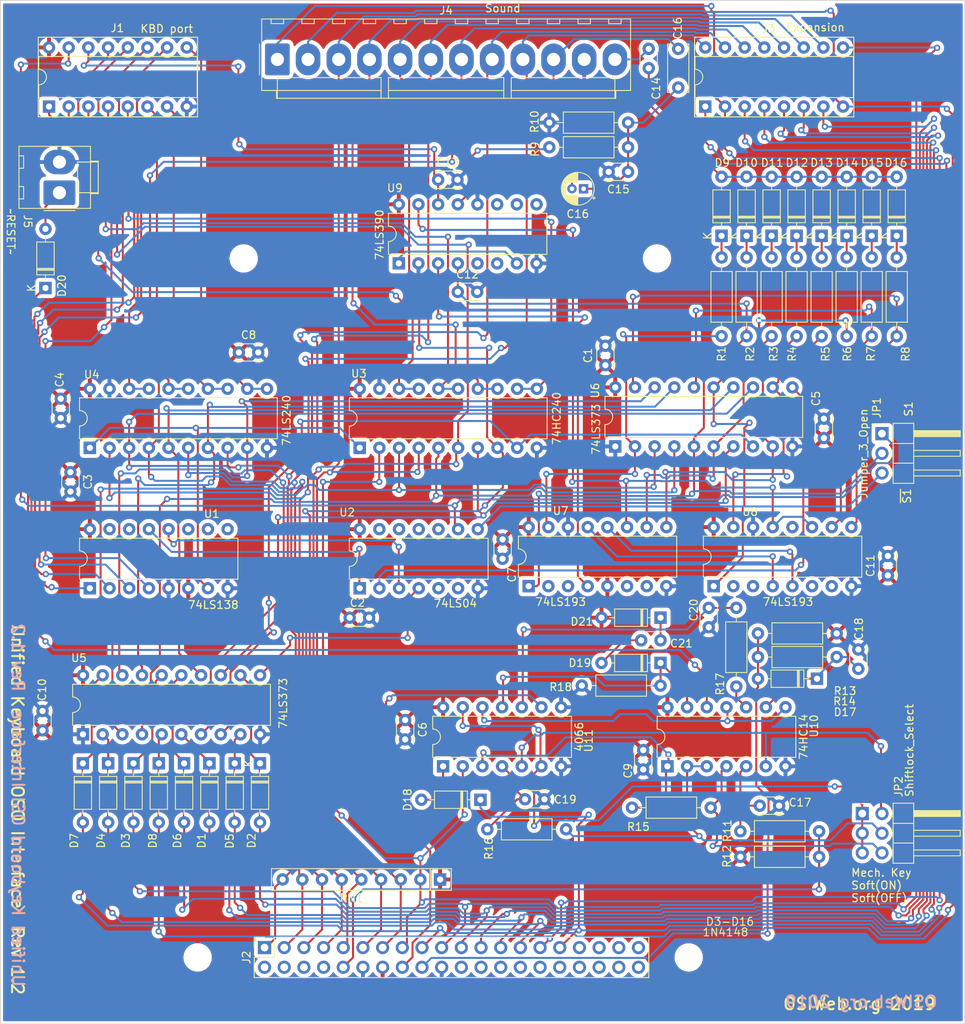
<source format=kicad_pcb>
(kicad_pcb (version 20221018) (generator pcbnew)
  (title_block (title "Unified Retro Keyboard") (date "2020-06-23") (rev "1.2"))
  (layers (0 "F.Cu" signal) (31 "B.Cu" signal) (34 "B.Paste" user) (35 "F.Paste" user) (36 "B.SilkS" user "B.Silkscreen") (37 "F.SilkS" user "F.Silkscreen") (38 "B.Mask" user) (39 "F.Mask" user) (44 "Edge.Cuts" user))
  (net 0 "")
  (net 1 "+5V")
  (net 2 "/Row3")
  (net 3 "/Row0")
  (net 4 "/Row1")
  (net 5 "/Row4")
  (net 6 "/Row5")
  (net 7 "/Row7")
  (net 8 "/Col0")
  (net 9 "/Col1")
  (net 10 "/Col2")
  (net 11 "/Col3")
  (net 12 "/Col4")
  (net 13 "/Col5")
  (net 14 "/Col6")
  (net 15 "/Col7")
  (net 16 "/Row6")
  (net 17 "/Row2")
  (net 18 "GND")
  (net 19 "/NI")
  (net 20 "/Sound/Noise1")
  (net 21 "Net-(C15-Pad1)")
  (net 22 "/Sound/Noise2")
  (net 23 "Net-(C17-Pad2)")
  (net 24 "Net-(C19-Pad2)")
  (net 25 "Net-(C20-Pad1)")
  (net 26 "Net-(D10-A)")
  (net 27 "Net-(D17-K)")
  (net 28 "Net-(D21-K)")
  (net 29 "Net-(D19-A)")
  (net 30 "Net-(D1-K)")
  (net 31 "Net-(D2-K)")
  (net 32 "Net-(D3-K)")
  (net 33 "Net-(D4-K)")
  (net 34 "/special_keys/Break_1")
  (net 35 "Net-(D5-K)")
  (net 36 "/D6")
  (net 37 "/D5")
  (net 38 "/~{KBE}")
  (net 39 "/D4")
  (net 40 "/~{A1}")
  (net 41 "/D3")
  (net 42 "/~{A0}")
  (net 43 "/D2")
  (net 44 "/R-~{W}")
  (net 45 "/D1")
  (net 46 "/D7")
  (net 47 "/D0")
  (net 48 "Net-(D6-K)")
  (net 49 "Net-(D7-K)")
  (net 50 "Net-(D8-K)")
  (net 51 "Net-(D9-K)")
  (net 52 "Net-(D10-K)")
  (net 53 "Net-(D11-K)")
  (net 54 "Net-(D12-K)")
  (net 55 "Net-(D13-K)")
  (net 56 "Net-(D14-K)")
  (net 57 "Net-(D15-K)")
  (net 58 "Net-(D16-K)")
  (net 59 "Net-(D18-A)")
  (net 60 "Net-(D19-K)")
  (net 61 "/special_keys/ShiftLock_LED-")
  (net 62 "/special_keys/ShiftLock_1")
  (net 63 "Net-(D20-K)")
  (net 69 "/Sound/S0")
  (net 70 "/Sound/S1")
  (net 71 "/Sound/S2")
  (net 72 "/Sound/S3")
  (net 73 "/Sound/S4")
  (net 74 "/Sound/S5")
  (net 75 "/Sound/S6")
  (net 76 "/Sound/S7")
  (net 78 "Net-(R15-Pad1)")
  (net 79 "Net-(R17-Pad2)")
  (net 80 "/Sound/SOUND_EN")
  (net 81 "/Sound/KD3")
  (net 82 "/Sound/KD2")
  (net 83 "/Sound/KD1")
  (net 84 "/Sound/KD0")
  (net 85 "/Sound/KD7")
  (net 86 "/Sound/KD6")
  (net 87 "/Sound/KD5")
  (net 88 "/Sound/KD4")
  (net 95 "Net-(U10-Pad11)")
  (net 96 "/special_keys/~{RESET}")
  (net 103 "Net-(JP1-B)")
  (net 104 "Net-(JP2-Pin_1)")
  (net 105 "Net-(JP2-Pin_2)")
  (net 106 "Net-(JP2-Pin_4)")
  (net 107 "Net-(JP2-Pin_6)")
  (net 108 "Net-(U9B-Q0)")
  (net 109 "Net-(U1-O7)")
  (net 113 "Net-(U1-O3)")
  (net 114 "Net-(U1-O2)")
  (net 117 "Net-(U5-LE)")
  (net 122 "/~{S1}")
  (net 127 "Net-(U7-DOWN)")
  (net 130 "Net-(U7-~{LOAD})")
  (net 131 "Net-(U7-~{CO})")
  (net 132 "Net-(U7-~{BO})")
  (net 138 "Net-(U9A-Q3)")
  (footprint "Capacitor_THT:C_Disc_D3.0mm_W2.0mm_P2.50mm" (layer "F.Cu") (at 196.2085 130.456)
    (fp_text reference "C2")
    (fp_text value "0.1uF")
  )
  (footprint "Capacitor_THT:C_Disc_D3.0mm_W2.0mm_P2.50mm" (layer "F.Cu") (at 160.1724 111.6784 -90)
    (fp_text reference "C3")
    (fp_text value "0.1uF")
  )
  (footprint "Capacitor_THT:C_Disc_D3.0mm_W2.0mm_P2.50mm" (layer "F.Cu") (at 158.9175 102.1985 -90)
    (fp_text reference "C4")
    (fp_text value "0.1uF")
  )
  (footprint "Capacitor_THT:C_Disc_D3.0mm_W2.0mm_P2.50mm" (layer "F.Cu") (at 257.406 107.2785 90)
    (fp_text reference "C5")
    (fp_text value "0.1uF")
  )
  (footprint "Capacitor_THT:C_Disc_D3.0mm_W2.0mm_P2.50mm" (layer "F.Cu") (at 203.3675 143.664 -90)
    (fp_text reference "C6")
    (fp_text value "0.1uF")
  )
  (footprint "Capacitor_THT:C_Disc_D3.0mm_W2.0mm_P2.50mm" (layer "F.Cu") (at 181.9045 96.2295)
    (fp_text reference "C8")
    (fp_text value "0.1uF")
  )
  (footprint "Capacitor_THT:C_Disc_D3.0mm_W2.0mm_P2.50mm" (layer "F.Cu") (at 234.0864 147.5432 -90)
    (fp_text reference "C9")
    (fp_text value "0.1uF" hide)
  )
  (footprint "Capacitor_THT:C_Disc_D3.0mm_W2.0mm_P2.50mm" (layer "F.Cu") (at 207.622 73.941)
    (fp_text reference "C13")
    (fp_text value "220 pF")
  )
  (footprint "Capacitor_THT:C_Disc_D3.0mm_W2.0mm_P2.50mm" (layer "F.Cu") (at 232.133 72.925 180)
    (fp_text reference "C15")
    (fp_text value "0.1uF")
  )
  (footprint "Capacitor_THT:C_Disc_D3.0mm_W2.0mm_P2.50mm" (layer "F.Cu") (at 251.6275 154.713 180)
    (fp_text reference "C17")
    (fp_text value "0.33uF")
  )
  (footprint "Capacitor_THT:C_Disc_D3.0mm_W2.0mm_P2.50mm" (layer "F.Cu") (at 221.338 153.8875 180)
    (fp_text reference "C19")
    (fp_text value "0.1uF")
  )
  (footprint "unikbd:D_DO-35_SOD27_P7.62mm_Horizontal_bypassed" (layer "F.Cu") (at 178.10357 149.252 -90)
    (fp_text reference "D1")
    (fp_text value "1N4148")
  )
  (footprint "unikbd:D_DO-35_SOD27_P7.62mm_Horizontal_bypassed" (layer "F.Cu") (at 168.306428 149.252 -90)
    (fp_text reference "D3")
    (fp_text value "1N4148")
  )
  (footprint "unikbd:D_DO-35_SOD27_P7.62mm_Horizontal_bypassed" (layer "F.Cu") (at 165.040714 149.252 -90)
    (fp_text reference "D4")
    (fp_text value "1N4148")
  )
  (footprint "unikbd:D_DO-35_SOD27_P7.62mm_Horizontal_bypassed" (layer "F.Cu") (at 174.837856 149.252 -90)
    (fp_text reference "D6")
    (fp_text value "1N4148")
  )
  (footprint "unikbd:D_DO-35_SOD27_P7.62mm_Horizontal_bypassed" (layer "F.Cu") (at 161.775 149.252 -90)
    (fp_text reference "D7")
    (fp_text value "1N4148")
  )
  (footprint "unikbd:D_DO-35_SOD27_P7.62mm_Horizontal_bypassed" (layer "F.Cu") (at 171.572142 149.252 -90)
    (fp_text reference "D8")
    (fp_text value "1N4148")
  )
  (footprint "Package_DIP:DIP-16_W7.62mm_Socket" (layer "F.Cu") (at 242.1025 64.5 90)
    (fp_text reference "J3")
    (fp_text value "Expansion")
  )
  (footprint "Resistor_THT:R_Axial_DIN0207_L6.3mm_D2.5mm_P10.16mm_Horizontal" (layer "F.Cu") (at 232.133 69.75 180)
    (fp_text reference "R9")
    (fp_text value "4.7k")
  )
  (footprint "Resistor_THT:R_Axial_DIN0207_L6.3mm_D2.5mm_P10.16mm_Horizontal" (layer "F.Cu") (at 259.057 132.488 180)
    (fp_text reference "R13")
    (fp_text value "1k")
  )
  (footprint "Resistor_THT:R_Axial_DIN0207_L6.3mm_D2.5mm_P10.16mm_Horizontal" (layer "F.Cu") (at 248.897 135.536)
    (fp_text reference "R14")
    (fp_text value "1M")
  )
  (footprint "Resistor_THT:R_Axial_DIN0207_L6.3mm_D2.5mm_P10.16mm_Horizontal" (layer "F.Cu") (at 213.972 157.761)
    (fp_text reference "R16")
    (fp_text value "220k")
  )
  (footprint "Package_DIP:DIP-20_W7.62mm" (layer "F.Cu") (at 230.482 108.358 90)
    (fp_text reference "U6")
    (fp_text value "74LS373")
  )
  (footprint "Package_DIP:DIP-16_W7.62mm" (layer "F.Cu") (at 202.542 84.736 90)
    (fp_text reference "U9")
    (fp_text value "74LS390")
  )
  (footprint "Package_DIP:DIP-20_W7.62mm" (layer "F.Cu") (at 161.7877 145.5055 90)
    (fp_text reference "U5")
    (fp_text value "74LS373")
  )
  (footprint "Connector_PinHeader_2.54mm:PinHeader_1x03_P2.54mm_Horizontal" (layer "F.Cu") (at 264.899 106.707)
    (fp_text reference "JP1")
    (fp_text value "Jumper_3_Open")
  )
  (footprint "Connector_Molex:Molex_KK-396_A-41791-0012_1x12_P3.96mm_Vertical" (layer "F.Cu") (at 186.87435 58.42)
    (fp_text reference "J4")
    (fp_text value "Sound")
  )
  (footprint "Package_DIP:DIP-20_W7.62mm" (layer "F.Cu") (at 197.5001 108.5358 90)
    (fp_text reference "U3")
    (fp_text value "74HC240")
  )
  (footprint "Package_DIP:DIP-20_W7.62mm" (layer "F.Cu") (at 162.674 108.5358 90)
    (fp_text reference "U4")
    (fp_text value "74LS240")
  )
  (footprint "Package_DIP:DIP-14_W7.62mm" (layer "F.Cu") (at 197.5001 126.65505 90)
    (fp_text reference "U2")
    (fp_text value "74LS04")
  )
  (footprint "Package_DIP:DIP-16_W7.62mm_Socket" (layer "F.Cu") (at 157.4062 64.5 90)
    (fp_text reference "J1")
    (fp_text value "KBD port")
  )
  (footprint "Resistor_THT:R_Array_SIP9" (layer "F.Cu") (at 207.876 164.238 180)
    (fp_text reference "RN1")
    (fp_text value "4.7k")
  )
  (footprint "Package_DIP:DIP-16_W7.62mm" (layer "F.Cu") (at 162.674 126.65505 90)
    (fp_text reference "U1")
    (fp_text value "74LS138")
  )
  (footprint "Package_DIP:DIP-14_W7.62mm" (layer "F.Cu") (at 237.213 149.633 90)
    (fp_text reference "U10")
    (fp_text value "74HC14")
  )
  (footprint "unikbd:D_DO-35_SOD27_P7.62mm_Horizontal_bypassed" (layer "F.Cu") (at 184.635 149.252 -90)
    (fp_text reference "D2")
    (fp_text value "1N4148")
  )
  (footprint "Connector_PinHeader_2.54mm:PinHeader_2x03_P2.54mm_Horizontal" (layer "F.Cu") (at 262.359 155.729)
    (fp_text reference "JP2")
    (fp_text value "Shiftlock_Select")
  )
  (footprint "Capacitor_THT:C_Disc_D3.0mm_W2.0mm_P2.50mm" (layer "F.Cu") (at 229.2096 97.8716 90)
    (fp_text reference "C1")
    (fp_text value "0.1uF")
  )
  (footprint "Package_DIP:DIP-14_W7.62mm" (layer "F.Cu") (at 208.257 149.633 90)
    (fp_text reference "U11")
    (fp_text value "4066")
  )
  (footprint "Capacitor_THT:C_Disc_D3.0mm_W2.0mm_P2.50mm" (layer "F.Cu") (at 261.851 137.06 90)
    (fp_text reference "C18")
    (fp_text value "6.8 uF")
  )
  (footprint "Resistor_THT:R_Axial_DIN0207_L6.3mm_D2.5mm_P10.16mm_Horizontal" (layer "F.Cu") (at 232.133 66.575 180)
    (fp_text reference "R10")
    (fp_text value "1k")
  )
  (footprint "Capacitor_THT:C_Disc_D3.0mm_W2.0mm_P2.50mm" (layer "F.Cu") (at 215.9405 120.3595 -90)
    (fp_text reference "C7")
    (fp_text value "0.1uF")
  )
  (footprint "Diode_THT:D_DO-35_SOD27_P7.62mm_Horizontal" (layer "F.Cu") (at 256.517 138.33 180)
    (fp_text reference "D17")
    (fp_text value "1N4148")
  )
  (footprint "Diode_THT:D_DO-35_SOD27_P7.62mm_Horizontal" (layer "F.Cu") (at 156.949 87.911 90)
    (fp_text reference "D20")
    (fp_text value "1N4148")
  )
  (footprint "Resistor_THT:R_Axial_DIN0207_L6.3mm_D2.5mm_P10.16mm_Horizontal" (layer "F.Cu") (at 256.7875 158.015 180)
    (fp_text reference "R12")
    (fp_text value "100k")
  )
  (footprint "Resistor_THT:R_Axial_DIN0207_L6.3mm_D2.5mm_P10.16mm_Horizontal" (layer "F.Cu") (at 232.641 154.967)
    (fp_text reference "R15")
    (fp_text value "22k")
  )
  (footprint "Diode_THT:D_DO-35_SOD27_P7.62mm_Horizontal" (layer "F.Cu") (at 213.083 153.951 180)
    (fp_text reference "D18")
    (fp_text value "1N4148")
  )
  (footprint "Resistor_THT:R_Axial_DIN0207_L6.3mm_D2.5mm_P10.16mm_Horizontal" (layer "F.Cu") (at 246.6275 161.317)
    (fp_text reference "R11")
    (fp_text value "1k")
  )
  (footprint "Package_DIP:DIP-16_W7.62mm" (layer "F.Cu") (at 243.182 126.392 90)
    (fp_text reference "U8")
    (fp_text value "74LS193")
  )
  (footprint "Package_DIP:DIP-16_W7.62mm" (layer "F.Cu") (at 219.306 126.392 90)
    (fp_text reference "U7")
    (fp_text value "74LS193")
  )
  (footprint "Diode_THT:D_DO-35_SOD27_P7.62mm_Horizontal" (layer "F.Cu") (at 236.324 130.456 180)
    (fp_text reference "D21")
    (fp_text value "1N4148")
  )
  (footprint "Diode_THT:D_DO-35_SOD27_P7.62mm_Horizontal" (layer "F.Cu") (at 236.324 136.298 180)
    (fp_text reference "D19")
    (fp_text value "1N4148")
  )
  (footprint "Resistor_THT:R_Axial_DIN0207_L6.3mm_D2.5mm_P10.16mm_Horizontal" (layer "F.Cu") (at 226.164 139.219)
    (fp_text reference "R18")
    (fp_text value "1K")
  )
  (footprint "Capacitor_THT:C_Disc_D3.0mm_W2.0mm_P2.50mm" (layer "F.Cu") (at 236.324 133.377 180)
    (fp_text reference "C21")
    (fp_text value "10uF")
  )
  (footprint "Resistor_THT:R_Axial_DIN0207_L6.3mm_D2.5mm_P10.16mm_Horizontal" (layer "F.Cu") (at 246.103 129.186 -90)
    (fp_text reference "R17")
    (fp_text value "1k")
  )
  (footprint "Capacitor_THT:C_Disc_D3.0mm_W2.0mm_P2.50mm" (layer "F.Cu") (at 242.547 129.186 -90)
    (fp_text reference "C20")
    (fp_text value "0.1 uF")
  )
  (footprint "Capacitor_THT:C_Disc_D3.0mm_W2.0mm_P2.50mm" (layer "F.Cu") (at 265.661 124.995 90)
    (fp_text reference "C11")
    (fp_text value "0.1 uF")
  )
  (footprint "Capacitor_THT:C_Disc_D3.0mm_W2.0mm_P2.50mm" (layer "F.Cu") (at 156.568 144.9975 90)
    (fp_text reference "C10")
    (fp_text value "0.1 uF")
  )
  (footprint "Connector_Molex:Molex_KK-396_A-41791-0002_1x02_P3.96mm_Vertical" (layer "F.Cu") (at 158.75 75.6174 90)
    (fp_text reference "J5")
    (fp_text value "~RESET~")
  )
  (footprint "Capacitor_THT:C_Disc_D3.0mm_W2.0mm_P2.50mm" (layer "F.Cu") (at 210.162 88.419)
    (fp_text reference "C12")
    (fp_text value "220 pF")
  )
  (footprint "Capacitor_THT:C_Disc_D3.0mm_W2.0mm_P2.50mm" (layer "F.Cu") (at 234.8 57.05 -90)
    (fp_text reference "C14")
    (fp_text value "33uF")
  )
  (footprint "Capacitor_THT:C_Disc_D6.0mm_W2.5mm_P5.00mm" (layer "F.Cu") (at 238.61 57.05 -90)
    (fp_text reference "C16")
    (fp_text value "C")
  )
  (footprint "unikbd:kbd_header_and_mounting_holes" (layer "F.Cu") (at 185.397 175.5918 90)
    (fp_text reference "J2")
    (fp_text value "Key Matrix")
  )
  (footprint "Resistor_THT:R_Axial_DIN0207_L6.3mm_D2.5mm_P10.16mm_Horizontal" (layer "F.Cu") (at 244.198 83.974 -90)
    (fp_text reference "R1")
    (fp_text value "68K")
  )
  (footprint "Resistor_THT:R_Axial_DIN0207_L6.3mm_D2.5mm_P10.16mm_Horizontal" (layer "F.Cu") (at 247.427428 83.974 -90)
    (fp_text reference "R2")
    (fp_text value "33K")
  )
  (footprint "Resistor_THT:R_Axial_DIN0207_L6.3mm_D2.5mm_P10.16mm_Horizontal" (layer "F.Cu") (at 250.656856 83.974 -90)
    (fp_text reference "R3")
    (fp_text value "16K")
  )
  (footprint "Resistor_THT:R_Axial_DIN0207_L6.3mm_D2.5mm_P10.16mm_Horizontal" (layer "F.Cu") (at 253.886284 83.974 -90)
    (fp_text reference "R4")
    (fp_text value "8.2K")
  )
  (footprint "Resistor_THT:R_Axial_DIN0207_L6.3mm_D2.5mm_P10.16mm_Horizontal" (layer "F.Cu") (at 257.115712 83.974 -90)
    (fp_text reference "R5")
    (fp_text value "3.9K")
  )
  (footprint "Resistor_THT:R_Axial_DIN0207_L6.3mm_D2.5mm_P10.16mm_Horizontal" (layer "F.Cu") (at 260.34514 83.974 -90)
    (fp_text reference "R6")
    (fp_text value "2K")
  )
  (footprint "Resistor_THT:R_Axial_DIN0207_L6.3mm_D2.5mm_P10.16mm_Horizontal" (layer "F.Cu") (at 263.574568 83.974 -90)
    (fp_text reference "R7")
    (fp_text value "1K")
  )
  (footprint "Resistor_THT:R_Axial_DIN0207_L6.3mm_D2.5mm_P10.16mm_Horizontal" (layer "F.Cu") (at 266.804 83.974 -90)
    (fp_text reference "R8")
    (fp_text value "510K")
  )
  (footprint "Diode_THT:D_DO-35_SOD27_P7.62mm_Horizontal" (layer "F.Cu") (at 244.198 81.18 90)
    (fp_text reference "D9")
    (fp_text value "1N4148")
  )
  (footprint "Diode_THT:D_DO-35_SOD27_P7.62mm_Horizontal" (layer "F.Cu") (at 247.427428 81.18 90)
    (fp_text reference "D10")
    (fp_text value "1N4148")
  )
  (footprint "Diode_THT:D_DO-35_SOD27_P7.62mm_Horizontal" (layer "F.Cu") (at 250.656856 81.18 90)
    (fp_text reference "D11")
    (fp_text value "1N4148")
  )
  (footprint "Diode_THT:D_DO-35_SOD27_P7.62mm_Horizontal" (layer "F.Cu") (at 253.886284 81.18 90)
    (fp_text reference "D12")
    (fp_text value "1N4148")
  )
  (footprint "Diode_THT:D_DO-35_SOD27_P7.62mm_Horizontal" (layer "F.Cu") (at 257.115712 81.18 90)
    (fp_text reference "D13")
    (fp_text value "1N4148")
  )
  (footprint "Diode_THT:D_DO-35_SOD27_P7.62mm_Horizontal" (layer "F.Cu") (at 260.34514 81.18 90)
    (fp_text reference "D14")
    (fp_text value "1N4148")
  )
  (footprint "Diode_THT:D_DO-35_SOD27_P7.62mm_Horizontal" (layer "F.Cu") (at 263.574568 81.18 90)
    (fp_text reference "D15")
    (fp_text value "1N4148")
  )
  (footprint "Diode_THT:D_DO-35_SOD27_P7.62mm_Horizontal" (layer "F.Cu") (at 266.804 81.18 90)
    (fp_text reference "D16")
    (fp_text value "1N4148")
  )
  (footprint "Capacitor_THT:CP_Radial_D4.0mm_P1.50mm" (layer "F.Cu") (at 226.394 75.1094 180)
    (fp_text reference "C16")
    (fp_text value "33 uF")
  )
  (footprint "unikbd:D_DO-35_SOD27_P7.62mm_Horizontal_bypassed" (layer "F.Cu") (at 181.369285 149.252 -90)
    (fp_text reference "D5")
    (fp_text value "1N4148")
  )
  (gr_line (start 151.13 50.8) (end 275.59 50.8) (stroke (width 0.1)) (layer "Edge.Cuts"))
  (gr_line (start 151.13 182.88) (end 151.13 50.8) (stroke (width 0.1)) (layer "Edge.Cuts"))
  (gr_line (start 275.59 50.8) (end 275.59 182.88) (stroke (width 0.1)) (layer "Edge.Cuts"))
  (gr_line (start 275.59 182.88) (end 151.13 182.88) (stroke (width 0.1)) (layer "Edge.Cuts"))
  (gr_text "Unified Keyboard OSI Interface  Rev 1.2" (at 153.4057 154.6368 270) (layer "B.SilkS") (effects (font (size 1.524 1.524) (thickness 0.254)) (justify mirror)))
  (gr_text "OSIWeb.org 2019" (at 262.2193 180.0368) (layer "B.SilkS") (effects (font (size 1.524 1.524) (thickness 0.254)) (justify mirror)))
  (gr_text "Unified Keyboard OSO Interface  Rev 1.2" (at 153.3295 155.221 270) (layer "F.SilkS") (effects (font (size 1.524 1.524) (thickness 0.254))))
  (gr_text "OSIWeb.org 2019" (at 261.978 180.2908) (layer "F.SilkS") (effects (font (size 1.524 1.524) (thickness 0.254))))
  (gr_text "~{S1}" (at 268.1248 114.75372 90) (layer "F.SilkS") (effects (font (size 1.016 1.016) (thickness 0.1524))))
  (gr_text "1N4148" (at 244.706 171.0452) (layer "F.SilkS") (effects (font (size 1.016 1.016) (thickness 0.127))))
  (gr_text "S1" (at 268.33816 103.52184 90) (layer "F.SilkS") (effects (font (size 1.016 1.016) (thickness 0.1524))))
  (gr_text "Mech. Key\nSoft(ON)\nSoft(OFF)" (at 260.8477 165) (layer "F.SilkS") (effects (font (size 1.016 1.016) (thickness 0.1524)) (justify left)))
  (gr_text "D3-D16" (at 245.2902 169.6736) (layer "F.SilkS") (effects (font (size 1.016 1.016) (thickness 0.127))))
  (segment (start 270.660728 168.897555) (end 270.254329 168.491156) (width 0.254) (layer "F.Cu") (net 2))
  (segment (start 270.254329 168.097566) (end 271.150541 167.201354) (width 0.254) (layer "F.Cu") (net 2))
  (segment (start 218.373357 169.143354) (end 218.373357 169.408443) (width 0.254) (layer "F.Cu") (net 2))
  (segment (start 271.150542 69.510927) (end 271.509149 69.15232) (width 0.254) (layer "F.Cu") (net 2))
  (segment (start 181.369284 167.196166) (end 182.068141 167.895023) (width 0.254) (layer "F.Cu") (net 2))
  (segment (start 249.7225 64.5) (end 249.7225 68.4165) (width 0.254) (layer "F.Cu") (net 2))
  (segment (start 218.373357 169.408443) (end 215.6992 172.0826) (width 0.254) (layer "F.Cu") (net 2))
  (segment (start 271.150541 167.201354) (end 271.150542 69.510927) (width 0.254) (layer "F.Cu") (net 2))
  (segment (start 215.6992 172.0826) (end 215.6992 173.0264) (width 0.254) (layer "F.Cu") (net 2))
  (segment (start 181.369284 156.872) (end 181.369284 167.196166) (width 0.254) (layer "F.Cu") (net 2))
  (segment (start 270.254329 168.491156) (end 270.254329 168.097566) (width 0.254) (layer "F.Cu") (net 2))
  (via (at 182.068141 167.895023) (size 0.8128) (drill 0.4064) (layers "F.Cu" "B.Cu") (net 2))
  (via (at 249.7225 68.4165) (size 0.8128) (drill 0.4064) (layers "F.Cu" "B.Cu") (net 2))
  (via (at 270.660728 168.897555) (size 0.8128) (drill 0.4064) (layers "F.Cu" "B.Cu") (net 2))
  (via (at 218.373357 169.143354) (size 0.8128) (drill 0.4064) (layers "F.Cu" "B.Cu") (net 2))
  (via (at 271.509149 69.15232) (size 0.8128) (drill 0.4064) (layers "F.Cu" "B.Cu") (net 2))
  (segment (start 249.7225 68.4165) (end 250.45832 69.15232) (width 0.254) (layer "B.Cu") (net 2))
  (segment (start 209.815494 168.863955) (end 210.501292 169.549753) (width 0.254) (layer "B.Cu") (net 2))
  (segment (start 218.779756 168.736955) (end 221.250076 168.736955) (width 0.254) (layer "B.Cu") (net 2))
  (segment (start 218.373357 169.143354) (end 218.779756 168.736955) (width 0.254) (layer "B.Cu") (net 2))
  (segment (start 217.966958 169.549753) (end 218.373357 169.143354) (width 0.254) (layer "B.Cu") (net 2))
  (segment (start 182.068141 167.895023) (end 182.998963 168.825845) (width 0.254) (layer "B.Cu") (net 2))
  (segment (start 224.867631 169.613244) (end 236.813284 169.613244) (width 0.254) (layer "B.Cu") (net 2))
  (segment (start 206.444243 169.295741) (end 206.876029 168.863955) (width 0.254) (layer "B.Cu") (net 2))
  (segment (start 195.681772 169.295741) (end 206.444243 169.295741) (width 0.254) (layer "B.Cu") (net 2))
  (segment (start 224.69292 169.787955) (end 224.867631 169.613244) (width 0.254) (layer "B.Cu") (net 2))
  (segment (start 195.211876 168.825845) (end 195.681772 169.295741) (width 0.254) (layer "B.Cu") (net 2))
  (segment (start 182.998963 168.825845) (end 195.211876 168.825845) (width 0.254) (layer "B.Cu") (net 2))
  (segment (start 250.45832 69.15232) (end 271.509149 69.15232) (width 0.254) (layer "B.Cu") (net 2))
  (segment (start 263.803574 169.130765) (end 265.196578 170.523769) (width 0.254) (layer "B.Cu") (net 2))
  (segment (start 249.222197 169.130765) (end 263.803574 169.130765) (width 0.254) (layer "B.Cu") (net 2))
  (segment (start 249.022203 169.330757) (end 249.222197 169.130765) (width 0.254) (layer "B.Cu") (net 2))
  (segment (start 269.203638 170.523769) (end 270.660728 169.066679) (width 0.254) (layer "B.Cu") (net 2))
  (segment (start 210.501292 169.549753) (end 217.966958 169.549753) (width 0.254) (layer "B.Cu") (net 2))
  (segment (start 236.813284 169.613244) (end 237.095772 169.330756) (width 0.254) (layer "B.Cu") (net 2))
  (segment (start 270.660728 169.066679) (end 270.660728 168.897555) (width 0.254) (layer "B.Cu") (net 2))
  (segment (start 265.196578 170.523769) (end 269.203638 170.523769) (width 0.254) (layer "B.Cu") (net 2))
  (segment (start 206.876029 168.863955) (end 209.815494 168.863955) (width 0.254) (layer "B.Cu") (net 2))
  (segment (start 221.250076 168.736955) (end 222.301077 169.787956) (width 0.254) (layer "B.Cu") (net 2))
  (segment (start 237.095772 169.330756) (end 249.022203 169.330757) (width 0.254) (layer "B.Cu") (net 2))
  (segment (start 222.301077 169.787956) (end 224.69292 169.787955) (width 0.254) (layer "B.Cu") (net 2))
  (segment (start 225.783 157.15459) (end 225.783 170.800665) (width 0.254) (layer "F.Cu") (net 3))
  (segment (start 165.040714 168.011714) (end 165.585 168.556) (width 0.254) (layer "F.Cu") (net 3))
  (segment (start 242.1025 69.0515) (end 242.801 69.75) (width 0.254) (layer "F.Cu") (net 3))
  (segment (start 225.544935 170.800665) (end 223.3192 173.0264) (width 0.254) (layer "F.Cu") (net 3))
  (segment (start 272.298576 167.910833) (end 272.372486 167.910833) (width 0.254) (layer "F.Cu") (net 3))
  (segment (start 242.1025 64.5) (end 242.1025 69.0515) (width 0.254) (layer "F.Cu") (net 3))
  (segment (start 227.053 155.88459) (end 225.783 157.15459) (width 0.254) (layer "F.Cu") (net 3))
  (segment (start 225.783 170.800665) (end 225.544935 170.800665) (width 0.254) (layer "F.Cu") (net 3))
  (segment (start 273.2048 71.579648) (end 273.288914 71.495534) (width 0.254) (layer "F.Cu") (net 3))
  (segment (start 272.372486 167.910833) (end 273.2048 167.078519) (width 0.254) (layer "F.Cu") (net 3))
  (segment (start 165.040714 156.872) (end 165.040714 168.011714) (width 0.254) (layer "F.Cu") (net 3))
  (segment (start 273.2048 167.078519) (end 273.2048 71.579648) (width 0.254) (layer "F.Cu") (net 3))
  (via (at 273.288914 71.495534) (size 0.8128) (drill 0.4064) (layers "F.Cu" "B.Cu") (net 3))
  (via (at 227.053 155.88459) (size 0.8128) (drill 0.4064) (layers "F.Cu" "B.Cu") (net 3))
  (via (at 242.801 69.75) (size 0.8128) (drill 0.4064) (layers "F.Cu" "B.Cu") (net 3))
  (via (at 165.585 168.556) (size 0.8128) (drill 0.4064) (layers "F.Cu" "B.Cu") (net 3))
  (via (at 225.783 170.800665) (size 0.8128) (drill 0.4064) (layers "F.Cu" "B.Cu") (net 3))
  (via (at 272.298576 167.910833) (size 0.8128) (drill 0.4064) (layers "F.Cu" "B.Cu") (net 3))
  (segment (start 166.762867 169.733867) (end 194.835762 169.733867) (width 0.254) (layer "B.Cu") (net 3))
  (segment (start 236.909999 170.800665) (end 237.471886 170.238778) (width 0.254) (layer "B.Cu") (net 3))
  (segment (start 226.799 156.13859) (end 227.053 155.88459) (width 0.254) (layer "B.Cu") (net 3))
  (segment (start 263.427459 170.038786) (end 264.820464 171.431791) (width 0.254) (layer "B.Cu") (net 3))
  (segment (start 225.678313 170.695978) (end 225.783 170.800665) (width 0.254) (layer "B.Cu") (net 3))
  (segment (start 249.59831 170.038786) (end 263.427459 170.038786) (width 0.254) (layer "B.Cu") (net 3))
  (segment (start 272.298576 168.970271) (end 272.298576 167.910833) (width 0.254) (layer "B.Cu") (net 3))
  (segment (start 209.704414 170.695978) (end 225.678313 170.695978) (width 0.254) (layer "B.Cu") (net 3))
  (segment (start 244.952933 71.901933) (end 272.882515 71.901933) (width 0.254) (layer "B.Cu") (net 3))
  (segment (start 249.398318 170.238778) (end 249.59831 170.038786) (width 0.254) (layer "B.Cu") (net 3))
  (segment (start 206.820359 170.203761) (end 207.252143 169.771977) (width 0.254) (layer "B.Cu") (net 3))
  (segment (start 214.21659 156.13859) (end 226.799 156.13859) (width 0.254) (layer "B.Cu") (net 3))
  (segment (start 237.471886 170.238778) (end 249.398318 170.238778) (width 0.254) (layer "B.Cu") (net 3))
  (segment (start 208.780413 169.771977) (end 209.704414 170.695978) (width 0.254) (layer "B.Cu") (net 3))
  (segment (start 165.585 168.556) (end 166.762867 169.733867) (width 0.254) (layer "B.Cu") (net 3))
  (segment (start 242.801 69.75) (end 244.952933 71.901933) (width 0.254) (layer "B.Cu") (net 3))
  (segment (start 194.835762 169.733867) (end 195.305656 170.203761) (width 0.254) (layer "B.Cu") (net 3))
  (segment (start 272.882515 71.901933) (end 273.288914 71.495534) (width 0.254) (layer "B.Cu") (net 3))
  (segment (start 225.783 170.800665) (end 236.909999 170.800665) (width 0.254) (layer "B.Cu") (net 3))
  (segment (start 207.252143 169.771977) (end 208.780413 169.771977) (width 0.254) (layer "B.Cu") (net 3))
  (segment (start 213.083 155.005) (end 214.21659 156.13859) (width 0.254) (layer "B.Cu") (net 3))
  (segment (start 195.305656 170.203761) (end 206.820359 170.203761) (width 0.254) (layer "B.Cu") (net 3))
  (segment (start 269.837056 171.431791) (end 272.298576 168.970271) (width 0.254) (layer "B.Cu") (net 3))
  (segment (start 264.820464 171.431791) (end 269.837056 171.431791) (width 0.254) (layer "B.Cu") (net 3))
  (segment (start 213.083 153.951) (end 213.083 155.005) (width 0.254) (layer "B.Cu") (net 3))
  (segment (start 242.8772 52.112936) (end 242.8772 51.5382) (width 0.254) (layer "F.Cu") (net 4))
  (segment (start 220.7792 173.0264) (end 220.903289 173.0264) (width 0.254) (layer "F.Cu") (net 4))
  (segment (start 272.337961 166.898022) (end 272.337961 166.323286) (width 0.254) (layer "F.Cu") (net 4))
  (segment (start 244.6425 69.9405) (end 245.214 70.512) (width 0.254) (layer "F.Cu") (net 4))
  (segment (start 222.0468 171.882889) (end 223.497 170.432689) (width 0.254) (layer "F.Cu") (net 4))
  (segment (start 220.903289 173.0264) (end 222.0468 171.882889) (width 0.254) (layer "F.Cu") (net 4))
  (segment (start 244.6425 64.5) (end 244.6425 69.9405) (width 0.254) (layer "F.Cu") (net 4))
  (segment (start 223.497 170.432689) (end 223.497 167.232102) (width 0.254) (layer "F.Cu") (net 4))
  (segment (start 171.572142 156.872) (end 171.572142 170.922268) (width 0.254) (layer "F.Cu") (net 4))
  (segment (start 244.6425 64.5) (end 243.2328 63.0903) (width 0.254) (layer "F.Cu") (net 4))
  (segment (start 171.572142 170.922268) (end 171.554 170.94041) (width 0.254) (layer "F.Cu") (net 4))
  (segment (start 243.2328 52.468536) (end 242.8772 52.112936) (width 0.254) (layer "F.Cu") (net 4))
  (segment (start 243.2328 63.0903) (end 243.2328 52.468536) (width 0.254) (layer "F.Cu") (net 4))
  (segment (start 272.337961 166.323286) (end 272.337961 71.147) (width 0.254) (layer "F.Cu") (net 4))
  (via (at 245.214 70.512) (size 0.8128) (drill 0.4064) (layers "F.Cu" "B.Cu") (net 4))
  (via (at 222.0468 171.882889) (size 0.8128) (drill 0.4064) (layers "F.Cu" "B.Cu") (net 4))
  (via (at 272.337961 166.898022) (size 0.8128) (drill 0.4064) (layers "F.Cu" "B.Cu") (net 4))
  (via (at 272.337961 71.147) (size 0.8128) (drill 0.4064) (layers "F.Cu" "B.Cu") (net 4))
  (via (at 223.497 167.232102) (size 0.8128) (drill 0.4064) (layers "F.Cu" "B.Cu") (net 4))
  (via (at 242.8772 51.5382) (size 0.8128) (drill 0.4064) (layers "F.Cu" "B.Cu") (net 4))
  (via (at 171.554 170.94041) (size 0.8128) (drill 0.4064) (layers "F.Cu" "B.Cu") (net 4))
  (segment (start 186.87435 58.42) (end 186.87435 56.37) (width 0.254) (layer "B.Cu") (net 4))
  (segment (start 224.071736 167.232102) (end 224.249533 167.054305) (width 0.254) (layer "B.Cu") (net 4))
  (segment (start 245.849 71.147) (end 272.337961 71.147) (width 0.254) (layer "B.Cu") (net 4))
  (segment (start 191.70615 51.5382) (end 242.8772 51.5382) (width 0.254) (layer "B.Cu") (net 4))
  (segment (start 172.21759 171.604) (end 221.9214 171.604) (width 0.254) (layer "B.Cu") (net 4))
  (segment (start 221.9214 171.604) (end 222.0468 171.7294) (width 0.254) (layer "B.Cu") (net 4))
  (segment (start 245.214 70.512) (end 245.849 71.147) (width 0.254) (layer "B.Cu") (net 4))
  (segment (start 248.079274 167.054305) (end 248.641956 166.491623) (width 0.254) (layer "B.Cu") (net 4))
  (segment (start 224.249533 167.054305) (end 248.079274 167.054305) (width 0.254) (layer "B.Cu") (net 4))
  (segment (start 271.931562 166.491623) (end 272.337961 166.898022) (width 0.254) (layer "B.Cu") (net 4))
  (segment (start 248.641956 166.491623) (end 271.931562 166.491623) (width 0.254) (layer "B.Cu") (net 4))
  (segment (start 171.554 170.94041) (end 172.21759 171.604) (width 0.254) (layer "B.Cu") (net 4))
  (segment (start 223.497 167.232102) (end 224.071736 167.232102) (width 0.254) (layer "B.Cu") (net 4))
  (segment (start 186.87435 56.37) (end 191.70615 51.5382) (width 0.254) (layer "B.Cu") (net 4))
  (segment (start 184.635 166.789825) (end 185.321732 167.476557) (width 0.254) (layer "F.Cu") (net 5))
  (segment (start 272.138 68.25349) (end 271.331741 68.25349) (width 0.254) (layer "F.Cu") (net 5))
  (segment (start 270.696532 68.888699) (end 270.696531 167.013298) (width 0.254) (layer "F.Cu") (net 5))
  (segment (start 271.331741 68.25349) (end 270.696532 68.888699) (width 0.254) (layer "F.Cu") (net 5))
  (segment (start 216.494062 168.689343) (end 215.942857 168.689343) (width 0.254) (layer "F.Cu") (net 5))
  (segment (start 213.1592 171.473) (end 213.1592 173.0264) (width 0.254) (layer "F.Cu") (net 5))
  (segment (start 184.635 156.872) (end 184.635 166.789825) (width 0.254) (layer "F.Cu") (net 5))
  (segment (start 270.696531 167.013298) (end 269.652419 168.05741) (width 0.254) (layer "F.Cu") (net 5))
  (segment (start 269.652419 168.05741) (end 269.652419 168.992956) (width 0.254) (layer "F.Cu") (net 5))
  (segment (start 252.2625 67.55609) (end 251.818 68.00059) (width 0.254) (layer "F.Cu") (net 5))
  (segment (start 252.2625 64.5) (end 252.2625 67.55609) (width 0.254) (layer "F.Cu") (net 5))
  (segment (start 215.942857 168.689343) (end 213.1592 171.473) (width 0.254) (layer "F.Cu") (net 5))
  (via (at 185.321732 167.476557) (size 0.8128) (drill 0.4064) (layers "F.Cu" "B.Cu") (net 5))
  (via (at 251.818 68.00059) (size 0.8128) (drill 0.4064) (layers "F.Cu" "B.Cu") (net 5))
  (via (at 216.494062 168.689343) (size 0.8128) (drill 0.4064) (layers "F.Cu" "B.Cu") (net 5))
  (via (at 269.652419 168.992956) (size 0.8128) (drill 0.4064) (layers "F.Cu" "B.Cu") (net 5))
  (via (at 272.138 68.25349) (size 0.8128) (drill 0.4064) (layers "F.Cu" "B.Cu") (net 5))
  (segment (start 248.834147 168.876747) (end 249.034141 168.676755) (width 0.254) (layer "B.Cu") (net 5))
  (segment (start 216.494062 168.689343) (end 216.900461 168.282944) (width 0.254) (layer "B.Cu") (net 5))
  (segment (start 195.86983 168.841731) (end 206.256185 168.841731) (width 0.254) (layer "B.Cu") (net 5))
  (segment (start 224.679574 169.159233) (end 236.625227 169.159233) (width 0.254) (layer "B.Cu") (net 5))
  (segment (start 236.907717 168.876746) (end 248.834147 168.876747) (width 0.254) (layer "B.Cu") (net 5))
  (segment (start 221.438134 168.282945) (end 222.489134 169.333945) (width 0.254) (layer "B.Cu") (net 5))
  (segment (start 269.652419 169.326787) (end 269.652419 168.992956) (width 0.254) (layer "B.Cu") (net 5))
  (segment (start 251.818 68.00059) (end 252.243676 68.426266) (width 0.254) (layer "B.Cu") (net 5))
  (segment (start 210.003551 168.409944) (end 210.689349 169.095742) (width 0.254) (layer "B.Cu") (net 5))
  (segment (start 271.390488 68.426266) (end 271.563264 68.25349) (width 0.254) (layer "B.Cu") (net 5))
  (segment (start 236.625227 169.159233) (end 236.907717 168.876746) (width 0.254) (layer "B.Cu") (net 5))
  (segment (start 224.504862 169.333945) (end 224.679574 169.159233) (width 0.254) (layer "B.Cu") (net 5))
  (segment (start 206.256185 168.841731) (end 206.687972 168.409944) (width 0.254) (layer "B.Cu") (net 5))
  (segment (start 222.489134 169.333945) (end 224.504862 169.333945) (width 0.254) (layer "B.Cu") (net 5))
  (segment (start 271.563264 68.25349) (end 272.138 68.25349) (width 0.254) (layer "B.Cu") (net 5))
  (segment (start 249.034141 168.676755) (end 263.991632 168.676755) (width 0.254) (layer "B.Cu") (net 5))
  (segment (start 206.687972 168.409944) (end 210.003551 168.409944) (width 0.254) (layer "B.Cu") (net 5))
  (segment (start 263.991632 168.676755) (end 265.384635 170.069758) (width 0.254) (layer "B.Cu") (net 5))
  (segment (start 265.384635 170.069758) (end 268.909448 170.069758) (width 0.254) (layer "B.Cu") (net 5))
  (segment (start 216.087663 169.095742) (end 216.494062 168.689343) (width 0.254) (layer "B.Cu") (net 5))
  (segment (start 216.900461 168.282944) (end 221.438134 168.282945) (width 0.254) (layer "B.Cu") (net 5))
  (segment (start 194.504656 167.476557) (end 195.86983 168.841731) (width 0.254) (layer "B.Cu") (net 5))
  (segment (start 268.909448 170.069758) (end 269.652419 169.326787) (width 0.254) (layer "B.Cu") (net 5))
  (segment (start 252.243676 68.426266) (end 271.390488 68.426266) (width 0.254) (layer "B.Cu") (net 5))
  (segment (start 185.321732 167.476557) (end 194.504656 167.476557) (width 0.254) (layer "B.Cu") (net 5))
  (segment (start 210.689349 169.095742) (end 216.087663 169.095742) (width 0.254) (layer "B.Cu") (net 5))
  (segment (start 270.242521 68.605763) (end 270.242521 166.82524) (width 0.254) (layer "F.Cu") (net 6))
  (segment (start 271.619029 67.229255) (end 270.242521 68.605763) (width 0.254) (layer "F.Cu") (net 6))
  (segment (start 213.897595 168.235332) (end 213.897595 169.058205) (width 0.254) (layer "F.Cu") (net 6))
  (segment (start 268.896322 168.171439) (end 268.896322 169.010148) (width 0.254) (layer "F.Cu") (net 6))
  (segment (start 174.837856 156.872) (end 174.837856 167.910554) (width 0.254) (layer "F.Cu") (net 6))
  (segment (start 254.8025 64.5) (end 254.8025 67.229079) (width 0.254) (layer "F.Cu") (net 6))
  (segment (start 254.8025 67.229079) (end 254.485 67.546579) (width 0.254) (layer "F.Cu") (net 6))
  (segment (start 174.837856 167.910554) (end 174.602 168.14641) (width 0.254) (layer "F.Cu") (net 6))
  (segment (start 270.242521 166.82524) (end 268.896322 168.171439) (width 0.254) (layer "F.Cu") (net 6))
  (segment (start 268.896322 169.010148) (end 268.669453 169.237017) (width 0.254) (layer "F.Cu") (net 6))
  (segment (start 213.897595 169.058205) (end 210.6192 172.3366) (width 0.254) (layer "F.Cu") (net 6))
  (segment (start 210.6192 172.3366) (end 210.6192 173.0264) (width 0.254) (layer "F.Cu") (net 6))
  (via (at 174.602 168.14641) (size 0.8128) (drill 0.4064) (layers "F.Cu" "B.Cu") (net 6))
  (via (at 271.619029 67.229255) (size 0.8128) (drill 0.4064) (layers "F.Cu" "B.Cu") (net 6))
  (via (at 254.485 67.546579) (size 0.8128) (drill 0.4064) (layers "F.Cu" "B.Cu") (net 6))
  (via (at 268.669453 169.237017) (size 0.8128) (drill 0.4064) (layers "F.Cu" "B.Cu") (net 6))
  (via (at 213.897595 168.235332) (size 0.8128) (drill 0.4064) (layers "F.Cu" "B.Cu") (net 6))
  (segment (start 174.602 168.14641) (end 176.005255 166.743155) (width 0.254) (layer "B.Cu") (net 6))
  (segment (start 268.290723 169.615747) (end 268.669453 169.237017) (width 0.254) (layer "B.Cu") (net 6))
  (segment (start 221.62619 167.828933) (end 222.677191 168.879934) (width 0.254) (layer "B.Cu") (net 6))
  (segment (start 176.005255 166.743155) (end 194.413322 166.743155) (width 0.254) (layer "B.Cu") (net 6))
  (segment (start 210.191608 167.955933) (end 210.877406 168.641731) (width 0.254) (layer "B.Cu") (net 6))
  (segment (start 224.316804 168.879934) (end 224.491517 168.705222) (width 0.254) (layer "B.Cu") (net 6))
  (segment (start 236.437172 168.705222) (end 236.719661 168.422736) (width 0.254) (layer "B.Cu") (net 6))
  (segment (start 270.895306 67.952978) (end 271.619029 67.229255) (width 0.254) (layer "B.Cu") (net 6))
  (segment (start 254.485 67.546579) (end 254.891399 67.952978) (width 0.254) (layer "B.Cu") (net 6))
  (segment (start 214.303994 167.828933) (end 221.62619 167.828933) (width 0.254) (layer "B.Cu") (net 6))
  (segment (start 213.491196 168.641731) (end 213.897595 168.235332) (width 0.254) (layer "B.Cu") (net 6))
  (segment (start 248.846085 168.222745) (end 264.179705 168.222745) (width 0.254) (layer "B.Cu") (net 6))
  (segment (start 224.491517 168.705222) (end 236.437172 168.705222) (width 0.254) (layer "B.Cu") (net 6))
  (segment (start 264.179705 168.222745) (end 265.572707 169.615747) (width 0.254) (layer "B.Cu") (net 6))
  (segment (start 213.897595 168.235332) (end 214.303994 167.828933) (width 0.254) (layer "B.Cu") (net 6))
  (segment (start 206.068127 168.387721) (end 206.499915 167.955933) (width 0.254) (layer "B.Cu") (net 6))
  (segment (start 194.413322 166.743155) (end 196.057888 168.387721) (width 0.254) (layer "B.Cu") (net 6))
  (segment (start 210.877406 168.641731) (end 213.491196 168.641731) (width 0.254) (layer "B.Cu") (net 6))
  (segment (start 236.719661 168.422736) (end 248.646091 168.422737) (width 0.254) (layer "B.Cu") (net 6))
  (segment (start 222.677191 168.879934) (end 224.316804 168.879934) (width 0.254) (layer "B.Cu") (net 6))
  (segment (start 254.891399 67.952978) (end 270.895306 67.952978) (width 0.254) (layer "B.Cu") (net 6))
  (segment (start 206.499915 167.955933) (end 210.191608 167.955933) (width 0.254) (layer "B.Cu") (net 6))
  (segment (start 248.646091 168.422737) (end 248.846085 168.222745) (width 0.254) (layer "B.Cu") (net 6))
  (segment (start 265.572707 169.615747) (end 268.290723 169.615747) (width 0.254) (layer "B.Cu") (net 6))
  (segment (start 196.057888 168.387721) (end 206.068127 168.387721) (width 0.254) (layer "B.Cu") (net 6))
  (segment (start 259.082501 63.700001) (end 259.8825 64.5) (width 0.254) (layer "F.Cu") (net 7))
  (segment (start 258.675999 52.528799) (end 258.675999 63.293499) (width 0.254) (layer "F.Cu") (net 7))
  (segment (start 258.675999 63.293499) (end 259.082501 63.700001) (width 0.254) (layer "F.Cu") (net 7))
  (segment (start 273.281 64.797) (end 274.022316 65.538316) (width 0.254) (layer "F.Cu") (net 7))
  (segment (start 258.2696 52.1224) (end 258.675999 52.528799) (width 0.254) (layer "F.Cu") (net 7))
  (segment (start 207.876 170.505387) (end 207.876 170.6896) (width 0.254) (layer "F.Cu") (net 7))
  (segment (start 207.876 170.6896) (end 205.5392 173.0264) (width 0.254) (layer "F.Cu") (net 7))
  (segment (start 161.775 166.016) (end 161.267 166.524) (width 0.254) (layer "F.Cu") (net 7))
  (segment (start 274.022316 65.538316) (end 274.022316 167.560684) (width 0.254) (layer "F.Cu") (net 7))
  (segment (start 274.022316 167.560684) (end 273.408 168.175) (width 0.254) (layer "F.Cu") (net 7))
  (segment (start 161.775 156.872) (end 161.775 166.016) (width 0.254) (layer "F.Cu") (net 7))
  (via (at 273.281 64.797) (size 0.8128) (drill 0.4064) (layers "F.Cu" "B.Cu") (net 7))
  (via (at 161.267 166.524) (size 0.8128) (drill 0.4064) (layers "F.Cu" "B.Cu") (net 7))
  (via (at 207.876 170.505387) (size 0.8128) (drill 0.4064) (layers "F.Cu" "B.Cu") (net 7))
  (via (at 273.408 168.175) (size 0.8128) (drill 0.4064) (layers "F.Cu" "B.Cu") (net 7))
  (via (at 258.2696 52.1224) (size 0.8128) (drill 0.4064) (layers "F.Cu" "B.Cu") (net 7))
  (segment (start 208.520602 171.149989) (end 207.876 170.505387) (width 0.254) (layer "B.Cu") (net 7))
  (segment (start 225.084988 171.149989) (end 208.520602 171.149989) (width 0.254) (layer "B.Cu") (net 7))
  (segment (start 241.864895 52.147919) (end 242.007893 52.290917) (width 0.254) (layer "B.Cu") (net 7))
  (segment (start 164.930878 170.187878) (end 194.647713 170.187878) (width 0.254) (layer "B.Cu") (net 7))
  (segment (start 207.469601 170.911786) (end 207.876 170.505387) (width 0.254) (layer "B.Cu") (net 7))
  (segment (start 194.52634 52.42401) (end 204.480136 52.42401) (width 0.254) (layer "B.Cu") (net 7))
  (segment (start 194.647713 170.187878) (end 195.371621 170.911786) (width 0.254) (layer "B.Cu") (net 7))
  (segment (start 257.694864 52.1224) (end 258.2696 52.1224) (width 0.254) (layer "B.Cu") (net 7))
  (segment (start 161.267 166.524) (end 164.930878 170.187878) (width 0.254) (layer "B.Cu") (net 7))
  (segment (start 263.127397 170.492797) (end 249.786367 170.492797) (width 0.254) (layer "B.Cu") (net 7))
  (segment (start 190.83435 56.116) (end 194.52634 52.42401) (width 0.254) (layer "B.Cu") (net 7))
  (segment (start 204.756232 52.147918) (end 241.864895 52.147919) (width 0.254) (layer "B.Cu") (net 7))
  (segment (start 204.480136 52.42401) (end 204.756232 52.147918) (width 0.254) (layer "B.Cu") (net 7))
  (segment (start 195.371621 170.911786) (end 207.469601 170.911786) (width 0.254) (layer "B.Cu") (net 7))
  (segment (start 249.786367 170.492797) (end 249.535575 170.743589) (width 0.254) (layer "B.Cu") (net 7))
  (segment (start 236.742478 171.610254) (end 225.545253 171.610254) (width 0.254) (layer "B.Cu") (net 7))
  (segment (start 270.271934 171.885802) (end 264.520402 171.885802) (width 0.254) (layer "B.Cu") (net 7))
  (segment (start 273.408 168.749736) (end 270.271934 171.885802) (width 0.254) (layer "B.Cu") (net 7))
  (segment (start 272.984 64.5) (end 273.281 64.797) (width 0.254) (layer "B.Cu") (net 7))
  (segment (start 237.609143 170.743589) (end 236.742478 171.610254) (width 0.254) (layer "B.Cu") (net 7))
  (segment (start 257.526345 52.290919) (end 257.694864 52.1224) (width 0.254) (layer "B.Cu") (net 7))
  (segment (start 190.83435 58.42) (end 190.83435 56.116) (width 0.254) (layer "B.Cu") (net 7))
  (segment (start 259.8825 64.5) (end 272.984 64.5) (width 0.254) (layer "B.Cu") (net 7))
  (segment (start 242.007893 52.290917) (end 257.526345 52.290919) (width 0.254) (layer "B.Cu") (net 7))
  (segment (start 273.408 168.175) (end 273.408 168.749736) (width 0.254) (layer "B.Cu") (net 7))
  (segment (start 264.520402 171.885802) (end 263.127397 170.492797) (width 0.254) (layer "B.Cu") (net 7))
  (segment (start 225.545253 171.610254) (end 225.084988 171.149989) (width 0.254) (layer "B.Cu") (net 7))
  (segment (start 249.535575 170.743589) (end 237.609143 170.743589) (width 0.254) (layer "B.Cu") (net 7))
  (segment (start 272.011 56.923) (end 269.3313 59.6027) (width 0.254) (layer "F.Cu") (net 8))
  (segment (start 205.336 163.10663) (end 205.336 164.238) (width 0.254) (layer "F.Cu") (net 8))
  (segment (start 203.597768 172.427832) (end 202.9992 173.0264) (width 0.254) (layer "F.Cu") (net 8))
  (segment (start 269.3313 166.4478) (end 267.693 168.0861) (width 0.254) (layer "F.Cu") (net 8))
  (segment (start 210.797 149.633) (end 210.797 152.427) (width 0.254) (layer "F.Cu") (net 8))
  (segment (start 205.5265 167.19711) (end 203.597768 169.125842) (width 0.254) (layer "F.Cu") (net 8))
  (segment (start 200.0234 108.992999) (end 200.0401 108.992999) (width 0.254) (layer "F.Cu") (net 8))
  (segment (start 195.176 155.983) (end 192.763 153.57) (width 0.254) (layer "F.Cu") (net 8))
  (segment (start 200.0234 112.93) (end 200.0234 108.992999) (width 0.254) (layer "F.Cu") (net 8))
  (segment (start 203.597768 169.125842) (end 203.597768 172.427832) (width 0.254) (layer "F.Cu") (net 8))
  (segment (start 205.336 167.00661) (end 205.5265 167.19711) (width 0.254) (layer "F.Cu") (net 8))
  (segment (start 210.797 155.602) (end 211.051 155.856) (width 0.254) (layer "F.Cu") (net 8))
  (segment (start 205.5392 167.20981) (end 205.5265 167.19711) (width 0.254) (layer "F.Cu") (net 8))
  (segment (start 210.797 152.427) (end 210.797 155.602) (width 0.254) (layer "F.Cu") (net 8))
  (segment (start 192.763 153.57) (end 192.763 112.93) (width 0.254) (layer "F.Cu") (net 8))
  (segment (start 205.336 161.4932) (end 205.336 163.10663) (width 0.254) (layer "F.Cu") (net 8))
  (segment (start 269.3313 59.6027) (end 269.3313 166.4478) (width 0.254) (layer "F.Cu") (net 8))
  (segment (start 205.336 164.238) (end 205.336 167.00661) (width 0.254) (layer "F.Cu") (net 8))
  (via (at 205.336 161.4932) (size 0.8128) (drill 0.4064) (layers "F.Cu" "B.Cu") (net 8))
  (via (at 195.176 155.983) (size 0.8128) (drill 0.4064) (layers "F.Cu" "B.Cu") (net 8))
  (via (at 192.763 112.93) (size 0.8128) (drill 0.4064) (layers "F.Cu" "B.Cu") (net 8))
  (via (at 211.051 155.856) (size 0.8128) (drill 0.4064) (layers "F.Cu" "B.Cu") (net 8))
  (via (at 272.011 56.923) (size 0.8128) (drill 0.4064) (layers "F.Cu" "B.Cu") (net 8))
  (via (at 205.5265 167.19711) (size 0.8128) (drill 0.4064) (layers "F.Cu" "B.Cu") (net 8))
  (via (at 267.693 168.0861) (size 0.8128) (drill 0.4064) (layers "F.Cu" "B.Cu") (net 8))
  (via (at 200.0234 112.93) (size 0.8128) (drill 0.4064) (layers "F.Cu" "B.Cu") (net 8))
  (segment (start 271.968 56.88) (end 272.011 56.923) (width 0.254) (layer "B.Cu") (net 8))
  (segment (start 259.8825 56.88) (end 271.968 56.88) (width 0.254) (layer "B.Cu") (net 8))
  (segment (start 236.059736 167.794) (end 236.342224 167.511516) (width 0.254) (layer "B.Cu") (net 8))
  (segment (start 200.0504 112.903) (end 200.0234 112.93) (width 0.254) (layer "B.Cu") (net 8))
  (segment (start 236.342224 167.511516) (end 248.268654 167.511516) (width 0.254) (layer "B.Cu") (net 8))
  (segment (start 266.918427 167.311527) (end 267.286601 167.679701) (width 0.254) (layer "B.Cu") (net 8))
  (segment (start 223.939365 167.968712) (end 224.114078 167.794) (width 0.254) (layer "B.Cu") (net 8))
  (segment (start 248.268654 167.511516) (end 248.468643 167.311527) (width 0.254) (layer "B.Cu") (net 8))
  (segment (start 223.05463 167.968712) (end 223.939365 167.968712) (width 0.254) (layer "B.Cu") (net 8))
  (segment (start 200.0234 112.93) (end 192.763 112.93) (width 0.254) (layer "B.Cu") (net 8))
  (segment (start 200.6862 161.4932) (end 205.4138 161.4932) (width 0.254) (layer "B.Cu") (net 8))
  (segment (start 224.114078 167.794) (end 236.059736 167.794) (width 0.254) (layer "B.Cu") (net 8))
  (segment (start 195.176 155.983) (end 200.6862 161.4932) (width 0.254) (layer "B.Cu") (net 8))
  (segment (start 248.468643 167.311527) (end 266.918427 167.311527) (width 0.254) (layer "B.Cu") (net 8))
  (segment (start 267.286601 167.679701) (end 267.693 168.0861) (width 0.254) (layer "B.Cu") (net 8))
  (segment (start 205.4138 161.4932) (end 211.051 155.856) (width 0.254) (layer "B.Cu") (net 8))
  (segment (start 205.932899 166.790711) (end 221.876629 166.790711) (width 0.254) (layer "B.Cu") (net 8))
  (segment (start 221.876629 166.790711) (end 223.05463 167.968712) (width 0.254) (layer "B.Cu") (net 8))
  (segment (start 205.5265 167.19711) (end 205.932899 166.790711) (width 0.254) (layer "B.Cu") (net 8))
  (segment (start 202.34083 164.238) (end 191.991492 153.888662) (width 0.254) (layer "F.Cu") (net 9))
  (segment (start 205.1201 111.479628) (end 204.9526 111.647128) (width 0.254) (layer "F.Cu") (net 9))
  (segment (start 191.991492 112.618772) (end 192.905843 111.704421) (width 0.254) (layer "F.Cu") (net 9))
  (segment (start 194.79435 58.42) (end 194.79435 110.562071) (width 0.254) (layer "F.Cu") (net 9))
  (segment (start 194.79435 110.562071) (end 193.652 111.704421) (width 0.254) (layer "F.Cu") (net 9))
  (segment (start 191.991492 153.888662) (end 191.991492 112.618772) (width 0.254) (layer "F.Cu") (net 9))
  (segment (start 192.905843 111.704421) (end 193.652 111.704421) (width 0.254) (layer "F.Cu") (net 9))
  (segment (start 202.796 170.6896) (end 200.4592 173.0264) (width 0.254) (layer "F.Cu") (net 9))
  (segment (start 202.796 164.238) (end 202.34083 164.238) (width 0.254) (layer "F.Cu") (net 9))
  (segment (start 202.796 164.238) (end 202.796 170.6896) (width 0.254) (layer "F.Cu") (net 9))
  (segment (start 205.1201 108.5358) (end 205.1201 111.479628) (width 0.254) (layer "F.Cu") (net 9))
  (via (at 193.652 111.704421) (size 0.8128) (drill 0.4064) (layers "F.Cu" "B.Cu") (net 9))
  (via (at 204.9526 111.647128) (size 0.8128) (drill 0.4064) (layers "F.Cu" "B.Cu") (net 9))
  (segment (start 241.676837 52.601929) (end 241.819837 52.744929) (width 0.254) (layer "B.Cu") (net 9))
  (segment (start 193.709293 111.647128) (end 193.652 111.704421) (width 0.254) (layer "B.Cu") (net 9))
  (segment (start 198.032329 52.878021) (end 204.668193 52.878021) (width 0.254) (layer "B.Cu") (net 9))
  (segment (start 256.542501 56.080001) (end 257.3425 56.88) (width 0.254) (layer "B.Cu") (net 9))
  (segment (start 194.79435 56.116) (end 198.032329 52.878021) (width 0.254) (layer "B.Cu") (net 9))
  (segment (start 194.79435 58.42) (end 194.79435 56.116) (width 0.254) (layer "B.Cu") (net 9))
  (segment (start 204.9526 111.647128) (end 193.709293 111.647128) (width 0.254) (layer "B.Cu") (net 9))
  (segment (start 253.207429 52.744929) (end 256.542501 56.080001) (width 0.254) (layer "B.Cu") (net 9))
  (segment (start 241.819837 52.744929) (end 253.207429 52.744929) (width 0.254) (layer "B.Cu") (net 9))
  (segment (start 204.668193 52.878021) (end 204.944288 52.601928) (width 0.254) (layer "B.Cu") (net 9))
  (segment (start 204.944288 52.601928) (end 241.676837 52.601929) (width 0.254) (layer "B.Cu") (net 9))
  (segment (start 196.6365 89.816) (end 196.7 89.8795) (width 0.254) (layer "F.Cu") (net 10))
  (segment (start 209.956708 108.779192) (end 210.2001 108.5358) (width 0.254) (layer "F.Cu") (net 10))
  (segment (start 200.256 164.238) (end 200.256 170.6896) (width 0.254) (layer "F.Cu") (net 10))
  (segment (start 198.75435 58.42) (end 198.75435 61.28215) (width 0.254) (layer "F.Cu") (net 10))
  (segment (start 196.573 89.7525) (end 196.7 89.8795) (width 0.254) (layer "F.Cu") (net 10))
  (segment (start 209.956708 110.635998) (end 209.956708 108.779192) (width 0.254) (layer "F.Cu") (net 10))
  (segment (start 211.455 100.272752) (end 209.8802 98.697952) (width 0.254) (layer "F.Cu") (net 10))
  (segment (start 209.8802 98.697952) (end 209.8802 92.6338) (width 0.254) (layer "F.Cu") (net 10))
  (segment (start 200.256 164.238) (end 191.537482 155.519482) (width 0.254) (layer "F.Cu") (net 10))
  (segment (start 191.537482 155.519482) (end 191.537482 111.998935) (width 0.254) (layer "F.Cu") (net 10))
  (segment (start 200.256 170.6896) (end 197.9192 173.0264) (width 0.254) (layer "F.Cu") (net 10))
  (segment (start 211.455 103.805315) (end 211.455 100.272752) (width 0.254) (layer "F.Cu") (net 10))
  (segment (start 210.2001 108.5358) (end 210.2001 105.060215) (width 0.254) (layer "F.Cu") (net 10))
  (segment (start 196.573 63.4635) (end 196.573 89.7525) (width 0.254) (layer "F.Cu") (net 10))
  (segment (start 191.537482 111.998935) (end 192.201011 111.335406) (width 0.254) (layer "F.Cu") (net 10))
  (segment (start 198.75435 61.28215) (end 196.573 63.4635) (width 0.254) (layer "F.Cu") (net 10))
  (segment (start 210.2001 105.060215) (end 211.455 103.805315) (width 0.254) (layer "F.Cu") (net 10))
  (via (at 209.8802 92.6338) (size 0.8128) (drill 0.4064) (layers "F.Cu" "B.Cu") (net 10))
  (via (at 196.7 89.8795) (size 0.8128) (drill 0.4064) (layers "F.Cu" "B.Cu") (net 10))
  (via (at 209.956708 110.635998) (size 0.8128) (drill 0.4064) (layers "F.Cu" "B.Cu") (net 10))
  (via (at 192.201011 111.335406) (size 0.8128) (drill 0.4064) (layers "F.Cu" "B.Cu") (net 10))
  (segment (start 205.132344 53.055938) (end 241.488779 53.055939) (width 0.254) (layer "B.Cu") (net 10))
  (segment (start 199.4543 92.6338) (end 196.7 89.8795) (width 0.254) (layer "B.Cu") (net 10))
  (segment (start 192.565406 110.971011) (end 192.201011 111.335406) (width 0.254) (layer "B.Cu") (net 10))
  (segment (start 209.92661 110.6059) (end 195.665668 110.6059) (width 0.254) (layer "B.Cu") (net 10))
  (segment (start 198.75435 58.42) (end 198.75435 56.116) (width 0.254) (layer "B.Cu") (net 10))
  (segment (start 201.538318 53.332032) (end 204.85625 53.332032) (width 0.254) (layer "B.Cu") (net 10))
  (segment (start 209.956708 110.635998) (end 209.92661 110.6059) (width 0.254) (layer "B.Cu") (net 10))
  (segment (start 204.85625 53.332032) (end 205.132344 53.055938) (width 0.254) (layer "B.Cu") (net 10))
  (segment (start 241.488779 53.055939) (end 241.631777 53.198937) (width 0.254) (layer "B.Cu") (net 10))
  (segment (start 195.665668 110.6059) (end 195.300557 110.971011) (width 0.254) (layer "B.Cu") (net 10))
  (segment (start 198.75435 56.116) (end 201.538318 53.332032) (width 0.254) (layer "B.Cu") (net 10))
  (segment (start 251.121441 53.198941) (end 254.8025 56.88) (width 0.254) (layer "B.Cu") (net 10))
  (segment (start 241.631777 53.198937) (end 251.121441 53.198941) (width 0.254) (layer "B.Cu") (net 10))
  (segment (start 209.8802 92.6338) (end 199.4543 92.6338) (width 0.254) (layer "B.Cu") (net 10))
  (segment (start 195.300557 110.971011) (end 192.565406 110.971011) (width 0.254) (layer "B.Cu") (net 10))
  (segment (start 197.716 164.238) (end 195.9031 166.0509) (width 0.254) (layer "F.Cu") (net 11))
  (segment (start 213.9442 95.8834) (end 214.1531 95.6745) (width 0.254) (layer "F.Cu") (net 11))
  (segment (start 213.9442 107.1999) (end 213.9442 95.8834) (width 0.254) (layer "F.Cu") (net 11))
  (segment (start 195.9031 172.5025) (end 195.3792 173.0264) (width 0.254) (layer "F.Cu") (net 11))
  (segment (start 197.716 164.238) (end 191.057944 157.579944) (width 0.254) (layer "F.Cu") (net 11))
  (segment (start 215.2801 108.5358) (end 213.9442 107.1999) (width 0.254) (layer "F.Cu") (net 11))
  (segment (start 203.8755 61.88515) (end 203.8755 87.5641) (width 0.254) (layer "F.Cu") (net 11))
  (segment (start 205.1812 88.8698) (end 205.1812 95.6294) (width 0.254) (layer "F.Cu") (net 11))
  (segment (start 215.9786 109.2343) (end 215.2801 108.5358) (width 0.254) (layer "F.Cu") (net 11))
  (segment (start 202.71435 60.724) (end 203.8755 61.88515) (width 0.254) (layer "F.Cu") (net 11))
  (segment (start 215.9786 113.6626) (end 215.9786 109.2343) (width 0.254) (layer "F.Cu") (net 11))
  (segment (start 191.057944 117.285986) (end 190.483368 116.71141) (width 0.254) (layer "F.Cu") (net 11))
  (segment (start 213.6648 115.9764) (end 215.9786 113.6626) (width 0.254) (layer "F.Cu") (net 11))
  (segment (start 202.71435 58.42) (end 202.71435 60.724) (width 0.254) (layer "F.Cu") (net 11))
  (segment (start 203.8755 87.5641) (end 205.1812 88.8698) (width 0.254) (layer "F.Cu") (net 11))
  (segment (start 195.9031 166.0509) (end 195.9031 172.5025) (width 0.254) (layer "F.Cu") (net 11))
  (segment (start 191.057944 157.579944) (end 191.057944 117.285986) (width 0.254) (layer "F.Cu") (net 11))
  (via (at 190.483368 116.71141) (size 0.8128) (drill 0.4064) (layers "F.Cu" "B.Cu") (net 11))
  (via (at 213.6648 115.9764) (size 0.8128) (drill 0.4064) (layers "F.Cu" "B.Cu") (net 11))
  (via (at 205.1812 95.6294) (size 0.8128) (drill 0.4064) (layers "F.Cu" "B.Cu") (net 11))
  (via (at 214.1982 95.6294) (size 0.8128) (drill 0.4064) (layers "F.Cu" "B.Cu") (net 11))
  (segment (start 191.058104 116.71141) (end 199.875 116.71141) (width 0.254) (layer "B.Cu") (net 11))
  (segment (start 202.71435 56.116) (end 205.320401 53.509949) (width 0.254) (layer "B.Cu") (net 11))
  (segment (start 241.443723 53.652951) (end 249.035451 53.652951) (width 0.254) (layer "B.Cu") (net 11))
  (segment (start 199.875 116.71141) (end 212.92979 116.71141) (width 0.254) (layer "B.Cu") (net 11))
  (segment (start 205.1812 95.6294) (end 214.1982 95.6294) (width 0.254) (layer "B.Cu") (net 11))
  (segment (start 249.035451 53.652951) (end 252.2625 56.88) (width 0.254) (layer "B.Cu") (net 11))
  (segment (start 241.300721 53.509949) (end 241.443723 53.652951) (width 0.254) (layer "B.Cu") (net 11))
  (segment (start 190.483368 116.71141) (end 191.058104 116.71141) (width 0.254) (layer "B.Cu") (net 11))
  (segment (start 202.71435 58.42) (end 202.71435 56.116) (width 0.254) (layer "B.Cu") (net 11))
  (segment (start 205.320401 53.509949) (end 241.300721 53.509949) (width 0.254) (layer "B.Cu") (net 11))
  (segment (start 212.92979 116.71141) (end 213.6648 115.9764) (width 0.254) (layer "B.Cu") (net 11))
  (segment (start 189.749966 115.319781) (end 190.804081 114.265666) (width 0.254) (layer "F.Cu") (net 12))
  (segment (start 165.214 114.9988) (end 165.2016 115.0112) (width 0.254) (layer "F.Cu") (net 12))
  (segment (start 190.603933 132.143293) (end 189.749966 131.289326) (width 0.254) (layer "F.Cu") (net 12))
  (segment (start 190.824554 114.245193) (end 190.804081 114.265666) (width 0.254) (layer "F.Cu") (net 12))
  (segment (start 190.603933 159.665933) (end 190.603933 132.143293) (width 0.254) (layer "F.Cu") (net 12))
  (segment (start 191.62 94.515004) (end 192.026399 94.921403) (width 0.254) (layer "F.Cu") (net 12))
  (segment (start 206.352 61.04635) (end 206.67435 60.724) (width 0.254) (layer "F.Cu") (net 12))
  (segment (start 206.352 94.8687) (end 206.352 61.04635) (width 0.254) (layer "F.Cu") (net 12))
  (segment (start 190.824554 110.951516) (end 190.824554 114.245193) (width 0.254) (layer "F.Cu") (net 12))
  (segment (start 195.176 164.238) (end 195.176 170.6896) (width 0.254) (layer "F.Cu") (net 12))
  (segment (start 206.67435 60.724) (end 206.67435 58.42) (width 0.254) (layer "F.Cu") (net 12))
  (segment (start 195.176 164.238) (end 190.603933 159.665933) (width 0.254) (layer "F.Cu") (net 12))
  (segment (start 189.749966 131.289326) (end 189.749966 115.319781) (width 0.254) (layer "F.Cu") (net 12))
  (segment (start 192.026399 94.921403) (end 192.026399 109.749671) (width 0.254) (layer "F.Cu") (net 12))
  (segment (start 206.3242 94.8965) (end 206.352 94.8687) (width 0.254) (layer "F.Cu") (net 12))
  (segment (start 192.026399 109.749671) (end 190.824554 110.951516) (width 0.254) (layer "F.Cu") (net 12))
  (segment (start 165.214 108.5358) (end 165.214 114.9988) (width 0.254) (layer "F.Cu") (net 12))
  (segment (start 195.176 170.6896) (end 192.8392 173.0264) (width 0.254) (layer "F.Cu") (net 12))
  (via (at 190.804081 114.265666) (size 0.8128) (drill 0.4064) (layers "F.Cu" "B.Cu") (net 12))
  (via (at 165.2016 115.0112) (size 0.8128) (drill 0.4064) (layers "F.Cu" "B.Cu") (net 12))
  (via (at 206.3242 94.8965) (size 0.8128) (drill 0.4064) (layers "F.Cu" "B.Cu") (net 12))
  (via (at 191.62 94.515004) (size 0.8128) (drill 0.4064) (layers "F.Cu" "B.Cu") (net 12))
  (segment (start 165.9128 114.3) (end 185.887647 114.3) (width 0.254) (layer "B.Cu") (net 12))
  (segment (start 205.482301 94.054601) (end 192.080403 94.054601) (width 0.254) (layer "B.Cu") (net 12))
  (segment (start 185.887647 114.3) (end 186.700536 115.112889) (width 0.254) (layer "B.Cu") (net 12))
  (segment (start 206.67435 56.116) (end 208.826391 53.963959) (width 0.254) (layer "B.Cu") (net 12))
  (segment (start 206.3242 94.8965) (end 205.482301 94.054601) (width 0.254) (layer "B.Cu") (net 12))
  (segment (start 190.020357 115.04939) (end 190.804081 114.265666) (width 0.254) (layer "B.Cu") (net 12))
  (segment (start 208.826391 53.963959) (end 241.112663 53.963959) (width 0.254) (layer "B.Cu") (net 12))
  (segment (start 186.700536 115.112889) (end 188.532945 115.112888) (width 0.254) (layer "B.Cu") (net 12))
  (segment (start 241.255666 54.106962) (end 246.949462 54.106962) (width 0.254) (layer "B.Cu") (net 12))
  (segment (start 206.67435 58.42) (end 206.67435 56.116) (width 0.254) (layer "B.Cu") (net 12))
  (segment (start 188.596443 115.04939) (end 190.020357 115.04939) (width 0.254) (layer "B.Cu") (net 12))
  (segment (start 246.949462 54.106962) (end 249.7225 56.88) (width 0.254) (layer "B.Cu") (net 12))
  (segment (start 188.532945 115.112888) (end 188.596443 115.04939) (width 0.254) (layer "B.Cu") (net 12))
  (segment (start 241.112663 53.963959) (end 241.255666 54.106962) (width 0.254) (layer "B.Cu") (net 12))
  (segment (start 192.080403 94.054601) (end 191.62 94.515004) (width 0.254) (layer "B.Cu") (net 12))
  (segment (start 165.227 114.9858) (end 165.9128 114.3) (width 0.254) (layer "B.Cu") (net 12))
  (segment (start 170.434 98.2472) (end 171.577 99.3902) (width 0.254) (layer "F.Cu") (net 13))
  (segment (start 209.42859 68.57841) (end 209.42859 71.628299) (width 0.254) (layer "F.Cu") (net 13))
  (segment (start 171.577 99.3902) (end 171.577 107.2528) (width 0.254) (layer "F.Cu") (net 13))
  (segment (start 171.577 107.2528) (end 170.294 108.5358) (width 0.254) (layer "F.Cu") (net 13))
  (segment (start 170.294 112.001) (end 170.294 108.5358) (width 0.254) (layer "F.Cu") (net 13))
  (segment (start 190.149923 132.331351) (end 189.166872 131.3483) (width 0.254) (layer "F.Cu") (net 13))
  (segment (start 210.63435 58.42) (end 210.63435 67.37265) (width 0.254) (layer "F.Cu") (net 13))
  (segment (start 192.636 170.6896) (end 190.2992 173.0264) (width 0.254) (layer "F.Cu") (net 13))
  (segment (start 190.149923 161.751923) (end 190.149923 132.331351) (width 0.254) (layer "F.Cu") (net 13))
  (segment (start 170.5864 112.2934) (end 170.294 112.001) (width 0.254) (layer "F.Cu") (net 13))
  (segment (start 189.166872 131.3483) (end 189.166872 114.417426) (width 0.254) (layer "F.Cu") (net 13))
  (segment (start 190.091152 113.493146) (end 190.091152 112.91841) (width 0.254) (layer "F.Cu") (net 13))
  (segment (start 192.636 164.238) (end 192.636 170.6896) (width 0.254) (layer "F.Cu") (net 13))
  (segment (start 192.636 164.238) (end 190.149923 161.751923) (width 0.254) (layer "F.Cu") (net 13))
  (segment (start 170.434 73.3806) (end 170.434 98.2472) (width 0.254) (layer "F.Cu") (net 13))
  (segment (start 210.63435 67.37265) (end 209.42859 68.57841) (width 0.254) (layer "F.Cu") (net 13))
  (segment (start 189.166872 114.417426) (end 190.091152 113.493146) (width 0.254) (layer "F.Cu") (net 13))
  (via (at 209.42859 71.628299) (size 0.8128) (drill 0.4064) (layers "F.Cu" "B.Cu") (net 13))
  (via (at 190.091152 112.91841) (size 0.8128) (drill 0.4064) (layers "F.Cu" "B.Cu") (net 13))
  (via (at 170.434 73.3806) (size 0.8128) (drill 0.4064) (layers "F.Cu" "B.Cu") (net 13))
  (via (at 170.5864 112.2934) (size 0.8128) (drill 0.4064) (layers "F.Cu" "B.Cu") (net 13))
  (segment (start 240.924605 54.417969) (end 241.067609 54.560973) (width 0.254) (layer "B.Cu") (net 13))
  (segment (start 177.706015 112.233) (end 179.720209 112.233) (width 0.254) (layer "B.Cu") (net 13))
  (segment (start 171.0843 112.7913) (end 170.5864 112.2934) (width 0.254) (layer "B.Cu") (net 13))
  (segment (start 170.434 73.3806) (end 172.186301 71.628299) (width 0.254) (layer "B.Cu") (net 13))
  (segment (start 210.63435 56.116) (end 212.332381 54.417969) (width 0.254) (layer "B.Cu") (net 13))
  (segment (start 189.435588 113.754443) (end 190.091152 113.098879) (width 0.254) (layer "B.Cu") (net 13))
  (segment (start 177.427115 112.5119) (end 177.706015 112.233) (width 0.254) (layer "B.Cu") (net 13))
  (segment (start 188.607258 113.754443) (end 189.435588 113.754443) (width 0.254) (layer "B.Cu") (net 13))
  (segment (start 190.091152 113.098879) (end 190.091152 112.91841) (width 0.254) (layer "B.Cu") (net 13))
  (segment (start 179.720209 112.233) (end 180.833176 113.345967) (width 0.254) (layer "B.Cu") (net 13))
  (segment (start 244.863473 54.560973) (end 247.1825 56.88) (width 0.254) (layer "B.Cu") (net 13))
  (segment (start 241.067609 54.560973) (end 244.863473 54.560973) (width 0.254) (layer "B.Cu") (net 13))
  (segment (start 210.63435 58.42) (end 210.63435 56.116) (width 0.254) (layer "B.Cu") (net 13))
  (segment (start 177.427115 112.5119) (end 177.147715 112.7913) (width 0.254) (layer "B.Cu") (net 13))
  (segment (start 186.217749 113.345967) (end 187.076652 114.204869) (width 0.254) (layer "B.Cu") (net 13))
  (segment (start 212.332381 54.417969) (end 240.924605 54.417969) (width 0.254) (layer "B.Cu") (net 13))
  (segment (start 187.076652 114.204869) (end 188.156833 114.204868) (width 0.254) (layer "B.Cu") (net 13))
  (segment (start 177.147715 112.7913) (end 171.0843 112.7913) (width 0.254) (layer "B.Cu") (net 13))
  (segment (start 188.156833 114.204868) (end 188.607258 113.754443) (width 0.254) (layer "B.Cu") (net 13))
  (segment (start 180.833176 113.345967) (end 186.217749 113.345967) (width 0.254) (layer "B.Cu") (net 13))
  (segment (start 172.186301 71.628299) (end 209.42859 71.628299) (width 0.254) (layer "B.Cu") (net 13))
  (segment (start 189.842 94.581736) (end 191.346912 96.086648) (width 0.254) (layer "F.Cu") (net 14))
  (segment (start 189.695913 132.519409) (end 188.674633 131.498129) (width 0.254) (layer "F.Cu") (net 14))
  (segment (start 189.083554 112.636082) (end 189.083554 113.021041) (width 0.254) (layer "F.Cu") (net 14))
  (segment (start 214.59435 58.42) (end 213.972 59.04235) (width 0.254) (layer "F.Cu") (net 14))
  (segment (start 190.267413 110.866589) (end 190.267413 111.452223) (width 0.254) (layer "F.Cu") (net 14))
  (segment (start 191.346912 96.086648) (end 191.346911 109.787091) (width 0.254) (layer "F.Cu") (net 14))
  (segment (start 190.096 164.238) (end 190.096 170.6896) (width 0.254) (layer "F.Cu") (net 14))
  (segment (start 191.346911 109.787091) (end 190.267413 110.866589) (width 0.254) (layer "F.Cu") (net 14))
  (segment (start 190.096 170.6896) (end 187.7592 173.0264) (width 0.254) (layer "F.Cu") (net 14))
  (segment (start 189.083554 113.595777) (end 189.083554 113.021041) (width 0.254) (layer "F.Cu") (net 14))
  (segment (start 213.972 93.875631) (end 213.47351 94.374121) (width 0.254) (layer "F.Cu") (net 14))
  (segment (start 190.267413 111.452223) (end 189.083554 112.636082) (width 0.254) (layer "F.Cu") (net 14))
  (segment (start 213.972 59.04235) (end 213.972 93.875631) (width 0.254) (layer "F.Cu") (net 14))
  (segment (start 189.842 94.007) (end 189.842 94.581736) (width 0.254) (layer "F.Cu") (net 14))
  (segment (start 190.096 164.238) (end 189.695913 163.837913) (width 0.254) (layer "F.Cu") (net 14))
  (segment (start 175.374 112.0579) (end 175.374 108.5358) (width 0.254) (layer "F.Cu") (net 14))
  (segment (start 188.674633 131.498129) (end 188.674633 114.004698) (width 0.254) (layer "F.Cu") (net 14))
  (segment (start 189.695913 163.837913) (end 189.695913 132.519409) (width 0.254) (layer "F.Cu") (net 14))
  (segment (start 188.674633 114.004698) (end 189.083554 113.595777) (width 0.254) (layer "F.Cu") (net 14))
  (via (at 213.47351 94.374121) (size 0.8128) (drill 0.4064) (layers "F.Cu" "B.Cu") (net 14))
  (via (at 189.083554 113.021041) (size 0.8128) (drill 0.4064) (layers "F.Cu" "B.Cu") (net 14))
  (via (at 189.842 94.007) (size 0.8128) (drill 0.4064) (layers "F.Cu" "B.Cu") (net 14))
  (via (at 175.374 112.0579) (size 0.8128) (drill 0.4064) (layers "F.Cu" "B.Cu") (net 14))
  (segment (start 175.6529 111.779) (end 179.908261 111.779) (width 0.254) (layer "B.Cu") (net 14))
  (segment (start 187.968775 113.750858) (end 188.698592 113.021041) (width 0.254) (layer "B.Cu") (net 14))
  (segment (start 214.59435 56.116) (end 215.838371 54.871979) (width 0.254) (layer "B.Cu") (net 14))
  (segment (start 179.908261 111.779) (end 181.021095 112.891834) (width 0.254) (layer "B.Cu") (net 14))
  (segment (start 187.264709 113.750858) (end 187.968775 113.750858) (width 0.254) (layer "B.Cu") (net 14))
  (segment (start 212.69999 93.600601) (end 190.248399 93.600601) (width 0.254) (layer "B.Cu") (net 14))
  (segment (start 214.59435 58.42) (end 214.59435 56.116) (width 0.254) (layer "B.Cu") (net 14))
  (segment (start 175.374 112.0579) (end 175.6529 111.779) (width 0.254) (layer "B.Cu") (net 14))
  (segment (start 186.405684 112.891834) (end 187.264709 113.750858) (width 0.254) (layer "B.Cu") (net 14))
  (segment (start 190.248399 93.600601) (end 189.842 94.007) (width 0.254) (layer "B.Cu") (net 14))
  (segment (start 240.736547 54.871979) (end 240.879545 55.014977) (width 0.254) (layer "B.Cu") (net 14))
  (segment (start 188.698592 113.021041) (end 189.083554 113.021041) (width 0.254) (layer "B.Cu") (net 14))
  (segment (start 181.021095 112.891834) (end 186.405684 112.891834) (width 0.254) (layer "B.Cu") (net 14))
  (segment (start 240.879545 55.014977) (end 242.777478 55.014978) (width 0.254) (layer "B.Cu") (net 14))
  (segment (start 215.838371 54.871979) (end 240.736547 54.871979) (width 0.254) (layer "B.Cu") (net 14))
  (segment (start 213.47351 94.374121) (end 212.69999 93.600601) (width 0.254) (layer "B.Cu") (net 14))
  (segment (start 242.777478 55.014978) (end 244.6425 56.88) (width 0.254) (layer "B.Cu") (net 14))
  (segment (start 180.733189 111.0594) (end 181.840189 111.0594) (width 0.254) (layer "F.Cu") (net 15))
  (segment (start 185.405198 173.0264) (end 185.2192 173.0264) (width 0.254) (layer "F.Cu") (net 15))
  (segment (start 188.350144 113.369491) (end 188.350144 112.284056) (width 0.254) (layer "F.Cu") (net 15))
  (segment (start 180.454 108.5358) (end 180.454 110.780211) (width 0.254) (layer "F.Cu") (net 15))
  (segment (start 190.5 97.055) (end 190.892911 97.447911) (width 0.254) (layer "F.Cu") (net 15))
  (segment (start 188.409597 112.082337) (end 188.409597 112.224603) (width 0.254) (layer "F.Cu") (net 15))
  (segment (start 187.556 164.238) (end 186.582199 165.211801) (width 0.254) (layer "F.Cu") (net 15))
  (segment (start 188.350144 112.284056) (end 188.409597 112.224603) (width 0.254) (layer "F.Cu") (net 15))
  (segment (start 219.052 58.91765) (end 219.052 92.864) (width 0.254) (layer "F.Cu") (net 15))
  (segment (start 218.55435 58.42) (end 219.052 58.91765) (width 0.254) (layer "F.Cu") (net 15))
  (segment (start 189.241903 132.707467) (end 188.220622 131.686186) (width 0.254) (layer "F.Cu") (net 15))
  (segment (start 190.892911 97.447911) (end 190.892911 108.894957) (width 0.254) (layer "F.Cu") (net 15))
  (segment (start 186.582199 171.849399) (end 185.405198 173.0264) (width 0.254) (layer "F.Cu") (net 15))
  (segment (start 186.582199 165.211801) (end 186.582199 171.849399) (width 0.254) (layer "F.Cu") (net 15))
  (segment (start 180.454 110.780211) (end 180.733189 111.0594) (width 0.254) (layer "F.Cu") (net 15))
  (segment (start 190.892901 109.599033) (end 188.409597 112.082337) (width 0.254) (layer "F.Cu") (net 15))
  (segment (start 187.556 164.238) (end 189.241903 162.552097) (width 0.254) (layer "F.Cu") (net 15))
  (segment (start 219.052 92.864) (end 216.258 95.658) (width 0.254) (layer "F.Cu") (net 15))
  (segment (start 188.220622 131.686186) (end 188.220622 113.499013) (width 0.254) (layer "F.Cu") (net 15))
  (segment (start 188.220622 113.499013) (end 188.350144 113.369491) (width 0.254) (layer "F.Cu") (net 15))
  (segment (start 216.258 95.658) (end 215.75 95.658) (width 0.254) (layer "F.Cu") (net 15))
  (segment (start 189.241903 162.552097) (end 189.241903 132.707467) (width 0.254) (layer "F.Cu") (net 15))
  (segment (start 190.892901 108.894967) (end 190.892901 109.599033) (width 0.254) (layer "F.Cu") (net 15))
  (segment (start 190.892911 108.894957) (end 190.892901 108.894967) (width 0.254) (layer "F.Cu") (net 15))
  (via (at 215.75 95.658) (size 0.8128) (drill 0.4064) (layers "F.Cu" "B.Cu") (net 15))
  (via (at 181.840189 111.0594) (size 0.8128) (drill 0.4064) (layers "F.Cu" "B.Cu") (net 15))
  (via (at 190.5 97.055) (size 0.8128) (drill 0.4064) (layers "F.Cu" "B.Cu") (net 15))
  (via (at 188.409597 112.224603) (size 0.8128) (drill 0.4064) (layers "F.Cu" "B.Cu") (net 15))
  (segment (start 190.5 97.055) (end 214.353 97.055) (width 0.254) (layer "B.Cu") (net 15))
  (segment (start 187.029005 110.844011) (end 188.409597 112.224603) (width 0.254) (layer "B.Cu") (net 15))
  (segment (start 181.840189 111.050389) (end 181.840189 111.0594) (width 0.254) (layer "B.Cu") (net 15))
  (segment (start 181.840189 110.844011) (end 187.029005 110.844011) (width 0.254) (layer "B.Cu") (net 15))
  (segment (start 240.548489 55.325989) (end 242.1025 56.88) (width 0.254) (layer "B.Cu") (net 15))
  (segment (start 218.55435 56.116) (end 219.344361 55.325989) (width 0.254) (layer "B.Cu") (net 15))
  (segment (start 219.344361 55.325989) (end 240.548489 55.325989) (width 0.254) (layer "B.Cu") (net 15))
  (segment (start 181.737 110.9472) (end 181.840189 110.844011) (width 0.254) (layer "B.Cu") (net 15))
  (segment (start 218.55435 58.42) (end 218.55435 56.116) (width 0.254) (layer "B.Cu") (net 15))
  (segment (start 214.353 97.055) (end 215.75 95.658) (width 0.254) (layer "B.Cu") (net 15))
  (segment (start 181.737 110.9472) (end 181.840189 111.050389) (width 0.254) (layer "B.Cu") (net 15))
  (segment (start 267.986929 168.882341) (end 267.055483 168.882341) (width 0.254) (layer "F.Cu") (net 16))
  (segment (start 269.788511 67.908491) (end 269.788511 166.637182) (width 0.254) (layer "F.Cu") (net 16))
  (segment (start 271.63 66.067002) (end 269.788511 67.908491) (width 0.254) (layer "F.Cu") (net 16))
  (segment (start 269.788511 166.637182) (end 268.442311 167.983382) (width 0.254) (layer "F.Cu") (net 16))
  (segment (start 211.102432 167.781321) (end 211.102432 170.003168) (width 0.254) (layer "F.Cu") (net 16))
  (segment (start 268.442311 168.426959) (end 267.986929 168.882341) (width 0.254) (layer "F.Cu") (net 16))
  (segment (start 257.3425 66.902068) (end 257.533 67.092568) (width 0.254) (layer "F.Cu") (net 16))
  (segment (start 257.3425 64.5) (end 257.3425 66.902068) (width 0.254) (layer "F.Cu") (net 16))
  (segment (start 168.306428 164.927428) (end 169.141 165.762) (width 0.254) (layer "F.Cu") (net 16))
  (segment (start 211.102432 170.003168) (end 208.0792 173.0264) (width 0.254) (layer "F.Cu") (net 16))
  (segment (start 168.306428 156.872) (end 168.306428 164.927428) (width 0.254) (layer "F.Cu") (net 16))
  (segment (start 268.442311 167.983382) (end 268.442311 168.426959) (width 0.254) (layer "F.Cu") (net 16))
  (via (at 271.63 66.067002) (size 0.8128) (drill 0.4064) (layers "F.Cu" "B.Cu") (net 16))
  (via (at 169.141 165.762) (size 0.8128) (drill 0.4064) (layers "F.Cu" "B.Cu") (net 16))
  (via (at 257.533 67.092568) (size 0.8128) (drill 0.4064) (layers "F.Cu" "B.Cu") (net 16))
  (via (at 211.102432 167.781321) (size 0.8128) (drill 0.4064) (layers "F.Cu" "B.Cu") (net 16))
  (via (at 267.055483 168.882341) (size 0.8128) (drill 0.4064) (layers "F.Cu" "B.Cu") (net 16))
  (segment (start 210.696033 167.374922) (end 211.102432 167.781321) (width 0.254) (layer "B.Cu") (net 16))
  (segment (start 224.128747 168.425923) (end 224.30346 168.251211) (width 0.254) (layer "B.Cu") (net 16))
  (segment (start 206.438858 167.374922) (end 210.696033 167.374922) (width 0.254) (layer "B.Cu") (net 16))
  (segment (start 236.249117 168.251211) (end 236.531605 167.968726) (width 0.254) (layer "B.Cu") (net 16))
  (segment (start 270.604434 67.092568) (end 271.63 66.067002) (width 0.254) (layer "B.Cu") (net 16))
  (segment (start 257.533 67.092568) (end 270.604434 67.092568) (width 0.254) (layer "B.Cu") (net 16))
  (segment (start 196.245946 167.933711) (end 205.880069 167.933711) (width 0.254) (layer "B.Cu") (net 16))
  (segment (start 205.880069 167.933711) (end 206.438858 167.374922) (width 0.254) (layer "B.Cu") (net 16))
  (segment (start 211.508831 167.374922) (end 221.814248 167.374923) (width 0.254) (layer "B.Cu") (net 16))
  (segment (start 194.074235 165.762) (end 196.245946 167.933711) (width 0.254) (layer "B.Cu") (net 16))
  (segment (start 222.865248 168.425923) (end 224.128747 168.425923) (width 0.254) (layer "B.Cu") (net 16))
  (segment (start 211.102432 167.781321) (end 211.508831 167.374922) (width 0.254) (layer "B.Cu") (net 16))
  (segment (start 221.814248 167.374923) (end 222.865248 168.425923) (width 0.254) (layer "B.Cu") (net 16))
  (segment (start 169.141 165.762) (end 194.074235 165.762) (width 0.254) (layer "B.Cu") (net 16))
  (segment (start 224.30346 168.251211) (end 236.249117 168.251211) (width 0.254) (layer "B.Cu") (net 16))
  (segment (start 265.941877 167.768735) (end 267.055483 168.882341) (width 0.254) (layer "B.Cu") (net 16))
  (segment (start 248.658029 167.768735) (end 265.941877 167.768735) (width 0.254) (layer "B.Cu") (net 16))
  (segment (start 248.458036 167.968727) (end 248.658029 167.768735) (width 0.254) (layer "B.Cu") (net 16))
  (segment (start 236.531605 167.968726) (end 248.458036 167.968727) (width 0.254) (layer "B.Cu") (net 16))
  (segment (start 271.604551 167.38941) (end 271.604552 70.413628) (width 0.254) (layer "F.Cu") (net 17))
  (segment (start 247.1825 64.5) (end 247.1825 68.9245) (width 0.254) (layer "F.Cu") (net 17))
  (segment (start 271.604552 70.413628) (end 271.883951 70.134229) (width 0.254) (layer "F.Cu") (net 17))
  (segment (start 247.1825 68.9245) (end 247.246 68.988) (width 0.254) (layer "F.Cu") (net 17))
  (segment (start 220.808049 169.597365) (end 220.808049 169.716951) (width 0.254) (layer "F.Cu") (net 17))
  (segment (start 220.808049 169.716951) (end 218.2392 172.2858) (width 0.254) (layer "F.Cu") (net 17))
  (segment (start 178.10357 158.72257) (end 180.675301 161.294301) (width 0.254) (layer "F.Cu") (net 17))
  (segment (start 271.294713 168.107713) (end 271.294713 167.699249) (width 0.254) (layer "F.Cu") (net 17))
  (segment (start 180.675301 161.294301) (end 180.675301 168.20359) (width 0.254) (layer "F.Cu") (net 17))
  (segment (start 271.294713 167.699249) (end 271.604551 167.38941) (width 0.254) (layer "F.Cu") (net 17))
  (segment (start 218.2392 172.2858) (end 218.2392 173.0264) (width 0.254) (layer "F.Cu") (net 17))
  (segment (start 178.10357 156.872) (end 178.10357 158.72257) (width 0.254) (layer "F.Cu") (net 17))
  (via (at 271.294713 168.107713) (size 0.8128) (drill 0.4064) (layers "F.Cu" "B.Cu") (net 17))
  (via (at 180.675301 168.20359) (size 0.8128) (drill 0.4064) (layers "F.Cu" "B.Cu") (net 17))
  (via (at 220.808049 169.597365) (size 0.8128) (drill 0.4064) (layers "F.Cu" "B.Cu") (net 17))
  (via (at 271.883951 70.134229) (size 0.8128) (drill 0.4064) (layers "F.Cu" "B.Cu") (net 17))
  (via (at 247.246 68.988) (size 0.8128) (drill 0.4064) (layers "F.Cu" "B.Cu") (net 17))
  (segment (start 224.880979 170.241967) (end 225.055691 170.067255) (width 0.254) (layer "B.Cu") (net 17))
  (segment (start 210.313235 170.003764) (end 220.40165 170.003764) (width 0.254) (layer "B.Cu") (net 17))
  (segment (start 225.055691 170.067255) (end 237.001341 170.067255) (width 0.254) (layer "B.Cu") (net 17))
  (segment (start 271.701112 168.514112) (end 271.294713 168.107713) (width 0.254) (layer "B.Cu") (net 17))
  (segment (start 269.648999 170.97778) (end 271.701112 168.925667) (width 0.254) (layer "B.Cu") (net 17))
  (segment (start 195.493714 169.749751) (end 206.632301 169.749751) (width 0.254) (layer "B.Cu") (net 17))
  (segment (start 195.023819 169.279856) (end 195.493714 169.749751) (width 0.254) (layer "B.Cu") (net 17))
  (segment (start 181.751567 169.279856) (end 195.023819 169.279856) (width 0.254) (layer "B.Cu") (net 17))
  (segment (start 265.008521 170.97778) (end 269.648999 170.97778) (width 0.254) (layer "B.Cu") (net 17))
  (segment (start 220.40165 170.003764) (end 220.808049 169.597365) (width 0.254) (layer "B.Cu") (net 17))
  (segment (start 271.701112 168.925667) (end 271.701112 168.514112) (width 0.254) (layer "B.Cu") (net 17))
  (segment (start 180.675301 168.20359) (end 181.751567 169.279856) (width 0.254) (layer "B.Cu") (net 17))
  (segment (start 209.627437 169.317966) (end 210.313235 170.003764) (width 0.254) (layer "B.Cu") (net 17))
  (segment (start 248.392229 70.134229) (end 271.883951 70.134229) (width 0.254) (layer "B.Cu") (net 17))
  (segment (start 237.001341 170.067255) (end 237.283829 169.784767) (width 0.254) (layer "B.Cu") (net 17))
  (segment (start 207.064086 169.317966) (end 209.627437 169.317966) (width 0.254) (layer "B.Cu") (net 17))
  (segment (start 247.246 68.988) (end 248.392229 70.134229) (width 0.254) (layer "B.Cu") (net 17))
  (segment (start 221.452651 170.241967) (end 224.880979 170.241967) (width 0.254) (layer "B.Cu") (net 17))
  (segment (start 263.615516 169.584775) (end 265.008521 170.97778) (width 0.254) (layer "B.Cu") (net 17))
  (segment (start 206.632301 169.749751) (end 207.064086 169.317966) (width 0.254) (layer "B.Cu") (net 17))
  (segment (start 237.283829 169.784767) (end 249.210261 169.784767) (width 0.254) (layer "B.Cu") (net 17))
  (segment (start 249.210261 169.784767) (end 249.410253 169.584775) (width 0.254) (layer "B.Cu") (net 17))
  (segment (start 220.808049 169.597365) (end 221.452651 170.241967) (width 0.254) (layer "B.Cu") (net 17))
  (segment (start 249.410253 169.584775) (end 263.615516 169.584775) (width 0.254) (layer "B.Cu") (net 17))
  (segment (start 181.841 59.336) (end 181.841 69.242) (width 0.254) (layer "F.Cu") (net 19))
  (segment (start 207.622 77.116) (end 207.622 73.941) (width 0.254) (layer "F.Cu") (net 19))
  (segment (start 162.4862 56.88) (end 162.4862 58.6248) (width 0.254) (layer "F.Cu") (net 19))
  (segment (start 207.114 73.433) (end 207.622 73.941) (width 0.254) (layer "F.Cu") (net 19))
  (segment (start 181.841 69.242) (end 181.968 69.369) (width 0.254) (layer "F.Cu") (net 19))
  (segment (start 162.4862 58.6248) (end 161.902 59.209) (width 0.254) (layer "F.Cu") (net 19))
  (segment (start 207.114 70.004) (end 207.114 73.433) (width 0.254) (layer "F.Cu") (net 19))
  (via (at 207.114 70.004) (size 0.8128) (drill 0.4064) (layers "F.Cu" "B.Cu") (net 19))
  (via (at 181.841 59.336) (size 0.8128) (drill 0.4064) (layers "F.Cu" "B.Cu") (net 19))
  (via (at 181.968 69.369) (size 0.8128) (drill 0.4064) (layers "F.Cu" "B.Cu") (net 19))
  (via (at 161.902 59.209) (size 0.8128) (drill 0.4064) (layers "F.Cu" "B.Cu") (net 19))
  (segment (start 161.902 59.209) (end 181.714 59.209) (width 0.254) (layer "B.Cu") (net 19))
  (segment (start 182.603 70.004) (end 207.114 70.004) (width 0.254) (layer "B.Cu") (net 19))
  (segment (start 181.714 59.209) (end 181.841 59.336) (width 0.254) (layer "B.Cu") (net 19))
  (segment (start 181.968 69.369) (end 182.603 70.004) (width 0.254) (layer "B.Cu") (net 19))
  (segment (start 230.43435 58.42) (end 233.43 58.42) (width 0.254) (layer "B.Cu") (net 20))
  (segment (start 233.43 58.42) (end 234.8 57.05) (width 0.254) (layer "B.Cu") (net 20))
  (segment (start 230.84235 58.828) (end 230.43435 58.42) (width 0.254) (layer "B.Cu") (net 20))
  (segment (start 226.394 75.1094) (end 229.9486 75.1094) (width 0.254) (layer "F.Cu") (net 21))
  (segment (start 232.133 72.925) (end 232.133 69.75) (width 0.254) (layer "F.Cu") (net 21))
  (segment (start 232.133 69.75) (end 232.133 66.575) (width 0.254) (layer "F.Cu") (net 21))
  (segment (start 229.9486 75.1094) (end 232.133 72.925) (width 0.254) (layer "F.Cu") (net 21))
  (segment (start 232.133 66.575) (end 234.085 66.575) (width 0.254) (layer "B.Cu") (net 21))
  (segment (start 234.085 66.575) (end 238.61 62.05) (width 0.254) (layer "B.Cu") (net 21))
  (segment (start 222.51435 63.50955) (end 224.894 65.8892) (width 0.254) (layer "F.Cu") (net 22))
  (segment (start 224.894 65.8892) (end 224.894 75.1094) (width 0.254) (layer "F.Cu") (net 22))
  (segment (start 222.51435 58.42) (end 222.51435 63.50955) (width 0.254) (layer "F.Cu") (net 22))
  (segment (start 237.34 55.78) (end 225.15435 55.78) (width 0.254) (layer "B.Cu") (net 22))
  (segment (start 225.15435 55.78) (end 222.51435 58.42) (width 0.254) (layer "B.Cu") (net 22))
  (segment (start 238.61 57.05) (end 237.34 55.78) (width 0.254) (layer "B.Cu") (net 22))
  (segment (start 246.6275 150.3785) (end 247.373 149.633) (width 0.254) (layer "F.Cu") (net 23))
  (segment (start 246.6275 154.713) (end 246.6275 150.3785) (width 0.254) (layer "F.Cu") (net 23))
  (segment (start 249.1275 154.713) (end 246.6275 154.713) (width 0.254) (layer "F.Cu") (net 23))
  (segment (start 246.6275 158.015) (end 246.6275 154.713) (width 0.254) (layer "F.Cu") (net 23))
  (segment (start 216.916 150.672) (end 216.916 151.9655) (width 0.254) (layer "F.Cu") (net 24))
  (segment (start 216.916 151.9655) (end 218.838 153.8875) (width 0.254) (layer "F.Cu") (net 24))
  (segment (start 217.8455 153.8875) (end 218.838 153.8875) (width 0.254) (layer "F.Cu") (net 24))
  (segment (start 213.972 157.761) (end 217.8455 153.8875) (width 0.254) (layer "F.Cu") (net 24))
  (segment (start 215.877 149.633) (end 216.916 150.672) (width 0.254) (layer "F.Cu") (net 24))
  (segment (start 218.544 141.886) (end 218.417 142.013) (width 0.254) (layer "F.Cu") (net 25))
  (segment (start 246.103 129.186) (end 242.547 129.186) (width 0.254) (layer "F.Cu") (net 25))
  (segment (start 218.671 131.98) (end 218.544 132.107) (width 0.254) (layer "F.Cu") (net 25))
  (segment (start 218.544 132.107) (end 218.544 141.886) (width 0.254) (layer "F.Cu") (net 25))
  (via (at 218.671 131.98) (size 0.8128) (drill 0.4064) (layers "F.Cu" "B.Cu") (net 25))
  (segment (start 239.753 131.98) (end 242.547 129.186) (width 0.254) (layer "B.Cu") (net 25))
  (segment (start 218.671 131.98) (end 239.753 131.98) (width 0.254) (layer "B.Cu") (net 25))
  (segment (start 234.8 64.162) (end 234.8 59.55) (width 0.254) (layer "F.Cu") (net 26))
  (segment (start 244.198 73.56) (end 234.8 64.162) (width 0.254) (layer "F.Cu") (net 26))
  (segment (start 247.427428 73.56) (end 250.656856 73.56) (width 0.254) (layer "B.Cu") (net 26))
  (segment (start 257.115712 73.56) (end 260.34514 73.56) (width 0.254) (layer "B.Cu") (net 26))
  (segment (start 253.886284 73.56) (end 255.017654 73.56) (width 0.254) (layer "B.Cu") (net 26))
  (segment (start 263.574568 73.56) (end 266.804 73.56) (width 0.254) (layer "B.Cu") (net 26))
  (segment (start 260.34514 73.56) (end 263.574568 73.56) (width 0.254) (layer "B.Cu") (net 26))
  (segment (start 255.017654 73.56) (end 257.115712 73.56) (width 0.254) (layer "B.Cu") (net 26))
  (segment (start 250.656856 73.56) (end 253.886284 73.56) (width 0.254) (layer "B.Cu") (net 26))
  (segment (start 244.198 73.56) (end 247.427428 73.56) (width 0.254) (layer "B.Cu") (net 26))
  (segment (start 253.596 138.33) (end 249.913 142.013) (width 0.254) (layer "F.Cu") (net 27))
  (segment (start 256.517 138.33) (end 253.596 138.33) (width 0.254) (layer "F.Cu") (net 27))
  (segment (start 256.517 138.33) (end 256.517 138.076) (width 0.254) (layer "B.Cu") (net 27))
  (segment (start 260.327 135.536) (end 261.851 137.06) (width 0.254) (layer "B.Cu") (net 27))
  (segment (start 259.057 135.536) (end 260.327 135.536) (width 0.254) (layer "B.Cu") (net 27))
  (segment (start 256.517 138.076) (end 259.057 135.536) (width 0.254) (layer "B.Cu") (net 27))
  (segment (start 236.324 133.25) (end 236.324 130.329) (width 0.254) (layer "F.Cu") (net 28))
  (segment (start 231.324 133.678) (end 231.625 133.377) (width 0.254) (layer "F.Cu") (net 29))
  (segment (start 231.625 133.377) (end 233.824 133.377) (width 0.254) (layer "F.Cu") (net 29))
  (segment (start 228.704 136.298) (end 231.324 133.678) (width 0.254) (layer "F.Cu") (net 29))
  (segment (start 178.10357 149.12137) (end 174.4877 145.5055) (width 0.254) (layer "F.Cu") (net 30))
  (segment (start 178.10357 149.252) (end 178.10357 149.12137) (width 0.254) (layer "F.Cu") (net 30))
  (segment (start 184.635 149.252) (end 183.492 148.109) (width 0.254) (layer "F.Cu") (net 31))
  (segment (start 183.492 148.109) (end 183.492 139.2698) (width 0.254) (layer "F.Cu") (net 31))
  (segment (start 183.492 139.2698) (end 182.1077 137.8855) (width 0.254) (layer "F.Cu") (net 31))
  (segment (start 170.738011 143.717989) (end 171.173 143.283) (width 0.254) (layer "F.Cu") (net 32))
  (segment (start 170.738011 146.820417) (end 170.738011 143.717989) (width 0.254) (layer "F.Cu") (net 32))
  (segment (start 171.173 143.283) (end 171.173 138.6602) (width 0.254) (layer "F.Cu") (net 32))
  (segment (start 171.173 138.6602) (end 171.9477 137.8855) (width 0.254) (layer "F.Cu") (net 32))
  (segment (start 168.306428 149.252) (end 170.738011 146.820417) (width 0.254) (layer "F.Cu") (net 32))
  (segment (start 165.040714 149.252) (end 165.040714 146.218514) (width 0.254) (layer "F.Cu") (net 33))
  (segment (start 165.040714 146.218514) (end 164.3277 145.5055) (width 0.254) (layer "F.Cu") (net 33))
  (segment (start 248.677901 139.680469) (end 248.897 139.46137) (width 0.254) (layer "F.Cu") (net 34))
  (segment (start 248.897 132.488) (end 248.897 135.536) (width 0.254) (layer "F.Cu") (net 34))
  (segment (start 248.897 139.46137) (end 248.897 138.33) (width 0.254) (layer "F.Cu") (net 34))
  (segment (start 248.897 135.536) (end 248.897 138.33) (width 0.254) (layer "F.Cu") (net 34))
  (segment (start 248.677901 152.1222) (end 248.677901 139.680469) (width 0.254) (layer "F.Cu") (net 34))
  (segment (start 250.138401 171.226199) (end 250.138401 159.131) (width 0.254) (layer "F.Cu") (net 34))
  (segment (start 250.2545 153.698799) (end 250.2545 159.014901) (width 0.254) (layer "F.Cu") (net 34))
  (segment (start 250.2545 159.014901) (end 250.138401 159.131) (width 0.254) (layer "F.Cu") (net 34))
  (segment (start 248.677901 152.1222) (end 250.2545 153.698799) (width 0.254) (layer "F.Cu") (net 34))
  (via (at 250.138401 171.226199) (size 0.8128) (drill 0.4064) (layers "F.Cu" "B.Cu") (net 34))
  (segment (start 250.109802 171.1976) (end 250.138401 171.226199) (width 0.254) (layer "B.Cu") (net 34))
  (segment (start 234.761901 174.359899) (end 237.9242 171.1976) (width 0.254) (layer "B.Cu") (net 34))
  (segment (start 237.9242 171.1976) (end 250.109802 171.1976) (width 0.254) (layer "B.Cu") (net 34))
  (segment (start 206.745701 174.359899) (end 234.761901 174.359899) (width 0.254) (layer "B.Cu") (net 34))
  (segment (start 205.5392 175.5664) (end 206.745701 174.359899) (width 0.254) (layer "B.Cu") (net 34))
  (segment (start 181.369284 149.252) (end 181.369284 146.243916) (width 0.254) (layer "F.Cu") (net 35))
  (segment (start 181.369284 146.243916) (end 182.1077 145.5055) (width 0.254) (layer "F.Cu") (net 35))
  (segment (start 172.6462 64.5) (end 173.4971 65.3509) (width 0.254) (layer "F.Cu") (net 36))
  (segment (start 177.65 100.6518) (end 177.914 100.9158) (width 0.254) (layer "F.Cu") (net 36))
  (segment (start 173.4971 65.3509) (end 173.4971 73.9029) (width 0.254) (layer "F.Cu") (net 36))
  (segment (start 173.4971 73.9029) (end 173.4971 96.4989) (width 0.254) (layer "F.Cu") (net 36))
  (segment (start 173.4971 96.4989) (end 177.914 100.9158) (width 0.254) (layer "F.Cu") (net 36))
  (segment (start 180.454 100.9158) (end 177.914 100.9158) (width 0.254) (layer "B.Cu") (net 36))
  (segment (start 172.834 99.809) (end 172.834 100.9158) (width 0.254) (layer "F.Cu") (net 37))
  (segment (start 170.1062 64.5) (end 171.323 65.7168) (width 0.254) (layer "F.Cu") (net 37))
  (segment (start 171.323 98.298) (end 172.834 99.809) (width 0.254) (layer "F.Cu") (net 37))
  (segment (start 171.323 65.7168) (end 171.323 98.298) (width 0.254) (layer "F.Cu") (net 37))
  (segment (start 175.374 100.9158) (end 172.834 100.9158) (width 0.254) (layer "B.Cu") (net 37))
  (segment (start 156.949004 94.769) (end 156.949004 122.701041) (width 0.254) (layer "F.Cu") (net 38))
  (segment (start 161.1908 61.84677) (end 161.1908 68.054464) (width 0.254) (layer "F.Cu") (net 38))
  (segment (start 165.0262 58.01137) (end 161.1908 61.84677) (width 0.254) (layer "F.Cu") (net 38))
  (segment (start 156.949004 122.701041) (end 157.016498 122.768535) (width 0.254) (layer "F.Cu") (net 38))
  (segment (start 165.0262 56.88) (end 165.0262 58.01137) (width 0.254) (layer "F.Cu") (net 38))
  (segment (start 161.1908 68.054464) (end 165.296149 72.159813) (width 0.254) (layer "F.Cu") (net 38))
  (segment (start 165.296149 72.159813) (end 165.29615 72.16349) (width 0.254) (layer "F.Cu") (net 38))
  (segment (start 165.458 72.32534) (end 165.458 92.0258) (width 0.254) (layer "F.Cu") (net 38))
  (segment (start 165.458 92.0258) (end 164.5182 92.9656) (width 0.254) (layer "F.Cu") (net 38))
  (segment (start 165.29615 72.16349) (end 165.458 72.32534) (width 0.254) (layer "F.Cu") (net 38))
  (via (at 156.949004 94.769) (size 0.8128) (drill 0.4064) (layers "F.Cu" "B.Cu") (net 38))
  (via (at 164.5182 92.9656) (size 0.8128) (drill 0.4064) (layers "F.Cu" "B.Cu") (net 38))
  (via (at 157.016498 122.768535) (size 0.8128) (drill 0.4064) (layers "F.Cu" "B.Cu") (net 38))
  (segment (start 170.294 126.65505) (end 166.407485 122.768535) (width 0.254) (layer "B.Cu") (net 38))
  (segment (start 156.949004 94.769) (end 162.7148 94.769) (width 0.254) (layer "B.Cu") (net 38))
  (segment (start 162.7148 94.769) (end 164.5182 92.9656) (width 0.254) (layer "B.Cu") (net 38))
  (segment (start 166.407485 122.768535) (end 157.016498 122.768535) (width 0.254) (layer "B.Cu") (net 38))
  (segment (start 168.845637 89.703053) (end 167.754 90.79469) (width 0.254) (layer "F.Cu") (net 39))
  (segment (start 168.0615 71.714824) (end 168.845637 72.498961) (width 0.254) (layer "F.Cu") (net 39))
  (segment (start 167.754 99.78443) (end 167.754 100.9158) (width 0.254) (layer "F.Cu") (net 39))
  (segment (start 168.057824 71.714824) (end 168.0615 71.714824) (width 0.254) (layer "F.Cu") (net 39))
  (segment (start 167.5662 71.2232) (end 168.057824 71.714824) (width 0.254) (layer "F.Cu") (net 39))
  (segment (start 168.845637 72.498961) (end 168.845637 89.703053) (width 0.254) (layer "F.Cu") (net 39))
  (segment (start 167.754 90.79469) (end 167.754 99.78443) (width 0.254) (layer "F.Cu") (net 39))
  (segment (start 167.5662 64.5) (end 167.5662 71.2232) (width 0.254) (layer "F.Cu") (net 39))
  (segment (start 167.4646 100.6264) (end 167.754 100.9158) (width 0.254) (layer "F.Cu") (net 39))
  (segment (start 170.294 100.9158) (end 167.754 100.9158) (width 0.254) (layer "B.Cu") (net 39))
  (segment (start 156.411805 124.836209) (end 156.986541 124.836209) (width 0.254) (layer "F.Cu") (net 40))
  (segment (start 155.596479 94.267019) (end 155.596479 124.020883) (width 0.254) (layer "F.Cu") (net 40))
  (segment (start 155.596479 124.020883) (end 156.411805 124.836209) (width 0.254) (layer "F.Cu") (net 40))
  (segment (start 156.2505 92.4195) (end 156.015588 92.654412) (width 0.254) (layer "F.Cu") (net 40))
  (segment (start 166.20417 71.787374) (end 166.924814 72.508018) (width 0.254) (layer "F.Cu") (net 40))
  (segment (start 166.924814 89.971596) (end 166.19141 90.705) (width 0.254) (layer "F.Cu") (net 40))
  (segment (start 166.924814 72.508018) (end 166.924814 89.971596) (width 0.254) (layer "F.Cu") (net 40))
  (segment (start 163.7816 69.361128) (end 166.204169 71.783697) (width 0.254) (layer "F.Cu") (net 40))
  (segment (start 166.204169 71.783697) (end 166.20417 71.787374) (width 0.254) (layer "F.Cu") (net 40))
  (segment (start 156.015588 92.654412) (end 156.015588 93.84791) (width 0.254) (layer "F.Cu") (net 40))
  (segment (start 156.015588 93.84791) (end 155.596479 94.267019) (width 0.254) (layer "F.Cu") (net 40))
  (segment (start 163.7816 60.6949) (end 163.7816 69.361128) (width 0.254) (layer "F.Cu") (net 40))
  (segment (start 167.5662 56.9103) (end 163.7816 60.6949) (width 0.254) (layer "F.Cu") (net 40))
  (via (at 166.19141 90.705) (size 0.8128) (drill 0.4064) (layers "F.Cu" "B.Cu") (net 40))
  (via (at 156.2505 92.4195) (size 0.8128) (drill 0.4064) (layers "F.Cu" "B.Cu") (net 40))
  (via (at 156.986541 124.836209) (size 0.8128) (drill 0.4064) (layers "F.Cu" "B.Cu") (net 40))
  (segment (start 165.214 126.65505) (end 163.395159 124.836209) (width 0.254) (layer "B.Cu") (net 40))
  (segment (start 156.2505 92.4195) (end 157.965 90.705) (width 0.254) (layer "B.Cu") (net 40))
  (segment (start 157.965 90.705) (end 166.19141 90.705) (width 0.254) (layer "B.Cu") (net 40))
  (segment (start 163.395159 124.836209) (end 156.986541 124.836209) (width 0.254) (layer "B.Cu") (net 40))
  (segment (start 167.658224 78.388518) (end 167.658224 78.963254) (width 0.254) (layer "F.Cu") (net 41))
  (segment (start 166.65818 71.59564) (end 166.65818 71.599316) (width 0.254) (layer "F.Cu") (net 41))
  (segment (start 222.227 99.0489) (end 222.227 79.402002) (width 0.254) (layer "F.Cu") (net 41))
  (segment (start 165.0262 64.5) (end 165.0262 69.96366) (width 0.254) (layer "F.Cu") (net 41))
  (segment (start 166.65818 71.599316) (end 167.658224 72.59936) (width 0.254) (layer "F.Cu") (net 41))
  (segment (start 220.3601 100.9158) (end 222.227 99.0489) (width 0.254) (layer "F.Cu") (net 41))
  (segment (start 167.658224 72.59936) (end 167.658224 78.388518) (width 0.254) (layer "F.Cu") (net 41))
  (segment (start 165.0262 69.96366) (end 166.65818 71.59564) (width 0.254) (layer "F.Cu") (net 41))
  (via (at 222.227 79.402002) (size 0.8128) (drill 0.4064) (layers "F.Cu" "B.Cu") (net 41))
  (via (at 167.658224 78.963254) (size 0.8128) (drill 0.4064) (layers "F.Cu" "B.Cu") (net 41))
  (segment (start 222.227 79.402002) (end 221.788252 78.963254) (width 0.254) (layer "B.Cu") (net 41))
  (segment (start 221.788252 78.963254) (end 167.658224 78.963254) (width 0.254) (layer "B.Cu") (net 41))
  (segment (start 217.8201 100.9158) (end 220.3601 100.9158) (width 0.254) (layer "B.Cu") (net 41))
  (segment (start 155.142468 124.490234) (end 155.142468 94.078962) (width 0.254) (layer "F.Cu") (net 42))
  (segment (start 168.391626 72.690694) (end 168.391626 89.071628) (width 0.254) (layer "F.Cu") (net 42))
  (segment (start 166.439199 70.734591) (end 167.112189 71.407581) (width 0.254) (layer "F.Cu") (net 42))
  (segment (start 155.517099 93.704331) (end 155.517099 91.657069) (width 0.254) (layer "F.Cu") (net 42))
  (segment (start 155.142468 94.078962) (end 155.517099 93.704331) (width 0.254) (layer "F.Cu") (net 42))
  (segment (start 155.517099 91.657069) (end 155.915334 91.258834) (width 0.254) (layer "F.Cu") (net 42))
  (segment (start 157.171234 126.519) (end 155.142468 124.490234) (width 0.254) (layer "F.Cu") (net 42))
  (segment (start 167.11219 71.411258) (end 168.391626 72.690694) (width 0.254) (layer "F.Cu") (net 42))
  (segment (start 166.439199 60.547001) (end 166.439199 70.734591) (width 0.254) (layer "F.Cu") (net 42))
  (segment (start 167.112189 71.407581) (end 167.11219 71.411258) (width 0.254) (layer "F.Cu") (net 42))
  (segment (start 157.74597 126.519) (end 157.171234 126.519) (width 0.254) (layer "F.Cu") (net 42))
  (segment (start 170.1062 56.88) (end 166.439199 60.547001) (width 0.254) (layer "F.Cu") (net 42))
  (segment (start 168.391626 89.071628) (end 167.658224 89.80503) (width 0.254) (layer "F.Cu") (net 42))
  (via (at 155.915334 91.258834) (size 0.8128) (drill 0.4064) (layers "F.Cu" "B.Cu") (net 42))
  (via (at 157.74597 126.519) (size 0.8128) (drill 0.4064) (layers "F.Cu" "B.Cu") (net 42))
  (via (at 167.658224 89.80503) (size 0.8128) (drill 0.4064) (layers "F.Cu" "B.Cu") (net 42))
  (segment (start 155.915334 91.258834) (end 157.369138 89.80503) (width 0.254) (layer "B.Cu") (net 42))
  (segment (start 157.88202 126.65505) (end 157.74597 126.519) (width 0.254) (layer "B.Cu") (net 42))
  (segment (start 162.674 126.65505) (end 157.88202 126.65505) (width 0.254) (layer "B.Cu") (net 42))
  (segment (start 157.369138 89.80503) (end 167.658224 89.80503) (width 0.254) (layer "B.Cu") (net 42))
  (segment (start 165.75016 71.971756) (end 165.75016 71.975432) (width 0.254) (layer "F.Cu") (net 43))
  (segment (start 165.75016 71.975432) (end 166.191412 72.416684) (width 0.254) (layer "F.Cu") (net 43))
  (segment (start 212.7401 99.8117) (end 212.7401 100.9158) (width 0.254) (layer "F.Cu") (net 43))
  (segment (start 166.191412 83.018264) (end 166.191412 83.593) (width 0.254) (layer "F.Cu") (net 43))
  (segment (start 211.4296 82.4524) (end 211.4296 98.5012) (width 0.254) (layer "F.Cu") (net 43))
  (segment (start 166.191412 72.416684) (end 166.191412 83.018264) (width 0.254) (layer "F.Cu") (net 43))
  (segment (start 162.4862 68.707796) (end 165.75016 71.971756) (width 0.254) (layer "F.Cu") (net 43))
  (segment (start 211.559 82.323) (end 211.4296 82.4524) (width 0.254) (layer "F.Cu") (net 43))
  (segment (start 211.4296 98.5012) (end 212.7401 99.8117) (width 0.254) (layer "F.Cu") (net 43))
  (segment (start 162.4862 64.5) (end 162.4862 68.707796) (width 0.254) (layer "F.Cu") (net 43))
  (via (at 211.559 82.323) (size 0.8128) (drill 0.4064) (layers "F.Cu" "B.Cu") (net 43))
  (via (at 166.191412 83.593) (size 0.8128) (drill 0.4064) (layers "F.Cu" "B.Cu") (net 43))
  (segment (start 211.559 82.323) (end 205.0566 82.323) (width 0.254) (layer "B.Cu") (net 43))
  (segment (start 212.7401 100.9158) (end 213.87147 100.9158) (width 0.254) (layer "B.Cu") (net 43))
  (segment (start 205.0566 82.323) (end 202.7452 80.0116) (width 0.254) (layer "B.Cu") (net 43))
  (segment (start 213.87147 100.9158) (end 215.2801 100.9158) (width 0.254) (layer "B.Cu") (net 43))
  (segment (start 169.772812 80.0116) (end 166.191412 83.593) (width 0.254) (layer "B.Cu") (net 43))
  (segment (start 202.7452 80.0116) (end 169.772812 80.0116) (width 0.254) (layer "B.Cu") (net 43))
  (segment (start 168.76 71.771256) (end 169.299647 72.310905) (width 0.254) (layer "F.Cu") (net 44))
  (segment (start 169.299647 72.310905) (end 169.299647 91.054353) (width 0.254) (layer "F.Cu") (net 44))
  (segment (start 169.299647 91.054353) (end 168.633 91.721) (width 0.254) (layer "F.Cu") (net 44))
  (segment (start 156.821996 93.5625) (end 156.821996 93.68357) (width 0.254) (layer "F.Cu") (net 44))
  (segment (start 156.821996 93.68357) (end 156.187004 94.318562) (width 0.254) (layer "F.Cu") (net 44))
  (segment (start 172.6462 56.8468) (end 168.76 60.733) (width 0.254) (layer "F.Cu") (net 44))
  (segment (start 168.76 60.733) (end 168.76 71.771256) (width 0.254) (layer "F.Cu") (net 44))
  (segment (start 156.187004 123.407504) (end 156.3775 123.598) (width 0.254) (layer "F.Cu") (net 44))
  (segment (start 156.187004 94.318562) (end 156.187004 123.407504) (width 0.254) (layer "F.Cu") (net 44))
  (via (at 156.3775 123.598) (size 0.8128) (drill 0.4064) (layers "F.Cu" "B.Cu") (net 44))
  (via (at 156.821996 93.5625) (size 0.8128) (drill 0.4064) (layers "F.Cu" "B.Cu") (net 44))
  (via (at 168.633 91.721) (size 0.8128) (drill 0.4064) (layers "F.Cu" "B.Cu") (net 44))
  (segment (start 164.69695 123.598) (end 156.3775 123.598) (width 0.254) (layer "B.Cu") (net 44))
  (segment (start 158.663496 91.721) (end 156.821996 93.5625) (width 0.254) (layer "B.Cu") (net 44))
  (segment (start 167.754 126.65505) (end 164.69695 123.598) (width 0.254) (layer "B.Cu") (net 44))
  (segment (start 168.633 91.721) (end 158.663496 91.721) (width 0.254) (layer "B.Cu") (net 44))
  (segment (start 208.892 99.6839) (end 208.892 81.307) (width 0.254) (layer "F.Cu") (net 45))
  (segment (start 159.9462 67.451932) (end 164.72459 72.230322) (width 0.254) (layer "F.Cu") (net 45))
  (segment (start 159.9462 64.5811) (end 159.9462 67.451932) (width 0.254) (layer "F.Cu") (net 45))
  (segment (start 164.72459 72.230322) (end 164.72459 80.3164) (width 0.254) (layer "F.Cu") (net 45))
  (segment (start 207.6601 100.9158) (end 208.892 99.6839) (width 0.254) (layer "F.Cu") (net 45))
  (via (at 164.72459 80.3164) (size 0.8128) (drill 0.4064) (layers "F.Cu" "B.Cu") (net 45))
  (via (at 208.892 81.307) (size 0.8128) (drill 0.4064) (layers "F.Cu" "B.Cu") (net 45))
  (segment (start 169.584754 79.55759) (end 168.825944 80.3164) (width 0.254) (layer "B.Cu") (net 45))
  (segment (start 207.6601 100.9158) (end 210.2001 100.9158) (width 0.254) (layer "B.Cu") (net 45))
  (segment (start 168.825944 80.3164) (end 164.72459 80.3164) (width 0.254) (layer "B.Cu") (net 45))
  (segment (start 204.682668 81.307) (end 202.933257 79.557589) (width 0.254) (layer "B.Cu") (net 45))
  (segment (start 202.933257 79.557589) (end 169.584754 79.55759) (width 0.254) (layer "B.Cu") (net 45))
  (segment (start 208.892 81.307) (end 204.682668 81.307) (width 0.254) (layer "B.Cu") (net 45))
  (segment (start 175.3972 56.88) (end 177.0404 58.5232) (width 0.254) (layer "F.Cu") (net 46))
  (segment (start 175.1862 56.88) (end 175.3972 56.88) (width 0.254) (layer "F.Cu") (net 46))
  (segment (start 177.0404 94.9622) (end 182.994 100.9158) (width 0.254) (layer "F.Cu") (net 46))
  (segment (start 177.0404 58.5232) (end 177.0404 94.9622) (width 0.254) (layer "F.Cu") (net 46))
  (segment (start 185.534 100.9158) (end 182.994 100.9158) (width 0.254) (layer "B.Cu") (net 46))
  (segment (start 163.7562 84.0248) (end 163.807 84.0756) (width 0.254) (layer "F.Cu") (net 47))
  (segment (start 202.5801 98.9433) (end 202.5801 100.9158) (width 0.254) (layer "F.Cu") (net 47))
  (segment (start 157.4062 65.554) (end 163.7562 71.904) (width 0.254) (layer "F.Cu") (net 47))
  (segment (start 204.329511 91.070911) (end 204.329511 97.193889) (width 0.254) (layer "F.Cu") (net 47))
  (segment (start 157.4062 64.5) (end 157.4062 65.554) (width 0.254) (layer "F.Cu") (net 47))
  (segment (start 163.7562 71.904) (end 163.7562 84.0248) (width 0.254) (layer "F.Cu") (net 47))
  (segment (start 202.184 88.9254) (end 204.329511 91.070911) (width 0.254) (layer "F.Cu") (net 47))
  (segment (start 204.329511 97.193889) (end 202.5801 98.9433) (width 0.254) (layer "F.Cu") (net 47))
  (via (at 163.807 84.0756) (size 0.8128) (drill 0.4064) (layers "F.Cu" "B.Cu") (net 47))
  (via (at 202.184 88.9254) (size 0.8128) (drill 0.4064) (layers "F.Cu" "B.Cu") (net 47))
  (segment (start 201.703 88.4444) (end 168.1758 88.4444) (width 0.254) (layer "B.Cu") (net 47))
  (segment (start 168.1758 88.4444) (end 163.807 84.0756) (width 0.254) (layer "B.Cu") (net 47))
  (segment (start 202.184 88.9254) (end 201.703 88.4444) (width 0.254) (layer "B.Cu") (net 47))
  (segment (start 203.71147 100.9158) (end 205.1201 100.9158) (width 0.254) (layer "B.Cu") (net 47))
  (segment (start 202.5801 100.9158) (end 203.71147 100.9158) (width 0.254) (layer "B.Cu") (net 47))
  (segment (start 173.360699 139.012501) (end 174.4877 137.8855) (width 0.254) (layer "F.Cu") (net 48))
  (segment (start 174.837856 149.252) (end 174.837856 149.106856) (width 0.254) (layer "F.Cu") (net 48))
  (segment (start 174.837856 149.106856) (end 173.360699 147.629699) (width 0.254) (layer "F.Cu") (net 48))
  (segment (start 173.360699 147.629699) (end 173.360699 139.012501) (width 0.254) (layer "F.Cu") (net 48))
  (segment (start 162.914701 139.298499) (end 164.3277 137.8855) (width 0.254) (layer "F.Cu") (net 49))
  (segment (start 162.914701 148.112299) (end 162.914701 139.298499) (width 0.254) (layer "F.Cu") (net 49))
  (segment (start 161.775 149.252) (end 162.914701 148.112299) (width 0.254) (layer "F.Cu") (net 49))
  (segment (start 171.572142 149.252) (end 171.572142 145.881058) (width 0.254) (layer "F.Cu") (net 50))
  (segment (start 171.572142 145.881058) (end 171.9477 145.5055) (width 0.254) (layer "F.Cu") (net 50))
  (segment (start 244.198 81.18) (end 244.198 83.974) (width 0.254) (layer "F.Cu") (net 51))
  (segment (start 247.427428 81.18) (end 247.427428 83.974) (width 0.254) (layer "F.Cu") (net 52))
  (segment (start 250.656856 83.974) (end 250.656856 82.84263) (width 0.254) (layer "F.Cu") (net 53))
  (segment (start 250.656856 82.84263) (end 250.656856 81.18) (width 0.254) (layer "F.Cu") (net 53))
  (segment (start 253.886284 81.18) (end 253.886284 83.974) (width 0.254) (layer "F.Cu") (net 54))
  (segment (start 257.115712 83.974) (end 257.115712 82.84263) (width 0.254) (layer "F.Cu") (net 55))
  (segment (start 257.115712 82.84263) (end 257.115712 81.18) (width 0.254) (layer "F.Cu") (net 55))
  (segment (start 260.34514 81.18) (end 260.34514 83.974) (width 0.254) (layer "F.Cu") (net 56))
  (segment (start 263.574568 81.18) (end 263.574568 83.974) (width 0.254) (layer "F.Cu") (net 57))
  (segment (start 266.804 83.974) (end 266.804 82.84263) (width 0.254) (layer "F.Cu") (net 58))
  (segment (start 266.804 82.84263) (end 266.804 81.18) (width 0.254) (layer "F.Cu") (net 58))
  (segment (start 207.368 153.951) (end 208.257 153.062) (width 0.254) (layer "F.Cu") (net 59))
  (segment (start 205.463 153.951) (end 207.368 153.951) (width 0.254) (layer "F.Cu") (net 59))
  (segment (start 208.257 153.062) (end 208.257 149.633) (width 0.254) (layer "F.Cu") (net 59))
  (segment (start 216.004 138.203) (end 216.004 141.886) (width 0.254) (layer "F.Cu") (net 60))
  (segment (start 216.004 141.886) (end 215.877 142.013) (width 0.254) (layer "F.Cu") (net 60))
  (segment (start 239.753 139.727) (end 236.324 136.298) (width 0.254) (layer "F.Cu") (net 60))
  (segment (start 236.324 139.219) (end 236.324 136.298) (width 0.254) (layer "F.Cu") (net 60))
  (segment (start 239.753 142.013) (end 239.753 139.727) (width 0.254) (layer "F.Cu") (net 60))
  (via (at 216.004 138.203) (size 0.8128) (drill 0.4064) (layers "F.Cu" "B.Cu") (net 60))
  (segment (start 216.115001 138.091999) (end 216.004 138.203) (width 0.254) (layer "B.Cu") (net 60))
  (segment (start 236.324 139.219) (end 229.085 139.219) (width 0.254) (layer "B.Cu") (net 60))
  (segment (start 229.085 139.219) (end 227.957999 138.091999) (width 0.254) (layer "B.Cu") (net 60))
  (segment (start 227.957999 138.091999) (end 216.115001 138.091999) (width 0.254) (layer "B.Cu") (net 60))
  (segment (start 206.6036 160.5788) (end 206.6036 170.114992) (width 0.254) (layer "F.Cu") (net 61))
  (segment (start 204.3176 174.248) (end 202.9992 175.5664) (width 0.254) (layer "F.Cu") (net 61))
  (segment (start 201.3355 140.87) (end 200.891 141.3145) (width 0.254) (layer "F.Cu") (net 61))
  (segment (start 204.3176 172.400992) (end 204.3176 174.248) (width 0.254) (layer "F.Cu") (net 61))
  (segment (start 200.891 154.8662) (end 206.6036 160.5788) (width 0.254) (layer "F.Cu") (net 61))
  (segment (start 206.6036 170.114992) (end 204.3176 172.400992) (width 0.254) (layer "F.Cu") (net 61))
  (segment (start 200.891 141.3145) (end 200.891 154.8662) (width 0.254) (layer "F.Cu") (net 61))
  (via (at 201.3355 140.87) (size 0.8128) (drill 0.4064) (layers "F.Cu" "B.Cu") (net 61))
  (segment (start 201.741899 140.463601) (end 201.3355 140.87) (width 0.254) (layer "B.Cu") (net 61))
  (segment (start 220.957 142.013) (end 219.407601 140.463601) (width 0.254) (layer "B.Cu") (net 61))
  (segment (start 219.407601 140.463601) (end 201.741899 140.463601) (width 0.254) (layer "B.Cu") (net 61))
  (segment (start 256.7875 161.317) (end 256.7875 158.015) (width 0.254) (layer "F.Cu") (net 62))
  (segment (start 256.7875 161.317) (end 256.7875 165.4915) (width 0.254) (layer "F.Cu") (net 62))
  (segment (start 196.6365 174.3091) (end 196.6365 166.841496) (width 0.254) (layer "F.Cu") (net 62))
  (segment (start 195.3792 175.5664) (end 196.6365 174.3091) (width 0.254) (layer "F.Cu") (net 62))
  (segment (start 256.7875 165.4915) (end 256.771 165.508) (width 0.254) (layer "F.Cu") (net 62))
  (via (at 256.771 165.508) (size 0.8128) (drill 0.4064) (layers "F.Cu" "B.Cu") (net 62))
  (via (at 196.6365 166.841496) (size 0.8128) (drill 0.4064) (layers "F.Cu" "B.Cu") (net 62))
  (segment (start 256.771 165.508) (end 197.969996 165.508) (width 0.254) (layer "B.Cu") (net 62))
  (segment (start 197.969996 165.508) (end 196.6365 166.841496) (width 0.254) (layer "B.Cu") (net 62))
  (segment (start 154.688457 93.890905) (end 154.688457 131.243457) (width 0.254) (layer "F.Cu") (net 63))
  (segment (start 242.293 138.076) (end 240.769 136.552) (width 0.254) (layer "F.Cu") (net 63))
  (segment (start 156.542601 133.097601) (end 156.949 133.504) (width 0.254) (layer "F.Cu") (net 63))
  (segment (start 242.293 142.013) (end 242.293 138.076) (width 0.254) (layer "F.Cu") (net 63))
  (segment (start 155.063088 89.669912) (end 155.063088 93.516274) (width 0.254) (layer "F.Cu") (net 63))
  (segment (start 154.688457 131.243457) (end 156.542601 133.097601) (width 0.254) (layer "F.Cu") (net 63))
  (segment (start 155.063088 93.516274) (end 154.688457 93.890905) (width 0.254) (layer "F.Cu") (net 63))
  (segment (start 156.949 87.784) (end 155.063088 89.669912) (width 0.254) (layer "F.Cu") (net 63))
  (via (at 240.769 136.552) (size 0.8128) (drill 0.4064) (layers "F.Cu" "B.Cu") (net 63))
  (via (at 156.949 133.504) (size 0.8128) (drill 0.4064) (layers "F.Cu" "B.Cu") (net 63))
  (segment (start 238.835402 134.618402) (end 240.362601 136.145601) (width 0.254) (layer "B.Cu") (net 63))
  (segment (start 156.949 133.504) (end 158.063402 134.618402) (width 0.254) (layer "B.Cu") (net 63))
  (segment (start 158.063402 134.618402) (end 238.835402 134.618402) (width 0.254) (layer "B.Cu") (net 63))
  (segment (start 240.362601 136.145601) (end 240.769 136.552) (width 0.254) (layer "B.Cu") (net 63))
  (segment (start 221.592 111.914) (end 221.592 118.518) (width 0.254) (layer "F.Cu") (net 69))
  (segment (start 231.498 93.88) (end 231.894999 94.276999) (width 0.254) (layer "F.Cu") (net 69))
  (segment (start 231.894999 94.276999) (end 231.894999 107.230999) (width 0.254) (layer "F.Cu") (net 69))
  (segment (start 233.022 110.644) (end 233.022 111.914) (width 0.254) (layer "F.Cu") (net 69))
  (segment (start 221.592 118.518) (end 221.846 118.772) (width 0.254) (layer "F.Cu") (net 69))
  (segment (start 231.894999 107.230999) (end 233.022 108.358) (width 0.254) (layer "F.Cu") (net 69))
  (segment (start 233.022 108.358) (end 233.022 110.644) (width 0.254) (layer "F.Cu") (net 69))
  (via (at 221.592 111.914) (size 0.8128) (drill 0.4064) (layers "F.Cu" "B.Cu") (net 69))
  (via (at 233.022 111.914) (size 0.8128) (drill 0.4064) (layers "F.Cu" "B.Cu") (net 69))
  (via (at 231.498 93.88) (size 0.8128) (drill 0.4064) (layers "F.Cu" "B.Cu") (net 69))
  (segment (start 231.752 94.134) (end 231.498 93.88) (width 0.254) (layer "B.Cu") (net 69))
  (segment (start 221.592 111.914) (end 233.022 111.914) (width 0.254) (layer "B.Cu") (net 69))
  (segment (start 244.198 94.134) (end 231.752 94.134) (width 0.254) (layer "B.Cu") (net 69))
  (segment (start 247.427428 94.134) (end 246.992 94.569428) (width 0.254) (layer "F.Cu") (net 70))
  (segment (start 247.373 94.079572) (end 247.427428 94.134) (width 0.254) (layer "F.Cu") (net 70))
  (segment (start 247.427428 89.921228) (end 247.4238 89.9176) (width 0.254) (layer "F.Cu") (net 70))
  (segment (start 247.427428 94.134) (end 241.912 99.649428) (width 0.254) (layer "F.Cu") (net 70))
  (segment (start 220.36 126.392) (end 220.619948 126.132052) (width 0.254) (layer "F.Cu") (net 70))
  (segment (start 220.619948 126.132052) (end 220.619948 114.463568) (width 0.254) (layer "F.Cu") (net 70))
  (segment (start 240.642 107.22663) (end 240.642 108.358) (width 0.254) (layer "F.Cu") (net 70))
  (segment (start 219.306 126.392) (end 220.36 126.392) (width 0.254) (layer "F.Cu") (net 70))
  (segment (start 247.427428 94.134) (end 247.427428 89.921228) (width 0.254) (layer "F.Cu") (net 70))
  (segment (start 240.642 108.358) (end 240.642 114.209568) (width 0.254) (layer "F.Cu") (net 70))
  (segment (start 210.162 88.419) (end 210.162 84.736) (width 0.254) (layer "F.Cu") (net 70))
  (segment (start 241.912 105.95663) (end 240.642 107.22663) (width 0.254) (layer "F.Cu") (net 70))
  (segment (start 240.642 114.209568) (end 240.388 114.463568) (width 0.254) (layer "F.Cu") (net 70))
  (segment (start 241.912 99.649428) (end 241.912 105.95663) (width 0.254) (layer "F.Cu") (net 70))
  (via (at 247.4238 89.9176) (size 0.8128) (drill 0.4064) (layers "F.Cu" "B.Cu") (net 70))
  (via (at 240.388 114.463568) (size 0.8128) (drill 0.4064) (layers "F.Cu" "B.Cu") (net 70))
  (via (at 220.619948 114.463568) (size 0.8128) (drill 0.4064) (layers "F.Cu" "B.Cu") (net 70))
  (segment (start 211.686 89.943) (end 210.162 88.419) (width 0.254) (layer "B.Cu") (net 70))
  (segment (start 220.619948 114.463568) (end 220.899347 114.742967) (width 0.254) (layer "B.Cu") (net 70))
  (segment (start 259.707823 114.438177) (end 245.529626 114.438177) (width 0.254) (layer "B.Cu") (net 70))
  (segment (start 240.108601 114.742967) (end 240.388 114.463568) (width 0.254) (layer "B.Cu") (net 70))
  (segment (start 247.4238 89.9176) (end 247.3984 89.943) (width 0.254) (layer "B.Cu") (net 70))
  (segment (start 245.212118 114.120669) (end 240.730899 114.120669) (width 0.254) (layer "B.Cu") (net 70))
  (segment (start 245.529626 114.438177) (end 245.212118 114.120669) (width 0.254) (layer "B.Cu") (net 70))
  (segment (start 264.899 109.247) (end 259.707823 114.438177) (width 0.254) (layer "B.Cu") (net 70))
  (segment (start 247.3984 89.943) (end 211.686 89.943) (width 0.254) (layer "B.Cu") (net 70))
  (segment (start 220.899347 114.742967) (end 240.108601 114.742967) (width 0.254) (layer "B.Cu") (net 70))
  (segment (start 240.730899 114.120669) (end 240.388 114.463568) (width 0.254) (layer "B.Cu") (net 70))
  (segment (start 249.6566 95.134256) (end 249.6566 97.463581) (width 0.254) (layer "F.Cu") (net 71))
  (segment (start 247.0404 100.079781) (end 247.0404 104.4996) (width 0.254) (layer "F.Cu") (net 71))
  (segment (start 234.546 118.772) (end 234.546 112.041) (width 0.254) (layer "F.Cu") (net 71))
  (segment (start 243.182 112.39341) (end 243.055 112.52041) (width 0.254) (layer "F.Cu") (net 71))
  (segment (start 250.656856 94.134) (end 249.6566 95.134256) (width 0.254) (layer "F.Cu") (net 71))
  (segment (start 247.0404 104.4996) (end 243.182 108.358) (width 0.254) (layer "F.Cu") (net 71))
  (segment (start 243.182 108.358) (end 243.182 112.39341) (width 0.254) (layer "F.Cu") (net 71))
  (segment (start 249.6566 97.463581) (end 247.0404 100.079781) (width 0.254) (layer "F.Cu") (net 71))
  (via (at 243.055 112.52041) (size 0.8128) (drill 0.4064) (layers "F.Cu" "B.Cu") (net 71))
  (via (at 234.546 112.041) (size 0.8128) (drill 0.4064) (layers "F.Cu" "B.Cu") (net 71))
  (segment (start 234.546 112.041) (end 236.254566 112.041) (width 0.254) (layer "B.Cu") (net 71))
  (segment (start 242.648601 112.114011) (end 243.055 112.52041) (width 0.254) (layer "B.Cu") (net 71))
  (segment (start 236.254566 112.041) (end 236.606967 112.393401) (width 0.254) (layer "B.Cu") (net 71))
  (segment (start 236.606967 112.393401) (end 237.311033 112.393401) (width 0.254) (layer "B.Cu") (net 71))
  (segment (start 237.311033 112.393401) (end 237.590423 112.114011) (width 0.254) (layer "B.Cu") (net 71))
  (segment (start 237.590423 112.114011) (end 242.648601 112.114011) (width 0.254) (layer "B.Cu") (net 71))
  (segment (start 249.532 98.488284) (end 249.532 107.088) (width 0.254) (layer "F.Cu") (net 72))
  (segment (start 237.086 111.787) (end 236.959 111.66) (width 0.254) (layer "F.Cu") (net 72))
  (segment (start 249.532 107.088) (end 250.802 108.358) (width 0.254) (layer "F.Cu") (net 72))
  (segment (start 250.802 108.358) (end 250.802 112.64741) (width 0.254) (layer "F.Cu") (net 72))
  (segment (start 253.886284 94.134) (end 249.532 98.488284) (width 0.254) (layer "F.Cu") (net 72))
  (segment (start 237.086 118.772) (end 237.086 111.787) (width 0.254) (layer "F.Cu") (net 72))
  (via (at 236.959 111.66) (size 0.8128) (drill 0.4064) (layers "F.Cu" "B.Cu") (net 72))
  (via (at 250.802 112.64741) (size 0.8128) (drill 0.4064) (layers "F.Cu" "B.Cu") (net 72))
  (segment (start 244.573064 111.66) (end 236.959 111.66) (width 0.254) (layer "B.Cu") (net 72))
  (segment (start 250.802 112.64741) (end 250.738508 112.710902) (width 0.254) (layer "B.Cu") (net 72))
  (segment (start 250.738508 112.710902) (end 245.623966 112.710902) (width 0.254) (layer "B.Cu") (net 72))
  (segment (start 245.623966 112.710902) (end 244.573064 111.66) (width 0.254) (layer "B.Cu") (net 72))
  (segment (start 257.115712 94.134) (end 256.6059 94.643812) (width 0.254) (layer "F.Cu") (net 73))
  (segment (start 250.802 100.738) (end 252.199 102.135) (width 0.254) (layer "F.Cu") (net 73))
  (segment (start 251.5259 100.0141) (end 250.802 100.738) (width 0.254) (layer "F.Cu") (net 73))
  (segment (start 245.722 118.772) (end 245.722 112.2315) (width 0.254) (layer "F.Cu") (net 73))
  (segment (start 245.722 112.2315) (end 245.976 111.9775) (width 0.254) (layer "F.Cu") (net 73))
  (segment (start 252.199 102.135) (end 252.199 111.787) (width 0.254) (layer "F.Cu") (net 73))
  (segment (start 252.199 111.787) (end 252.6435 112.2315) (width 0.254) (layer "F.Cu") (net 73))
  (segment (start 251.5259 99.723812) (end 251.5259 100.0141) (width 0.254) (layer "F.Cu") (net 73))
  (segment (start 257.115712 94.134) (end 251.5259 99.723812) (width 0.254) (layer "F.Cu") (net 73))
  (via (at 252.6435 112.2315) (size 0.8128) (drill 0.4064) (layers "F.Cu" "B.Cu") (net 73))
  (via (at 245.976 111.9775) (size 0.8128) (drill 0.4064) (layers "F.Cu" "B.Cu") (net 73))
  (segment (start 252.326 111.914) (end 252.6435 112.2315) (width 0.254) (layer "B.Cu") (net 73))
  (segment (start 246.0395 111.914) (end 252.326 111.914) (width 0.254) (layer "B.Cu") (net 73))
  (segment (start 245.976 111.9775) (end 246.0395 111.914) (width 0.254) (layer "B.Cu") (net 73))
  (segment (start 260.34514 92.24714) (end 260.2 92.102) (width 0.254) (layer "F.Cu") (net 74))
  (segment (start 260.34514 94.134) (end 260.34514 92.24714) (width 0.254) (layer "F.Cu") (net 74))
  (segment (start 243.182 105.4584) (end 243.1796 105.4608) (width 0.254) (layer "F.Cu") (net 74))
  (segment (start 249.024 94.896) (end 243.182 100.738) (width 0.254) (layer "F.Cu") (net 74))
  (segment (start 246.9388 122.6352) (end 243.182 126.392) (width 0.254) (layer "F.Cu") (net 74))
  (segment (start 246.9388 116.205) (end 246.9388 122.6352) (width 0.254) (layer "F.Cu") (net 74))
  (segment (start 247.135 116.0088) (end 246.9388 116.205) (width 0.254) (layer "F.Cu") (net 74))
  (segment (start 243.182 100.738) (end 243.182 105.4584) (width 0.254) (layer "F.Cu") (net 74))
  (segment (start 247.135 105.9758) (end 247.135 116.0088) (width 0.254) (layer "F.Cu") (net 74))
  (segment (start 249.024 92.102) (end 249.024 94.896) (width 0.254) (layer "F.Cu") (net 74))
  (segment (start 247.8024 105.3084) (end 247.135 105.9758) (width 0.254) (layer "F.Cu") (net 74))
  (via (at 249.024 92.102) (size 0.8128) (drill 0.4064) (layers "F.Cu" "B.Cu") (net 74))
  (via (at 260.2 92.102) (size 0.8128) (drill 0.4064) (layers "F.Cu" "B.Cu") (net 74))
  (via (at 247.8024 105.3084) (size 0.8128) (drill 0.4064) (layers "F.Cu" "B.Cu") (net 74))
  (via (at 243.1796 105.4608) (size 0.8128) (drill 0.4064) (layers "F.Cu" "B.Cu") (net 74))
  (segment (start 260.2 92.102) (end 249.024 92.102) (width 0.254) (layer "B.Cu") (net 74))
  (segment (start 247.65 105.4608) (end 247.8024 105.3084) (width 0.254) (layer "B.Cu") (net 74))
  (segment (start 243.1796 105.4608) (end 247.65 105.4608) (width 0.254) (layer "B.Cu") (net 74))
  (segment (start 263.574568 94.134) (end 263.574568 90.650568) (width 0.254) (layer "F.Cu") (net 75))
  (segment (start 263.574568 90.650568) (end 263.248 90.324) (width 0.254) (layer "F.Cu") (net 75))
  (segment (start 240.896 100.484) (end 240.642 100.738) (width 0.254) (layer "F.Cu") (net 75))
  (segment (start 263.574568 94.134) (end 259.5904 98.118168) (width 0.254) (layer "F.Cu") (net 75))
  (segment (start 259.5904 117.6036) (end 258.422 118.772) (width 0.254) (layer "F.Cu") (net 75))
  (segment (start 259.5904 98.118168) (end 259.5904 117.6036) (width 0.254) (layer "F.Cu") (net 75))
  (segment (start 240.896 90.832) (end 240.896 100.484) (width 0.254) (layer "F.Cu") (net 75))
  (via (at 263.248 90.324) (size 0.8128) (drill 0.4064) (layers "F.Cu" "B.Cu") (net 75))
  (via (at 240.896 90.832) (size 0.8128) (drill 0.4064) (layers "F.Cu" "B.Cu") (net 75))
  (segment (start 262.74 90.832) (end 245.976 90.832) (width 0.254) (layer "B.Cu") (net 75))
  (segment (start 263.248 90.324) (end 262.74 90.832) (width 0.254) (layer "B.Cu") (net 75))
  (segment (start 245.976 90.832) (end 240.896 90.832) (width 0.254) (layer "B.Cu") (net 75))
  (segment (start 266.804 94.134) (end 266.7024 94.2356) (width 0.254) (layer "F.Cu") (net 76))
  (segment (start 266.804 94.134) (end 266.804 89.308) (width 0.254) (layer "F.Cu") (net 76))
  (segment (start 261.6224 118.1116) (end 260.962 118.772) (width 0.254) (layer "F.Cu") (net 76))
  (segment (start 266.804 94.134) (end 261.6224 99.3156) (width 0.254) (layer "F.Cu") (net 76))
  (segment (start 232.768 100.484) (end 233.022 100.738) (width 0.254) (layer "F.Cu") (net 76))
  (segment (start 232.768 89.054) (end 232.768 100.484) (width 0.254) (layer "F.Cu") (net 76))
  (segment (start 261.6224 99.3156) (end 261.6224 118.1116) (width 0.254) (layer "F.Cu") (net 76))
  (via (at 266.804 89.308) (size 0.8128) (drill 0.4064) (layers "F.Cu" "B.Cu") (net 76))
  (via (at 232.768 89.054) (size 0.8128) (drill 0.4064) (layers "F.Cu" "B.Cu") (net 76))
  (segment (start 266.804 89.308) (end 266.397601 88.901601) (width 0.254) (layer "B.Cu") (net 76))
  (segment (start 266.397601 88.901601) (end 233.495135 88.901601) (width 0.254) (layer "B.Cu") (net 76))
  (segment (start 233.495135 88.901601) (end 233.342736 89.054) (width 0.254) (layer "B.Cu") (net 76))
  (segment (start 233.342736 89.054) (end 232.768 89.054) (width 0.254) (layer "B.Cu") (net 76))
  (segment (start 237.34 149.506) (end 237.213 149.633) (width 0.254) (layer "F.Cu") (net 78))
  (segment (start 237.0225 153.8875) (end 237.0225 149.8235) (width 0.254) (layer "F.Cu") (net 78))
  (segment (start 237.34 148.109) (end 237.34 149.506) (width 0.254) (layer "F.Cu") (net 78))
  (segment (start 235.943 154.967) (end 237.0225 153.8875) (width 0.254) (layer "F.Cu") (net 78))
  (segment (start 213.337 149.633) (end 213.337 147.982) (width 0.254) (layer "F.Cu") (net 78))
  (segment (start 232.641 154.967) (end 235.943 154.967) (width 0.254) (layer "F.Cu") (net 78))
  (segment (start 213.337 147.982) (end 213.464 147.855) (width 0.254) (layer "F.Cu") (net 78))
  (segment (start 237.0225 149.8235) (end 237.213 149.633) (width 0.254) (layer "F.Cu") (net 78))
  (via (at 213.464 147.855) (size 0.8128) (drill 0.4064) (layers "F.Cu" "B.Cu") (net 78))
  (via (at 237.34 148.109) (size 0.8128) (drill 0.4064) (layers "F.Cu" "B.Cu") (net 78))
  (segment (start 221.686533 148.261399) (end 224.050332 145.8976) (width 0.254) (layer "B.Cu") (net 78))
  (segment (start 213.870399 148.261399) (end 221.686533 148.261399) (width 0.254) (layer "B.Cu") (net 78))
  (segment (start 235.1286 145.8976) (end 237.34 148.109) (width 0.254) (layer "B.Cu") (net 78))
  (segment (start 213.464 147.855) (end 213.870399 148.261399) (width 0.254) (layer "B.Cu") (net 78))
  (segment (start 224.050332 145.8976) (end 235.1286 145.8976) (width 0.254) (layer "B.Cu") (net 78))
  (segment (start 246.103 139.346) (end 246.103 140.743) (width 0.254) (layer "F.Cu") (net 79))
  (segment (start 246.103 140.743) (end 247.373 142.013) (width 0.254) (layer "F.Cu") (net 79))
  (segment (start 253.342 100.738) (end 253.342 100.7642) (width 0.254) (layer "F.Cu") (net 80))
  (segment (start 253.342 100.7642) (end 254.755 102.1772) (width 0.254) (layer "F.Cu") (net 80))
  (segment (start 254.755 123.3494) (end 254.4572 123.6472) (width 0.254) (layer "F.Cu") (net 80))
  (segment (start 254.755 102.1772) (end 254.755 123.3494) (width 0.254) (layer "F.Cu") (net 80))
  (via (at 254.4572 123.6472) (size 0.8128) (drill 0.4064) (layers "F.Cu" "B.Cu") (net 80))
  (segment (start 254.4572 123.6472) (end 253.746 124.3584) (width 0.254) (layer "B.Cu") (net 80))
  (segment (start 253.746 124.3584) (end 200.8632 124.3584) (width 0.254) (layer "B.Cu") (net 80))
  (segment (start 200.8632 124.3584) (end 200.0401 125.1815) (width 0.254) (layer "B.Cu") (net 80))
  (segment (start 200.0401 125.1815) (end 200.0401 126.65505) (width 0.254) (layer "B.Cu") (net 80))
  (segment (start 185.964238 132.361) (end 180.825 137.500238) (width 0.254) (layer "F.Cu") (net 81))
  (segment (start 189.8396 105.156) (end 190.0174 105.3338) (width 0.254) (layer "F.Cu") (net 81))
  (segment (start 180.825 137.500238) (end 180.825 144.2482) (width 0.254) (layer "F.Cu") (net 81))
  (segment (start 180.825 144.2482) (end 179.5677 145.5055) (width 0.254) (layer "F.Cu") (net 81))
  (segment (start 186.413 132.361) (end 185.964238 132.361) (width 0.254) (layer "F.Cu") (net 81))
  (segment (start 190.0174 109.3891) (end 185.7674 113.6391) (width 0.254) (layer "F.Cu") (net 81))
  (segment (start 185.7674 113.6391) (end 185.7674 128.5404) (width 0.254) (layer "F.Cu") (net 81))
  (segment (start 190.0174 105.3338) (end 190.0174 109.3891) (width 0.254) (layer "F.Cu") (net 81))
  (via (at 185.7674 128.5404) (size 0.8128) (drill 0.4064) (layers "F.Cu" "B.Cu") (net 81))
  (via (at 189.8396 105.156) (size 0.8128) (drill 0.4064) (layers "F.Cu" "B.Cu") (net 81))
  (via (at 186.413 132.361) (size 0.8128) (drill 0.4064) (layers "F.Cu" "B.Cu") (net 81))
  (segment (start 189.9158 105.0798) (end 214.3641 105.0798) (width 0.254) (layer "B.Cu") (net 81))
  (segment (start 246.738 106.834) (end 248.262 108.358) (width 0.254) (layer "B.Cu") (net 81))
  (segment (start 185.7674 131.7154) (end 185.7674 128.5404) (width 0.254) (layer "B.Cu") (net 81))
  (segment (start 217.8201 108.5358) (end 219.5219 106.834) (width 0.254) (layer "B.Cu") (net 81))
  (segment (start 189.8396 105.156) (end 189.9158 105.0798) (width 0.254) (layer "B.Cu") (net 81))
  (segment (start 219.5219 106.834) (end 246.738 106.834) (width 0.254) (layer "B.Cu") (net 81))
  (segment (start 186.413 132.361) (end 185.7674 131.7154) (width 0.254) (layer "B.Cu") (net 81))
  (segment (start 214.3641 105.0798) (end 217.8201 108.5358) (width 0.254) (layer "B.Cu") (net 81))
  (segment (start 244.735535 109.344465) (end 244.735535 115.37159) (width 0.254) (layer "F.Cu") (net 82))
  (segment (start 177.0277 145.5055) (end 178.285 144.2482) (width 0.254) (layer "F.Cu") (net 82))
  (segment (start 212.7401 116.5249) (end 212.7401 108.5358) (width 0.254) (layer "F.Cu") (net 82))
  (segment (start 178.285 144.2482) (end 178.285 137.06) (width 0.254) (layer "F.Cu") (net 82))
  (segment (start 213.476936 117.261736) (end 212.7401 116.5249) (width 0.254) (layer "F.Cu") (net 82))
  (segment (start 178.285 137.06) (end 186.95591 128.38909) (width 0.254) (layer "F.Cu") (net 82))
  (segment (start 186.95591 128.38909) (end 186.95591 117.502) (width 0.254) (layer "F.Cu") (net 82))
  (segment (start 245.722 108.358) (end 244.735535 109.344465) (width 0.254) (layer "F.Cu") (net 82))
  (via (at 213.476936 117.261736) (size 0.8128) (drill 0.4064) (layers "F.Cu" "B.Cu") (net 82))
  (via (at 186.95591 117.502) (size 0.8128) (drill 0.4064) (layers "F.Cu" "B.Cu") (net 82))
  (via (at 244.735535 115.37159) (size 0.8128) (drill 0.4064) (layers "F.Cu" "B.Cu") (net 82))
  (segment (start 215.087683 115.650989) (end 244.456136 115.650989) (width 0.254) (layer "B.Cu") (net 82))
  (segment (start 213.476936 117.261736) (end 213.236672 117.502) (width 0.254) (layer "B.Cu") (net 82))
  (segment (start 213.236672 117.502) (end 186.95591 117.502) (width 0.254) (layer "B.Cu") (net 82))
  (segment (start 244.456136 115.650989) (end 244.735535 115.37159) (width 0.254) (layer "B.Cu") (net 82))
  (segment (start 213.476936 117.261736) (end 215.087683 115.650989) (width 0.254) (layer "B.Cu") (net 82))
  (segment (start 238.102 108.358) (end 238.102 114.009557) (width 0.254) (layer "F.Cu") (net 83))
  (segment (start 172.6438 115.1382) (end 171.706999 116.075001) (width 0.254) (layer "F.Cu") (net 83))
  (segment (start 171.706999 136.458239) (end 170.534701 137.630537) (width 0.254) (layer "F.Cu") (net 83))
  (segment (start 207.6601 108.5358) (end 207.6601 109.66717) (width 0.254) (layer "F.Cu") (net 83))
  (segment (start 171.706999 116.075001) (end 171.706999 136.458239) (width 0.254) (layer "F.Cu") (net 83))
  (segment (start 169.4077 144.37413) (end 169.4077 145.5055) (width 0.254) (layer "F.Cu") (net 83))
  (segment (start 207.368 109.95927) (end 207.368 114.708) (width 0.254) (layer "F.Cu") (net 83))
  (segment (start 207.6601 109.66717) (end 207.368 109.95927) (width 0.254) (layer "F.Cu") (net 83))
  (segment (start 170.534701 143.247129) (end 169.4077 144.37413) (width 0.254) (layer "F.Cu") (net 83))
  (segment (start 170.534701 137.630537) (end 170.534701 143.247129) (width 0.254) (layer "F.Cu") (net 83))
  (via (at 207.368 114.708) (size 0.8128) (drill 0.4064) (layers "F.Cu" "B.Cu") (net 83))
  (via (at 172.6438 115.1382) (size 0.8128) (drill 0.4064) (layers "F.Cu" "B.Cu") (net 83))
  (via (at 238.102 114.009557) (size 0.8128) (drill 0.4064) (layers "F.Cu" "B.Cu") (net 83))
  (segment (start 188.7845 115.503401) (end 206.572601 115.503399) (width 0.254) (layer "B.Cu") (net 83))
  (segment (start 221.530772 114.288956) (end 237.822601 114.288956) (width 0.254) (layer "B.Cu") (net 83))
  (segment (start 207.368 114.708) (end 219.29008 114.708) (width 0.254) (layer "B.Cu") (net 83))
  (segment (start 173.42194 115.140794) (end 186.086372 115.140794) (width 0.254) (layer "B.Cu") (net 83))
  (segment (start 219.29008 114.708) (end 220.267914 113.730166) (width 0.254) (layer "B.Cu") (net 83))
  (segment (start 172.6438 115.1382) (end 173.419346 115.1382) (width 0.254) (layer "B.Cu") (net 83))
  (segment (start 173.419346 115.1382) (end 173.42194 115.140794) (width 0.254) (layer "B.Cu") (net 83))
  (segment (start 220.267914 113.730166) (end 220.971982 113.730166) (width 0.254) (layer "B.Cu") (net 83))
  (segment (start 206.572601 115.503399) (end 207.368 114.708) (width 0.254) (layer "B.Cu") (net 83))
  (segment (start 237.822601 114.288956) (end 238.102 114.009557) (width 0.254) (layer "B.Cu") (net 83))
  (segment (start 220.971982 113.730166) (end 221.530772 114.288956) (width 0.254) (layer "B.Cu") (net 83))
  (segment (start 186.512479 115.566899) (end 188.721001 115.566898) (width 0.254) (layer "B.Cu") (net 83))
  (segment (start 186.086372 115.140794) (end 186.512479 115.566899) (width 0.254) (layer "B.Cu") (net 83))
  (segment (start 188.721001 115.566898) (end 188.7845 115.503401) (width 0.254) (layer "B.Cu") (net 83))
  (segment (start 165.585 144.2228) (end 166.8677 145.5055) (width 0.254) (layer "F.Cu") (net 84))
  (segment (start 235.562 113.428546) (end 235.435 113.555546) (width 0.254) (layer "F.Cu") (net 84))
  (segment (start 202.5801 113.96399) (end 202.5695 113.97459) (width 0.254) (layer "F.Cu") (net 84))
  (segment (start 165.585 130.329) (end 165.585 144.2228) (width 0.254) (layer "F.Cu") (net 84))
  (segment (start 164.061 113.9166) (end 164.061 128.805) (width 0.254) (layer "F.Cu") (net 84))
  (segment (start 235.562 108.358) (end 235.562 113.428546) (width 0.254) (layer "F.Cu") (net 84))
  (segment (start 202.5801 108.5358) (end 202.5801 113.96399) (width 0.254) (layer "F.Cu") (net 84))
  (segment (start 164.061 128.805) (end 165.585 130.329) (width 0.254) (layer "F.Cu") (net 84))
  (via (at 164.061 113.9166) (size 0.8128) (drill 0.4064) (layers "F.Cu" "B.Cu") (net 84))
  (via (at 202.5695 113.97459) (size 0.8128) (drill 0.4064) (layers "F.Cu" "B.Cu") (net 84))
  (via (at 235.435 113.555546) (size 0.8128) (drill 0.4064) (layers "F.Cu" "B.Cu") (net 84))
  (segment (start 220.079857 113.276155) (end 221.16004 113.276156) (width 0.254) (layer "B.Cu") (net 84))
  (segment (start 186.888594 114.658879) (end 188.344889 114.658878) (width 0.254) (layer "B.Cu") (net 84))
  (segment (start 188.408388 114.595381) (end 189.280168 114.59538) (width 0.254) (layer "B.Cu") (net 84))
  (segment (start 191.650191 113.320462) (end 192.304319 113.97459) (width 0.254) (layer "B.Cu") (net 84))
  (segment (start 164.061 113.9166) (end 164.177622 113.799978) (width 0.254) (layer "B.Cu") (net 84))
  (segment (start 189.280168 114.59538) (end 190.218868 113.65668) (width 0.254) (layer "B.Cu") (net 84))
  (segment (start 186.029692 113.799978) (end 186.888594 114.658879) (width 0.254) (layer "B.Cu") (net 84))
  (segment (start 221.16004 113.276156) (end 221.56643 113.682546) (width 0.254) (layer "B.Cu") (net 84))
  (segment (start 164.177622 113.799978) (end 186.029692 113.799978) (width 0.254) (layer "B.Cu") (net 84))
  (segment (start 190.395392 113.65668) (end 190.731611 113.320461) (width 0.254) (layer "B.Cu") (net 84))
  (segment (start 192.304319 113.97459) (end 202.5695 113.97459) (width 0.254) (layer "B.Cu") (net 84))
  (segment (start 219.381422 113.97459) (end 220.079857 113.276155) (width 0.254) (layer "B.Cu") (net 84))
  (segment (start 190.731611 113.320461) (end 191.650191 113.320462) (width 0.254) (layer "B.Cu") (net 84))
  (segment (start 235.308 113.682546) (end 235.435 113.555546) (width 0.254) (layer "B.Cu") (net 84))
  (segment (start 221.56643 113.682546) (end 235.308 113.682546) (width 0.254) (layer "B.Cu") (net 84))
  (segment (start 188.344889 114.658878) (end 188.408388 114.595381) (width 0.254) (layer "B.Cu") (net 84))
  (segment (start 202.5695 113.97459) (end 219.381422 113.97459) (width 0.254) (layer "B.Cu") (net 84))
  (segment (start 190.218868 113.65668) (end 190.395392 113.65668) (width 0.254) (layer "B.Cu") (net 84))
  (segment (start 182.994 108.5358) (end 182.994 112.148432) (width 0.254) (layer "F.Cu") (net 85))
  (segment (start 166.474 137.4918) (end 166.8677 137.8855) (width 0.254) (layer "F.Cu") (net 85))
  (segment (start 166.474 112.037) (end 166.474 137.4918) (width 0.254) (layer "F.Cu") (net 85))
  (segment (start 182.994 108.5358) (end 182.994 103.237017) (width 0.254) (layer "F.Cu") (net 85))
  (segment (start 182.994 103.237017) (end 182.282551 102.525568) (width 0.254) (layer "F.Cu") (net 85))
  (segment (start 182.994 112.148432) (end 182.984 112.158432) (width 0.254) (layer "F.Cu") (net 85))
  (segment (start 166.6748 111.8362) (end 166.474 112.037) (width 0.254) (layer "F.Cu") (net 85))
  (via (at 166.6748 111.8362) (size 0.8128) (drill 0.4064) (layers "F.Cu" "B.Cu") (net 85))
  (via (at 182.282551 102.525568) (size 0.8128) (drill 0.4064) (layers "F.Cu" "B.Cu") (net 85))
  (via (at 182.984 112.158432) (size 0.8128) (drill 0.4064) (layers "F.Cu" "B.Cu") (net 85))
  (segment (start 168.539473 111.8362) (end 169.050673 111.325) (width 0.254) (layer "B.Cu") (net 85))
  (segment (start 166.6748 111.8362) (end 168.539473 111.8362) (width 0.254) (layer "B.Cu") (net 85))
  (segment (start 233.774432 102.525568) (end 182.282551 102.525568) (width 0.254) (layer "B.Cu") (net 85))
  (segment (start 169.050673 111.325) (end 180.096314 111.325) (width 0.254) (layer "B.Cu") (net 85))
  (segment (start 235.562 100.738) (end 233.774432 102.525568) (width 0.254) (layer "B.Cu") (net 85))
  (segment (start 182.823632 112.3188) (end 182.984 112.158432) (width 0.254) (layer "B.Cu") (net 85))
  (segment (start 180.096314 111.325) (end 181.090114 112.3188) (width 0.254) (layer "B.Cu") (net 85))
  (segment (start 181.090114 112.3188) (end 182.823632 112.3188) (width 0.254) (layer "B.Cu") (net 85))
  (segment (start 168.901799 136.248229) (end 169.4077 136.75413) (width 0.254) (layer "F.Cu") (net 86))
  (segment (start 168.914199 112.500799) (end 168.914199 115.249007) (width 0.254) (layer "F.Cu") (net 86))
  (segment (start 168.914199 115.249007) (end 168.901799 115.261407) (width 0.254) (layer "F.Cu") (net 86))
  (segment (start 177.914 108.5358) (end 177.914 103.223579) (width 0.254) (layer "F.Cu") (net 86))
  (segment (start 168.901799 115.261407) (end 168.901799 136.248229) (width 0.254) (layer "F.Cu") (net 86))
  (segment (start 169.4077 136.75413) (end 169.4077 137.8855) (width 0.254) (layer "F.Cu") (net 86))
  (segment (start 177.914 103.223579) (end 178.158 102.979579) (width 0.254) (layer "F.Cu") (net 86))
  (segment (start 178.318853 112.991024) (end 178.713999 112.595878) (width 0.254) (layer "F.Cu") (net 86))
  (segment (start 178.713999 112.595878) (end 178.713999 109.335799) (width 0.254) (layer "F.Cu") (net 86))
  (segment (start 178.713999 109.335799) (end 177.914 108.5358) (width 0.254) (layer "F.Cu") (net 86))
  (via (at 178.318853 112.991024) (size 0.8128) (drill 0.4064) (layers "F.Cu" "B.Cu") (net 86))
  (via (at 168.914199 112.500799) (size 0.8128) (drill 0.4064) (layers "F.Cu" "B.Cu") (net 86))
  (via (at 178.158 102.979579) (size 0.8128) (drill 0.4064) (layers "F.Cu" "B.Cu") (net 86))
  (segment (start 177.963899 113.345978) (end 178.318853 112.991024) (width 0.254) (layer "B.Cu") (net 86))
  (segment (start 182.621225 103.224079) (end 182.586336 103.258968) (width 0.254) (layer "B.Cu") (net 86))
  (segment (start 238.102 100.738) (end 235.615921 103.224079) (width 0.254) (layer "B.Cu") (net 86))
  (segment (start 168.914199 112.500799) (end 169.759378 113.345978) (width 0.254) (layer "B.Cu") (net 86))
  (segment (start 235.615921 103.224079) (end 182.621225 103.224079) (width 0.254) (layer "B.Cu") (net 86))
  (segment (start 178.437389 103.258968) (end 178.158 102.979579) (width 0.254) (layer "B.Cu") (net 86))
  (segment (start 169.759378 113.345978) (end 177.963899 113.345978) (width 0.254) (layer "B.Cu") (net 86))
  (segment (start 182.586336 103.258968) (end 178.437389 103.258968) (width 0.254) (layer "B.Cu") (net 86))
  (segment (start 174.192999 135.050799) (end 177.0277 137.8855) (width 0.254) (layer "F.Cu") (net 87))
  (segment (start 174.221 126.060168) (end 174.192999 126.088169) (width 0.254) (layer "F.Cu") (net 87))
  (segment (start 172.834 108.5358) (end 174.094 109.7958) (width 0.254) (layer "F.Cu") (net 87))
  (segment (start 174.094 120.296) (end 174.221 120.423) (width 0.254) (layer "F.Cu") (net 87))
  (segment (start 174.192999 126.088169) (end 174.192999 135.050799) (width 0.254) (layer "F.Cu") (net 87))
  (segment (start 172.834 103.69759) (end 172.57 103.43359) (width 0.254) (layer "F.Cu") (net 87))
  (segment (start 174.221 120.423) (end 174.221 126.060168) (width 0.254) (layer "F.Cu") (net 87))
  (segment (start 174.094 109.7958) (end 174.094 120.296) (width 0.254) (layer "F.Cu") (net 87))
  (segment (start 172.834 108.5358) (end 172.834 103.69759) (width 0.254) (layer "F.Cu") (net 87))
  (via (at 172.57 103.43359) (size 0.8128) (drill 0.4064) (layers "F.Cu" "B.Cu") (net 87))
  (segment (start 172.849378 103.712968) (end 172.57 103.43359) (width 0.254) (layer "B.Cu") (net 87))
  (segment (start 242.781912 103.678088) (end 210.891909 103.678089) (width 0.254) (layer "B.Cu") (net 87))
  (segment (start 210.891899 103.678079) (end 182.809278 103.678079) (width 0.254) (layer "B.Cu") (net 87))
  (segment (start 245.722 100.738) (end 242.781912 103.678088) (width 0.254) (layer "B.Cu") (net 87))
  (segment (start 210.891909 103.678089) (end 210.891899 103.678079) (width 0.254) (layer "B.Cu") (net 87))
  (segment (start 182.774389 103.712968) (end 172.849378 103.712968) (width 0.254) (layer "B.Cu") (net 87))
  (segment (start 182.809278 103.678079) (end 182.774389 103.712968) (width 0.254) (layer "B.Cu") (net 87))
  (segment (start 167.744 108.5258) (end 167.754 108.5358) (width 0.254) (layer "F.Cu") (net 88))
  (segment (start 179.5677 137.8855) (end 187.689312 129.763888) (width 0.254) (layer "F.Cu") (net 88))
  (segment (start 167.744 105.183) (end 167.744 108.5258) (width 0.254) (layer "F.Cu") (net 88))
  (segment (start 187.689312 113.090027) (end 187.616742 113.017457) (width 0.254) (layer "F.Cu") (net 88))
  (segment (start 167.754 111.0594) (end 167.754 108.5358) (width 0.254) (layer "F.Cu") (net 88))
  (segment (start 187.689312 129.763888) (end 187.689312 113.090027) (width 0.254) (layer "F.Cu") (net 88))
  (via (at 167.754 111.0594) (size 0.8128) (drill 0.4064) (layers "F.Cu" "B.Cu") (net 88))
  (via (at 167.744 105.183) (size 0.8128) (drill 0.4064) (layers "F.Cu" "B.Cu") (net 88))
  (via (at 187.616742 113.017457) (size 0.8128) (drill 0.4064) (layers "F.Cu" "B.Cu") (net 88))
  (segment (start 182.997331 104.132079) (end 182.962442 104.166968) (width 0.254) (layer "B.Cu") (net 88))
  (segment (start 167.754 111.0594) (end 167.9424 110.871) (width 0.254) (layer "B.Cu") (net 88))
  (segment (start 182.962442 104.166968) (end 168.760032 104.166968) (width 0.254) (layer "B.Cu") (net 88))
  (segment (start 186.024317 111.425032) (end 187.616742 113.017457) (width 0.254) (layer "B.Cu") (net 88))
  (segment (start 168.760032 104.166968) (end 167.744 105.183) (width 0.254) (layer "B.Cu") (net 88))
  (segment (start 181.278166 111.8648) (end 182.240447 111.8648) (width 0.254) (layer "B.Cu") (net 88))
  (segment (start 248.262 100.738) (end 244.867901 104.132099) (width 0.254) (layer "B.Cu") (net 88))
  (segment (start 244.867901 104.132099) (end 211.079967 104.132099) (width 0.254) (layer "B.Cu") (net 88))
  (segment (start 182.240447 111.8648) (end 182.680215 111.425032) (width 0.254) (layer "B.Cu") (net 88))
  (segment (start 211.079947 104.132079) (end 182.997331 104.132079) (width 0.254) (layer "B.Cu") (net 88))
  (segment (start 182.680215 111.425032) (end 186.024317 111.425032) (width 0.254) (layer "B.Cu") (net 88))
  (segment (start 180.284366 110.871) (end 181.278166 111.8648) (width 0.254) (layer "B.Cu") (net 88))
  (segment (start 167.9424 110.871) (end 180.284366 110.871) (width 0.254) (layer "B.Cu") (net 88))
  (segment (start 211.079967 104.132099) (end 211.079947 104.132079) (width 0.254) (layer "B.Cu") (net 88))
  (segment (start 244.96 143.791) (end 244.96 142.14) (width 0.254) (layer "F.Cu") (net 95))
  (segment (start 213.337 142.013) (end 213.337 143.43859) (width 0.254) (layer "F.Cu") (net 95))
  (segment (start 244.96 142.14) (end 244.833 142.013) (width 0.254) (layer "F.Cu") (net 95))
  (segment (start 213.337 143.43859) (end 213.591 143.69259) (width 0.254) (layer "F.Cu") (net 95))
  (via (at 244.96 143.791) (size 0.8128) (drill 0.4064) (layers "F.Cu" "B.Cu") (net 95))
  (via (at 213.591 143.69259) (size 0.8128) (drill 0.4064) (layers "F.Cu" "B.Cu") (net 95))
  (segment (start 230.228 143.791) (end 231.117 142.902) (width 0.254) (layer "B.Cu") (net 95))
  (segment (start 250.675 143.791) (end 244.96 143.791) (width 0.254) (layer "B.Cu") (net 95))
  (segment (start 213.68941 143.791) (end 230.228 143.791) (width 0.254) (layer "B.Cu") (net 95))
  (segment (start 231.117 142.902) (end 234.4825 142.902) (width 0.254) (layer "B.Cu") (net 95))
  (segment (start 213.591 143.69259) (end 213.68941 143.791) (width 0.254) (layer "B.Cu") (net 95))
  (segment (start 252.453 142.013) (end 250.675 143.791) (width 0.254) (layer "B.Cu") (net 95))
  (segment (start 234.4825 142.902) (end 235.3715 143.791) (width 0.254) (layer "B.Cu") (net 95))
  (segment (start 235.3715 143.791) (end 244.96 143.791) (width 0.254) (layer "B.Cu") (net 95))
  (segment (start 156.949 77.4184) (end 158.75 75.6174) (width 0.254) (layer "F.Cu") (net 96))
  (segment (start 156.949 80.164) (end 156.949 77.4184) (width 0.254) (layer "F.Cu") (net 96))
  (segment (start 215.67015 116.105) (end 260.581 116.105) (width 0.254) (layer "B.Cu") (net 103))
  (segment (start 260.581 116.105) (end 264.899 111.787) (width 0.254) (layer "B.Cu") (net 103))
  (segment (start 212.7401 119.03505) (end 215.67015 116.105) (width 0.254) (layer "B.Cu") (net 103))
  (segment (start 220.957 149.633) (end 220.0045 150.5855) (width 0.254) (layer "F.Cu") (net 104))
  (segment (start 262.359 155.729) (end 262.359 154.625) (width 0.254) (layer "F.Cu") (net 104))
  (segment (start 262.359 160.809) (end 262.359 158.269) (width 0.254) (layer "F.Cu") (net 104))
  (segment (start 262.359 158.269) (end 262.359 155.729) (width 0.254) (layer "F.Cu") (net 104))
  (segment (start 220.576 144.934) (end 220.83 145.188) (width 0.254) (layer "F.Cu") (net 104))
  (segment (start 210.797 142.013) (end 210.797 144.426) (width 0.254) (layer "F.Cu") (net 104))
  (segment (start 220.0045 150.5855) (end 220.0045 157.3165) (width 0.254) (layer "F.Cu") (net 104))
  (segment (start 220.83 149.506) (end 220.957 149.633) (width 0.254) (layer "F.Cu") (net 104))
  (segment (start 259.9705 152.2365) (end 258.803 152.2365) (width 0.254) (layer "F.Cu") (net 104))
  (segment (start 220.83 145.188) (end 220.83 149.506) (width 0.254) (layer "F.Cu") (net 104))
  (segment (start 262.359 154.625) (end 259.9705 152.2365) (width 0.254) (layer "F.Cu") (net 104))
  (via (at 210.797 144.426) (size 0.8128) (drill 0.4064) (layers "F.Cu" "B.Cu") (net 104))
  (via (at 220.0045 157.3165) (size 0.8128) (drill 0.4064) (layers "F.Cu" "B.Cu") (net 104))
  (via (at 258.803 152.2365) (size 0.8128) (drill 0.4064) (layers "F.Cu" "B.Cu") (net 104))
  (via (at 220.576 144.934) (size 0.8128) (drill 0.4064) (layers "F.Cu" "B.Cu") (net 104))
  (segment (start 228.323 156.618) (end 232.7045 152.2365) (width 0.254) (layer "B.Cu") (net 104))
  (segment (start 210.797 144.426) (end 220.068 144.426) (width 0.254) (layer "B.Cu") (net 104))
  (segment (start 232.7045 152.2365) (end 258.228264 152.2365) (width 0.254) (layer "B.Cu") (net 104))
  (segment (start 220.703 156.618) (end 228.323 156.618) (width 0.254) (layer "B.Cu") (net 104))
  (segment (start 220.068 144.426) (end 220.576 144.934) (width 0.254) (layer "B.Cu") (net 104))
  (segment (start 220.0045 157.3165) (end 220.703 156.618) (width 0.254) (layer "B.Cu") (net 104))
  (segment (start 258.228264 152.2365) (end 258.803 152.2365) (width 0.254) (layer "B.Cu") (net 104))
  (segment (start 264.772 147.0295) (end 264.772 155.602) (width 0.254) (layer "F.Cu") (net 105))
  (segment (start 218.417 149.633) (end 218.417 147.22) (width 0.254) (layer "F.Cu") (net 105))
  (segment (start 264.772 155.602) (end 264.899 155.729) (width 0.254) (layer "F.Cu") (net 105))
  (via (at 264.772 147.0295) (size 0.8128) (drill 0.4064) (layers "F.Cu" "B.Cu") (net 105))
  (via (at 218.417 147.22) (size 0.8128) (drill 0.4064) (layers "F.Cu" "B.Cu") (net 105))
  (segment (start 249.9614 145.3134) (end 249.913 145.3618) (width 0.254) (layer "B.Cu") (net 105))
  (segment (start 220.120908 145.516092) (end 220.272215 145.6674) (width 0.254) (layer "B.Cu") (net 105))
  (segment (start 263.0559 145.3134) (end 264.772 147.0295) (width 0.254) (layer "B.Cu") (net 105))
  (segment (start 220.272215 145.6674) (end 220.879785 145.6674) (width 0.254) (layer "B.Cu") (net 105))
  (segment (start 221.233785 145.3134) (end 249.9614 145.3134) (width 0.254) (layer "B.Cu") (net 105))
  (segment (start 249.913 145.3618) (end 249.913 149.633) (width 0.254) (layer "B.Cu") (net 105))
  (segment (start 218.417 147.22) (end 220.120908 145.516092) (width 0.254) (layer "B.Cu") (net 105))
  (segment (start 249.9614 145.3134) (end 263.0559 145.3134) (width 0.254) (layer "B.Cu") (net 105))
  (segment (start 220.879785 145.6674) (end 221.233785 145.3134) (width 0.254) (layer "B.Cu") (net 105))
  (segment (start 239.753 157.0625) (end 241.3405 158.65) (width 0.254) (layer "F.Cu") (net 106))
  (segment (start 239.753 149.633) (end 239.753 157.0625) (width 0.254) (layer "F.Cu") (net 106))
  (via (at 241.3405 158.65) (size 0.8128) (drill 0.4064) (layers "F.Cu" "B.Cu") (net 106))
  (segment (start 225.021 158.65) (end 240.765764 158.65) (width 0.254) (layer "B.Cu") (net 106))
  (segment (start 263.629 156.999) (end 260.454 156.999) (width 0.254) (layer "B.Cu") (net 106))
  (segment (start 224.132 157.761) (end 225.021 158.65) (width 0.254) (layer "B.Cu") (net 106))
  (segment (start 240.765764 158.65) (end 241.3405 158.65) (width 0.254) (layer "B.Cu") (net 106))
  (segment (start 264.899 158.269) (end 263.629 156.999) (width 0.254) (layer "B.Cu") (net 106))
  (segment (start 241.873899 159.183399) (end 241.3405 158.65) (width 0.254) (layer "B.Cu") (net 106))
  (segment (start 258.269601 159.183399) (end 241.873899 159.183399) (width 0.254) (layer "B.Cu") (net 106))
  (segment (start 260.454 156.999) (end 258.269601 159.183399) (width 0.254) (layer "B.Cu") (net 106))
  (segment (start 239.753 149.633) (end 242.293 149.633) (width 0.254) (layer "B.Cu") (net 106))
  (segment (start 242.801 154.967) (end 244.198 153.57) (width 0.254) (layer "F.Cu") (net 107))
  (segment (start 243.600999 159.379947) (end 243.064137 159.916809) (width 0.254) (layer "F.Cu") (net 107))
  (segment (start 244.198 153.57) (end 244.198 150.268) (width 0.254) (layer "F.Cu") (net 107))
  (segment (start 243.600999 155.766999) (end 243.600999 159.379947) (width 0.254) (layer "F.Cu") (net 107))
  (segment (start 244.198 150.268) (end 244.833 149.633) (width 0.254) (layer "F.Cu") (net 107))
  (segment (start 242.7375 155.0305) (end 242.801 154.967) (width 0.254) (layer "F.Cu") (net 107))
  (segment (start 242.801 154.967) (end 243.600999 155.766999) (width 0.254) (layer "F.Cu") (net 107))
  (via (at 243.064137 159.916809) (size 0.8128) (drill 0.4064) (layers "F.Cu" "B.Cu") (net 107))
  (segment (start 263.702011 159.612011) (end 258.483057 159.612011) (width 0.254) (layer "B.Cu") (net 107))
  (segment (start 258.483057 159.612011) (end 258.178259 159.916809) (width 0.254) (layer "B.Cu") (net 107))
  (segment (start 264.899 160.809) (end 263.702011 159.612011) (width 0.254) (layer "B.Cu") (net 107))
  (segment (start 258.178259 159.916809) (end 243.064137 159.916809) (width 0.254) (layer "B.Cu") (net 107))
  (segment (start 212.725 70.1802) (end 211.9122 70.993) (width 0.254) (layer "F.Cu") (net 108))
  (segment (start 211.9122 70.993) (end 211.9122 75.3658) (width 0.254) (layer "F.Cu") (net 108))
  (segment (start 211.9122 75.3658) (end 210.162 77.116) (width 0.254) (layer "F.Cu") (net 108))
  (via (at 212.725 70.1802) (size 0.8128) (drill 0.4064) (layers "F.Cu" "B.Cu") (net 108))
  (segment (start 212.9012 70.004) (end 221.719 70.004) (width 0.254) (layer "B.Cu") (net 108))
  (segment (start 221.719 70.004) (end 221.973 69.75) (width 0.254) (layer "B.Cu") (net 108))
  (segment (start 212.725 70.1802) (end 212.9012 70.004) (width 0.254) (layer "B.Cu") (net 108))
  (segment (start 176.6062 125.34725) (end 176.6062 106.2228) (width 0.254) (layer "F.Cu") (net 109))
  (segment (start 176.6062 106.2228) (end 176.3522 105.9688) (width 0.254) (layer "F.Cu") (net 109))
  (segment (start 177.914 126.65505) (end 176.6062 125.34725) (width 0.254) (layer "F.Cu") (net 109))
  (via (at 176.3522 105.9688) (size 0.8128) (drill 0.4064) (layers "F.Cu" "B.Cu") (net 109))
  (segment (start 197.5001 108.5358) (end 194.9331 105.9688) (width 0.254) (layer "B.Cu") (net 109))
  (segment (start 176.3522 105.9688) (end 165.241 105.9688) (width 0.254) (layer "B.Cu") (net 109))
  (segment (start 165.241 105.9688) (end 162.674 108.5358) (width 0.254) (layer "B.Cu") (net 109))
  (segment (start 194.9331 105.9688) (end 176.3522 105.9688) (width 0.254) (layer "B.Cu") (net 109))
  (segment (start 202.542 121.312) (end 202.542 126.61695) (width 0.254) (layer "F.Cu") (net 113))
  (segment (start 172.834 119.03505) (end 172.834 120.310244) (width 0.254) (layer "F.Cu") (net 113))
  (segment (start 172.834 120.310244) (end 173.48759 120.963834) (width 0.254) (layer "F.Cu") (net 113))
  (segment (start 202.542 126.61695) (end 202.5801 126.65505) (width 0.254) (layer "F.Cu") (net 113))
  (via (at 173.48759 120.963834) (size 0.8128) (drill 0.4064) (layers "F.Cu" "B.Cu") (net 113))
  (via (at 202.542 121.312) (size 0.8128) (drill 0.4064) (layers "F.Cu" "B.Cu") (net 113))
  (segment (start 173.969978 120.481446) (end 173.48759 120.963834) (width 0.254) (layer "B.Cu") (net 113))
  (segment (start 202.542 121.312) (end 201.711446 120.481446) (width 0.254) (layer "B.Cu") (net 113))
  (segment (start 201.711446 120.481446) (end 173.969978 120.481446) (width 0.254) (layer "B.Cu") (net 113))
  (segment (start 197.462 121.566) (end 197.462 126.61695) (width 0.254) (layer "F.Cu") (net 114))
  (segment (start 197.462 126.61695) (end 197.5001 126.65505) (width 0.254) (layer "F.Cu") (net 114))
  (via (at 197.462 121.566) (size 0.8128) (drill 0.4064) (layers "F.Cu" "B.Cu") (net 114))
  (segment (start 197.055601 121.972399) (end 197.462 121.566) (width 0.254) (layer "B.Cu") (net 114))
  (segment (start 173.231349 121.972399) (end 197.055601 121.972399) (width 0.254) (layer "B.Cu") (net 114))
  (segment (start 170.294 119.03505) (end 173.231349 121.972399) (width 0.254) (layer "B.Cu") (net 114))
  (segment (start 203.685 128.09015) (end 203.685 133.0595) (width 0.254) (layer "F.Cu") (net 117))
  (segment (start 184.6477 137.8855) (end 188.508496 134.024704) (width 0.254) (layer "F.Cu") (net 117))
  (segment (start 205.1201 126.65505) (end 203.685 128.09015) (width 0.254) (layer "F.Cu") (net 117))
  (segment (start 188.508496 134.024704) (end 188.508496 133.0595) (width 0.254) (layer "F.Cu") (net 117))
  (via (at 188.508496 133.0595) (size 0.8128) (drill 0.4064) (layers "F.Cu" "B.Cu") (net 117))
  (via (at 203.685 133.0595) (size 0.8128) (drill 0.4064) (layers "F.Cu" "B.Cu") (net 117))
  (segment (start 203.685 133.0595) (end 188.508496 133.0595) (width 0.254) (layer "B.Cu") (net 117))
  (segment (start 209.781 115.978) (end 209.781 118.61595) (width 0.254) (layer "F.Cu") (net 122))
  (segment (start 153.774 115.03495) (end 153.95505 115.216) (width 0.254) (layer "F.Cu") (net 122))
  (segment (start 159.9462 58.8788) (end 159.87 58.955) (width 0.254) (layer "F.Cu") (net 122))
  (segment (start 153.774 59.082) (end 153.774 115.03495) (width 0.254) (layer "F.Cu") (net 122))
  (segment (start 159.9462 56.88) (end 159.9462 58.8788) (width 0.254) (layer "F.Cu") (net 122))
  (segment (start 209.781 118.61595) (end 210.2001 119.03505) (width 0.254) (layer "F.Cu") (net 122))
  (via (at 153.95505 115.216) (size 0.8128) (drill 0.4064) (layers "F.Cu" "B.Cu") (net 122))
  (via (at 159.87 58.955) (size 0.8128) (drill 0.4064) (layers "F.Cu" "B.Cu") (net 122))
  (via (at 153.774 59.082) (size 0.8128) (drill 0.4064) (layers "F.Cu" "B.Cu") (net 122))
  (via (at 209.781 115.978) (size 0.8128) (drill 0.4064) (layers "F.Cu" "B.Cu") (net 122))
  (segment (start 210.562022 115.196978) (end 243.824711 115.196978) (width 0.254) (layer "B.Cu") (net 122))
  (segment (start 245.341569 114.892188) (end 259.89588 114.892188) (width 0.254) (layer "B.Cu") (net 122))
  (segment (start 245.087569 114.638188) (end 245.341569 114.892188) (width 0.254) (layer "B.Cu") (net 122))
  (segment (start 153.901 58.955) (end 153.774 59.082) (width 0.254) (layer "B.Cu") (net 122))
  (segment (start 264.899 106.707) (end 264.5815 106.707) (width 0.254) (layer "B.Cu") (net 122))
  (segment (start 264.271068 110.517) (end 265.9785 110.517) (width 0.254) (layer "B.Cu") (net 122))
  (segment (start 188.909055 116.02091) (end 154.75996 116.02091) (width 0.254) (layer "B.Cu") (net 122))
  (segment (start 259.89588 114.892188) (end 264.271068 110.517) (width 0.254) (layer "B.Cu") (net 122))
  (segment (start 243.824711 115.196978) (end 244.383501 114.638188) (width 0.254) (layer "B.Cu") (net 122))
  (segment (start 266.3595 110.136) (end 266.3595 108.1675) (width 0.254) (layer "B.Cu") (net 122))
  (segment (start 209.781 115.978) (end 210.562022 115.196978) (width 0.254) (layer "B.Cu") (net 122))
  (segment (start 266.3595 108.1675) (end 264.899 106.707) (width 0.254) (layer "B.Cu") (net 122))
  (segment (start 154.361449 115.622399) (end 153.95505 115.216) (width 0.254) (layer "B.Cu") (net 122))
  (segment (start 265.9785 110.517) (end 266.3595 110.136) (width 0.254) (layer "B.Cu") (net 122))
  (segment (start 209.781 115.978) (end 188.951965 115.978) (width 0.254) (layer "B.Cu") (net 122))
  (segment (start 244.383501 114.638188) (end 245.087569 114.638188) (width 0.254) (layer "B.Cu") (net 122))
  (segment (start 188.951965 115.978) (end 188.909055 116.02091) (width 0.254) (layer "B.Cu") (net 122))
  (segment (start 154.75996 116.02091) (end 154.361449 115.622399) (width 0.254) (layer "B.Cu") (net 122))
  (segment (start 159.87 58.955) (end 153.901 58.955) (width 0.254) (layer "B.Cu") (net 122))
  (segment (start 207.622 91.467) (end 207.749 91.594) (width 0.254) (layer "F.Cu") (net 127))
  (segment (start 207.622 84.736) (end 207.622 91.34) (width 0.254) (layer "F.Cu") (net 127))
  (segment (start 225.656 125.122) (end 226.926 126.392) (width 0.254) (layer "F.Cu") (net 127))
  (segment (start 226.545 91.721) (end 225.656 92.61) (width 0.254) (layer "F.Cu") (net 127))
  (segment (start 207.622 91.34) (end 207.622 91.467) (width 0.254) (layer "F.Cu") (net 127))
  (segment (start 225.656 92.61) (end 225.656 125.122) (width 0.254) (layer "F.Cu") (net 127))
  (via (at 226.545 91.721) (size 0.8128) (drill 0.4064) (layers "F.Cu" "B.Cu") (net 127))
  (via (at 207.749 91.594) (size 0.8128) (drill 0.4064) (layers "F.Cu" "B.Cu") (net 127))
  (segment (start 207.749 91.594) (end 226.418 91.594) (width 0.254) (layer "B.Cu") (net 127))
  (segment (start 226.418 91.594) (end 226.545 91.721) (width 0.254) (layer "B.Cu") (net 127))
  (segment (start 250.802 118.772) (end 250.802 113.660223) (width 0.254) (layer "F.Cu") (net 130))
  (segment (start 231.879 112.803) (end 231.879 118.645) (width 0.254) (layer "F.Cu") (net 130))
  (segment (start 205.082 79.75441) (end 205.61859 80.291) (width 0.254) (layer "F.Cu") (net 130))
  (segment (start 225.021 112.83159) (end 224.92259 112.93) (width 0.254) (layer "F.Cu") (net 130))
  (segment (start 231.879 118.645) (end 232.006 118.772) (width 0.254) (layer "F.Cu") (net 130))
  (segment (start 205.082 77.116) (end 205.082 79.75441) (width 0.254) (layer "F.Cu") (net 130))
  (segment (start 225.021 80.418) (end 225.021 112.83159) (width 0.254) (layer "F.Cu") (net 130))
  (via (at 231.879 112.803) (size 0.8128) (drill 0.4064) (layers "F.Cu" "B.Cu") (net 130))
  (via (at 224.92259 112.93) (size 0.8128) (drill 0.4064) (layers "F.Cu" "B.Cu") (net 130))
  (via (at 225.021 80.418) (size 0.8128) (drill 0.4064) (layers "F.Cu" "B.Cu") (net 130))
  (via (at 250.802 113.660223) (size 0.8128) (drill 0.4064) (layers "F.Cu" "B.Cu") (net 130))
  (via (at 205.61859 80.291) (size 0.8128) (drill 0.4064) (layers "F.Cu" "B.Cu") (net 130))
  (segment (start 225.04959 112.803) (end 224.92259 112.93) (width 0.254) (layer "B.Cu") (net 130))
  (segment (start 231.879 112.803) (end 225.04959 112.803) (width 0.254) (layer "B.Cu") (net 130))
  (segment (start 225.021 80.418) (end 205.74559 80.418) (width 0.254) (layer "B.Cu") (net 130))
  (segment (start 236.41891 112.847412) (end 237.499091 112.847411) (width 0.254) (layer "B.Cu") (net 130))
  (segment (start 237.543502 112.803) (end 242.252154 112.803) (width 0.254) (layer "B.Cu") (net 130))
  (segment (start 242.252154 112.803) (end 243.109377 113.660223) (width 0.254) (layer "B.Cu") (net 130))
  (segment (start 254.5485 117.4385) (end 255.882 118.772) (width 0.254) (layer "B.Cu") (net 130))
  (segment (start 250.802 118.772) (end 252.1355 117.4385) (width 0.254) (layer "B.Cu") (net 130))
  (segment (start 252.1355 117.4385) (end 254.5485 117.4385) (width 0.254) (layer "B.Cu") (net 130))
  (segment (start 231.879 112.803) (end 236.374498 112.803) (width 0.254) (layer "B.Cu") (net 130))
  (segment (start 237.499091 112.847411) (end 237.543502 112.803) (width 0.254) (layer "B.Cu") (net 130))
  (segment (start 236.374498 112.803) (end 236.41891 112.847412) (width 0.254) (layer "B.Cu") (net 130))
  (segment (start 205.74559 80.418) (end 205.61859 80.291) (width 0.254) (layer "B.Cu") (net 130))
  (segment (start 243.109377 113.660223) (end 250.802 113.660223) (width 0.254) (layer "B.Cu") (net 130))
  (segment (start 253.342 126.392) (end 253.342 122.2645) (width 0.254) (layer "F.Cu") (net 131))
  (segment (start 253.342 122.2645) (end 253.0245 121.947) (width 0.254) (layer "F.Cu") (net 131))
  (via (at 253.0245 121.947) (size 0.8128) (drill 0.4064) (layers "F.Cu" "B.Cu") (net 131))
  (segment (start 229.466 118.772) (end 232.514 121.82) (width 0.254) (layer "B.Cu") (net 131))
  (segment (start 232.514 121.82) (end 252.8975 121.82) (width 0.254) (layer "B.Cu") (net 131))
  (segment (start 252.8975 121.82) (end 253.0245 121.947) (width 0.254) (layer "B.Cu") (net 131))
  (segment (start 250.802 126.392) (end 250.802 122.55341) (width 0.254) (layer "F.Cu") (net 132))
  (via (at 250.802 122.55341) (size 0.8128) (drill 0.4064) (layers "F.Cu" "B.Cu") (net 132))
  (segment (start 226.926 118.772) (end 230.70741 122.55341) (width 0.254) (layer "B.Cu") (net 132))
  (segment (start 230.70741 122.55341) (end 250.802 122.55341) (width 0.254) (layer "B.Cu") (net 132))
  (segment (start 202.542 84.101) (end 203.431 83.212) (width 0.254) (layer "B.Cu") (net 138))
  (segment (start 216.258 83.212) (end 217.782 84.736) (width 0.254) (layer "B.Cu") (net 138))
  (segment (start 203.431 83.212) (end 216.258 83.212) (width 0.254) (layer "B.Cu") (net 138))
  (segment (start 202.542 84.736) (end 202.542 84.101) (width 0.254) (layer "B.Cu") (net 138))
  (zone (net 1) (net_name "+5V") (layer "F.Cu") (connect_pads (clearance 0.508)) (min_thickness 0.254) (fill yes (thermal_gap 0.508) (thermal_bridge_width 0.508))
    (polygon (pts (xy 275.313 182.526) (xy 151.488 182.526) (xy 151.488 51.208) (xy 275.313 51.208)))
  )
  (zone (net 18) (net_name "GND") (layer "B.Cu") (connect_pads (clearance 0.508)) (min_thickness 0.254) (fill yes (thermal_gap 0.508) (thermal_bridge_width 0.508))
    (polygon (pts (xy 275.313 182.526) (xy 151.488 182.526) (xy 151.488 51.208) (xy 275.313 51.208)))
  )
)
</source>
